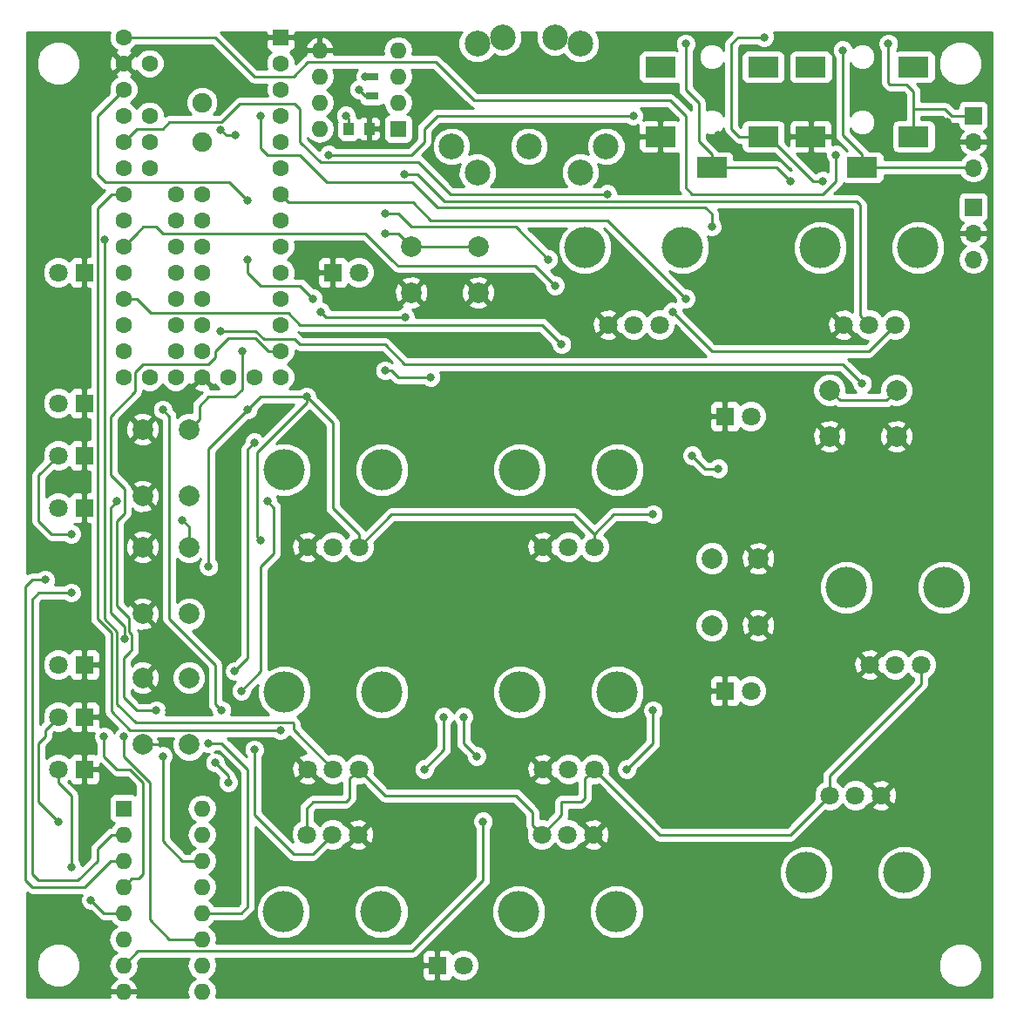
<source format=gbl>
G04 #@! TF.GenerationSoftware,KiCad,Pcbnew,(2017-11-24 revision 9df938484)-makepkg*
G04 #@! TF.CreationDate,2018-02-06T21:34:55+01:00*
G04 #@! TF.ProjectId,DigiSynth,4469676953796E74682E6B696361645F,rev?*
G04 #@! TF.SameCoordinates,Original*
G04 #@! TF.FileFunction,Copper,L2,Bot,Signal*
G04 #@! TF.FilePolarity,Positive*
%FSLAX46Y46*%
G04 Gerber Fmt 4.6, Leading zero omitted, Abs format (unit mm)*
G04 Created by KiCad (PCBNEW (2017-11-24 revision 9df938484)-makepkg) date 02/06/18 21:34:55*
%MOMM*%
%LPD*%
G01*
G04 APERTURE LIST*
%ADD10R,3.000000X2.000000*%
%ADD11C,1.600000*%
%ADD12R,1.600000X1.600000*%
%ADD13C,1.900000*%
%ADD14C,2.499360*%
%ADD15C,1.800000*%
%ADD16R,1.800000X1.800000*%
%ADD17R,1.300000X0.700000*%
%ADD18C,4.000000*%
%ADD19C,2.000000*%
%ADD20O,1.600000X1.600000*%
%ADD21R,1.000000X1.250000*%
%ADD22O,1.700000X1.700000*%
%ADD23R,1.700000X1.700000*%
%ADD24C,0.800000*%
%ADD25C,0.250000*%
%ADD26C,0.254000*%
G04 APERTURE END LIST*
D10*
X103425000Y-28705000D03*
X98425000Y-31705000D03*
X93425000Y-28705000D03*
X103425000Y-21955000D03*
X93425000Y-21955000D03*
X88820000Y-28705000D03*
X83820000Y-31705000D03*
X78820000Y-28705000D03*
X88820000Y-21955000D03*
X78820000Y-21955000D03*
D11*
X34290000Y-52070000D03*
X31750000Y-52070000D03*
X29210000Y-52070000D03*
X26670000Y-52070000D03*
X36830000Y-52070000D03*
X39370000Y-52070000D03*
X41910000Y-52070000D03*
X26670000Y-49530000D03*
X26670000Y-46990000D03*
X26670000Y-44450000D03*
X26670000Y-41910000D03*
X26670000Y-39370000D03*
X26670000Y-36830000D03*
X26670000Y-34290000D03*
X26670000Y-31750000D03*
X26670000Y-29210000D03*
X26670000Y-26670000D03*
X26670000Y-24130000D03*
X26670000Y-21590000D03*
X26670000Y-19050000D03*
X29210000Y-21590000D03*
X29210000Y-26670000D03*
X29210000Y-29210000D03*
X29210000Y-31750000D03*
X41910000Y-49530000D03*
X41910000Y-46990000D03*
X41910000Y-44450000D03*
X41910000Y-41910000D03*
X41910000Y-39370000D03*
X41910000Y-36830000D03*
X41910000Y-34290000D03*
X41910000Y-31750000D03*
X41910000Y-29210000D03*
X41910000Y-26670000D03*
X41910000Y-24130000D03*
X41910000Y-21590000D03*
D12*
X41910000Y-19050000D03*
D11*
X34290000Y-34290000D03*
X34290000Y-36830000D03*
X34290000Y-39370000D03*
X34290000Y-41910000D03*
X34290000Y-44450000D03*
X34290000Y-46990000D03*
X34290000Y-49530000D03*
X31750000Y-49530000D03*
X31750000Y-46990000D03*
X31750000Y-44450000D03*
X31750000Y-41910000D03*
X31750000Y-39370000D03*
X31750000Y-36830000D03*
X31750000Y-34290000D03*
D13*
X34290000Y-29210000D03*
X34290000Y-25400000D03*
D14*
X68580000Y-19050000D03*
X63500000Y-19050000D03*
D15*
X20320000Y-41910000D03*
D16*
X22860000Y-41910000D03*
X22860000Y-59690000D03*
D15*
X20320000Y-59690000D03*
D16*
X22860000Y-80010000D03*
D15*
X20320000Y-80010000D03*
D16*
X22860000Y-90170000D03*
D15*
X20320000Y-90170000D03*
X20320000Y-54610000D03*
D16*
X22860000Y-54610000D03*
D15*
X20320000Y-64770000D03*
D16*
X22860000Y-64770000D03*
D15*
X20320000Y-85090000D03*
D16*
X22860000Y-85090000D03*
D15*
X49530000Y-41910000D03*
D16*
X46990000Y-41910000D03*
X85090000Y-82550000D03*
D15*
X87630000Y-82550000D03*
X87630000Y-55880000D03*
D16*
X85090000Y-55880000D03*
X57150000Y-109220000D03*
D15*
X59690000Y-109220000D03*
D14*
X58541920Y-29667200D03*
X71036180Y-32169100D03*
X66040000Y-29669740D03*
X73538080Y-29667200D03*
X61043820Y-32169100D03*
X71041260Y-19672300D03*
X61038740Y-19672300D03*
D17*
X50800000Y-22865000D03*
X50800000Y-24765000D03*
D15*
X44530000Y-68580000D03*
X47030000Y-68580000D03*
X49530000Y-68580000D03*
D18*
X42280000Y-61080000D03*
X51780000Y-61080000D03*
D15*
X67390000Y-68580000D03*
X69890000Y-68580000D03*
X72390000Y-68580000D03*
D18*
X65140000Y-61080000D03*
X74640000Y-61080000D03*
D15*
X72310000Y-96520000D03*
X69810000Y-96520000D03*
X67310000Y-96520000D03*
D18*
X74560000Y-104020000D03*
X65060000Y-104020000D03*
X93000000Y-100210000D03*
X102500000Y-100210000D03*
D15*
X95250000Y-92710000D03*
X97750000Y-92710000D03*
X100250000Y-92710000D03*
D18*
X80990000Y-39490000D03*
X71490000Y-39490000D03*
D15*
X78740000Y-46990000D03*
X76240000Y-46990000D03*
X73740000Y-46990000D03*
D18*
X106390000Y-72510000D03*
X96890000Y-72510000D03*
D15*
X104140000Y-80010000D03*
X101640000Y-80010000D03*
X99140000Y-80010000D03*
D18*
X42200000Y-104020000D03*
X51700000Y-104020000D03*
D15*
X44450000Y-96520000D03*
X46950000Y-96520000D03*
X49450000Y-96520000D03*
D18*
X51780000Y-82670000D03*
X42280000Y-82670000D03*
D15*
X49530000Y-90170000D03*
X47030000Y-90170000D03*
X44530000Y-90170000D03*
X67390000Y-90170000D03*
X69890000Y-90170000D03*
X72390000Y-90170000D03*
D18*
X65140000Y-82670000D03*
X74640000Y-82670000D03*
D15*
X96600000Y-46990000D03*
X99100000Y-46990000D03*
X101600000Y-46990000D03*
D18*
X94350000Y-39490000D03*
X103850000Y-39490000D03*
D19*
X61110000Y-39370000D03*
X61110000Y-43870000D03*
X54610000Y-39370000D03*
X54610000Y-43870000D03*
X33020000Y-63650000D03*
X28520000Y-63650000D03*
X33020000Y-57150000D03*
X28520000Y-57150000D03*
X28520000Y-68580000D03*
X33020000Y-68580000D03*
X28520000Y-75080000D03*
X33020000Y-75080000D03*
X28520000Y-81280000D03*
X33020000Y-81280000D03*
X28520000Y-87780000D03*
X33020000Y-87780000D03*
D20*
X34290000Y-93980000D03*
X26670000Y-111760000D03*
X34290000Y-96520000D03*
X26670000Y-109220000D03*
X34290000Y-99060000D03*
X26670000Y-106680000D03*
X34290000Y-101600000D03*
X26670000Y-104140000D03*
X34290000Y-104140000D03*
X26670000Y-101600000D03*
X34290000Y-106680000D03*
X26670000Y-99060000D03*
X34290000Y-109220000D03*
X26670000Y-96520000D03*
X34290000Y-111760000D03*
D12*
X26670000Y-93980000D03*
D20*
X45720000Y-27940000D03*
X53340000Y-20320000D03*
X45720000Y-25400000D03*
X53340000Y-22860000D03*
X45720000Y-22860000D03*
X53340000Y-25400000D03*
X45720000Y-20320000D03*
D12*
X53340000Y-27940000D03*
D19*
X83820000Y-69700000D03*
X88320000Y-69700000D03*
X83820000Y-76200000D03*
X88320000Y-76200000D03*
X95250000Y-57840000D03*
X95250000Y-53340000D03*
X101750000Y-57840000D03*
X101750000Y-53340000D03*
D21*
X48530000Y-27940000D03*
X50530000Y-27940000D03*
D22*
X109220000Y-40640000D03*
X109220000Y-38100000D03*
D23*
X109220000Y-35560000D03*
X109220000Y-26670000D03*
D22*
X109220000Y-29210000D03*
X109220000Y-31750000D03*
D24*
X91440000Y-33020000D03*
X81280000Y-19685000D03*
X94615000Y-33020000D03*
X88900000Y-19050000D03*
X97790000Y-24130000D03*
X84455000Y-28575000D03*
X47244000Y-29210000D03*
X51562000Y-26162000D03*
X33020000Y-97790000D03*
X33655000Y-91440000D03*
X36195000Y-92710000D03*
X31115000Y-87630000D03*
X31115000Y-84455000D03*
X62865000Y-28575000D03*
X44450000Y-40005000D03*
X35560000Y-76835000D03*
X83185000Y-106045000D03*
X108585000Y-47625000D03*
X106680000Y-27305000D03*
X91440000Y-66675000D03*
X74930000Y-72390000D03*
X63500000Y-73025000D03*
X86995000Y-44450000D03*
X87630000Y-37465000D03*
X64770000Y-43180000D03*
X67310000Y-32385000D03*
X71120000Y-23495000D03*
X63500000Y-23495000D03*
X34290000Y-20955000D03*
X20955000Y-32385000D03*
X20955000Y-27305000D03*
X53975000Y-71755000D03*
X45720000Y-50800000D03*
X37465000Y-109855000D03*
X36830000Y-102235000D03*
X37465000Y-97155000D03*
X30480000Y-109855000D03*
X24765000Y-109855000D03*
X18415000Y-104140000D03*
X23495000Y-95885000D03*
X92710000Y-62230000D03*
X107315000Y-59690000D03*
X106045000Y-85090000D03*
X92075000Y-83185000D03*
X62230000Y-110490000D03*
X83185000Y-102235000D03*
X69850000Y-77470000D03*
X52070000Y-76835000D03*
X49530000Y-57150000D03*
X60325000Y-53975000D03*
X19050000Y-50165000D03*
X19050000Y-46990000D03*
X100330000Y-24765000D03*
X88900000Y-24130000D03*
X100965000Y-19685000D03*
X96520000Y-20320000D03*
X76200000Y-26670000D03*
X46594998Y-30480000D03*
X95885000Y-30480000D03*
X69215000Y-48895000D03*
X75565000Y-90170000D03*
X78105000Y-84455000D03*
X68580000Y-43180000D03*
X41910000Y-86360000D03*
X73660000Y-34290000D03*
X98425000Y-52705000D03*
X36105000Y-47625000D03*
X39370000Y-88265000D03*
X36195000Y-84455000D03*
X30480000Y-55245000D03*
X24855000Y-38735000D03*
X36093261Y-28030000D03*
X37555000Y-28575000D03*
X53975000Y-32385000D03*
X52070000Y-38100000D03*
X38190000Y-49530000D03*
X32385000Y-65950000D03*
X37465000Y-80645000D03*
X39370000Y-58420000D03*
X21590000Y-67310000D03*
X21590000Y-99695000D03*
X20320000Y-95250000D03*
X21590000Y-73025000D03*
X24765000Y-86995000D03*
X19050000Y-71755000D03*
X23495000Y-102870000D03*
X45810000Y-45720000D03*
X54009999Y-46265000D03*
X59690000Y-85090000D03*
X60960000Y-88900000D03*
X61595000Y-95250000D03*
X67945000Y-40640000D03*
X52070000Y-36195000D03*
X84455000Y-60960000D03*
X81915000Y-59690000D03*
X81280000Y-44450000D03*
X55880000Y-90170000D03*
X57785000Y-85090000D03*
X50165000Y-22860000D03*
X48260000Y-26670000D03*
X49530000Y-24130000D03*
X34925000Y-70485000D03*
X40005000Y-67945000D03*
X35560000Y-89535000D03*
X36830000Y-91440000D03*
X80010000Y-45720000D03*
X78105000Y-65405000D03*
X44450000Y-53975000D03*
X38735000Y-55245000D03*
X56515000Y-52070000D03*
X52070000Y-51435000D03*
X45085000Y-44450000D03*
X38735000Y-40640000D03*
X38735000Y-34925000D03*
X26727444Y-86977179D03*
X26760000Y-77470000D03*
X26035000Y-64135000D03*
X30480000Y-88900000D03*
X29845000Y-84455000D03*
X83820000Y-37465000D03*
X40005000Y-26670000D03*
X34925000Y-87630000D03*
X38100000Y-82550000D03*
X40640000Y-64135000D03*
D25*
X90125000Y-31705000D02*
X91440000Y-33020000D01*
X83820000Y-31705000D02*
X90125000Y-31705000D01*
X82550000Y-25400000D02*
X82550000Y-29185000D01*
X82550000Y-29185000D02*
X83820000Y-30455000D01*
X83820000Y-30455000D02*
X83820000Y-31705000D01*
X81280000Y-24130000D02*
X82550000Y-25400000D01*
X81280000Y-19685000D02*
X81280000Y-24130000D01*
X89320000Y-28705000D02*
X93635000Y-33020000D01*
X88820000Y-28705000D02*
X89320000Y-28705000D01*
X93635000Y-33020000D02*
X94615000Y-33020000D01*
X86360000Y-19050000D02*
X85725000Y-19685000D01*
X88900000Y-19050000D02*
X86360000Y-19050000D01*
X85725000Y-19685000D02*
X85725000Y-27940000D01*
X85725000Y-27940000D02*
X86490000Y-28705000D01*
X86490000Y-28705000D02*
X88820000Y-28705000D01*
X28520000Y-87780000D02*
X30965000Y-87780000D01*
X30965000Y-87780000D02*
X31115000Y-87630000D01*
X88930000Y-24100000D02*
X88900000Y-24130000D01*
X89860000Y-24100000D02*
X88930000Y-24100000D01*
X103425000Y-26035000D02*
X103425000Y-28705000D01*
X103425000Y-24328590D02*
X103425000Y-26035000D01*
X109220000Y-26670000D02*
X107118002Y-26670000D01*
X107118002Y-26670000D02*
X106483002Y-26035000D01*
X106483002Y-26035000D02*
X103425000Y-26035000D01*
X100965000Y-23495000D02*
X101119990Y-23649990D01*
X100965000Y-19685000D02*
X100965000Y-23495000D01*
X101119990Y-23649990D02*
X102746400Y-23649990D01*
X102746400Y-23649990D02*
X103425000Y-24328590D01*
X98425000Y-31705000D02*
X109175000Y-31705000D01*
X109175000Y-31705000D02*
X109220000Y-31750000D01*
X96520000Y-28575000D02*
X96545000Y-28575000D01*
X96545000Y-28575000D02*
X98425000Y-30455000D01*
X98425000Y-30455000D02*
X98425000Y-31705000D01*
X96520000Y-20320000D02*
X96520000Y-28575000D01*
X57150000Y-26670000D02*
X76200000Y-26670000D01*
X55880000Y-27940000D02*
X57150000Y-26670000D01*
X55880000Y-29210000D02*
X55880000Y-27940000D01*
X54610000Y-30480000D02*
X55880000Y-29210000D01*
X46594998Y-30480000D02*
X54610000Y-30480000D01*
X57005001Y-21445001D02*
X60735001Y-25175001D01*
X26670000Y-19050000D02*
X35560000Y-19050000D01*
X60735001Y-25175001D02*
X79785001Y-25175001D01*
X94615000Y-34290000D02*
X95885000Y-33020000D01*
X44594999Y-21445001D02*
X57005001Y-21445001D01*
X43180000Y-22860000D02*
X44594999Y-21445001D01*
X39370000Y-22860000D02*
X43180000Y-22860000D01*
X35560000Y-19050000D02*
X39370000Y-22860000D01*
X79785001Y-25175001D02*
X81280000Y-26670000D01*
X81280000Y-26670000D02*
X81280000Y-33655000D01*
X81280000Y-33655000D02*
X81915000Y-34290000D01*
X81915000Y-34290000D02*
X94615000Y-34290000D01*
X95885000Y-33020000D02*
X95885000Y-30480000D01*
X67310000Y-46990000D02*
X69215000Y-48895000D01*
X43815000Y-46990000D02*
X67310000Y-46990000D01*
X42689999Y-45864999D02*
X43815000Y-46990000D01*
X27940000Y-44450000D02*
X29354999Y-45864999D01*
X29354999Y-45864999D02*
X42689999Y-45864999D01*
X26670000Y-44450000D02*
X27940000Y-44450000D01*
X78105000Y-87630000D02*
X75565000Y-90170000D01*
X78105000Y-84455000D02*
X78105000Y-87630000D01*
X66675000Y-41275000D02*
X68580000Y-43180000D01*
X63500000Y-41275000D02*
X66675000Y-41275000D01*
X53340000Y-41275000D02*
X63500000Y-41275000D01*
X52705000Y-40640000D02*
X53340000Y-41275000D01*
X30480000Y-38100000D02*
X50165000Y-38100000D01*
X50165000Y-38100000D02*
X52705000Y-40640000D01*
X29845000Y-37465000D02*
X30480000Y-38100000D01*
X27940000Y-38100000D02*
X28575000Y-37465000D01*
X28575000Y-37465000D02*
X29845000Y-37465000D01*
X26670000Y-39370000D02*
X27940000Y-38100000D01*
X27305000Y-86360000D02*
X41910000Y-86360000D01*
X25490001Y-84545001D02*
X27305000Y-86360000D01*
X24130000Y-75565000D02*
X25490001Y-76925001D01*
X25490001Y-76925001D02*
X25490001Y-84545001D01*
X24130000Y-51195002D02*
X24130000Y-75565000D01*
X24130000Y-36195000D02*
X24130000Y-51195002D01*
X24130000Y-35698630D02*
X24130000Y-36195000D01*
X26670000Y-34290000D02*
X25538630Y-34290000D01*
X25538630Y-34290000D02*
X24130000Y-35698630D01*
X43815000Y-26035000D02*
X43324999Y-25544999D01*
X43815000Y-29210000D02*
X43815000Y-26035000D01*
X45810001Y-31205001D02*
X43815000Y-29210000D01*
X55335001Y-31205001D02*
X45810001Y-31205001D01*
X73660000Y-34290000D02*
X58420000Y-34290000D01*
X58420000Y-34290000D02*
X55335001Y-31205001D01*
X43324999Y-25544999D02*
X37955001Y-25544999D01*
X37955001Y-25544999D02*
X36195000Y-27305000D01*
X36195000Y-27305000D02*
X31115000Y-27305000D01*
X31115000Y-27305000D02*
X30480000Y-27940000D01*
X30480000Y-27940000D02*
X27940000Y-27940000D01*
X27940000Y-27940000D02*
X26670000Y-29210000D01*
X96520000Y-50800000D02*
X98425000Y-52705000D01*
X94671002Y-50800000D02*
X96520000Y-50800000D01*
X53975000Y-50800000D02*
X94671002Y-50800000D01*
X52070000Y-48895000D02*
X53975000Y-50800000D01*
X43815000Y-48895000D02*
X52070000Y-48895000D01*
X43324999Y-48404999D02*
X43815000Y-48895000D01*
X39510040Y-47625000D02*
X40290039Y-48404999D01*
X36105000Y-47625000D02*
X39510040Y-47625000D01*
X40290039Y-48404999D02*
X43324999Y-48404999D01*
X43180000Y-98425000D02*
X45045000Y-98425000D01*
X45045000Y-98425000D02*
X46950000Y-96520000D01*
X39370000Y-94615000D02*
X43180000Y-98425000D01*
X39370000Y-88265000D02*
X39370000Y-94615000D01*
X35560000Y-83820000D02*
X36195000Y-84455000D01*
X35560000Y-80010000D02*
X35560000Y-83820000D01*
X31115000Y-75565000D02*
X35560000Y-80010000D01*
X31115000Y-55880000D02*
X31115000Y-75565000D01*
X30480000Y-55245000D02*
X31115000Y-55880000D01*
X43180000Y-85725000D02*
X43180000Y-86320000D01*
X43180000Y-86320000D02*
X47030000Y-90170000D01*
X43089999Y-85634999D02*
X43180000Y-85725000D01*
X26035000Y-83820000D02*
X27849999Y-85634999D01*
X27849999Y-85634999D02*
X43089999Y-85634999D01*
X26035000Y-76833590D02*
X26035000Y-83820000D01*
X24785685Y-39370000D02*
X24785685Y-75584275D01*
X24785685Y-75584275D02*
X26035000Y-76833590D01*
X24855000Y-38735000D02*
X24855000Y-39300685D01*
X24855000Y-39300685D02*
X24785685Y-39370000D01*
X36638261Y-28575000D02*
X36093261Y-28030000D01*
X37555000Y-28575000D02*
X36638261Y-28575000D01*
X55245000Y-32385000D02*
X53975000Y-32385000D01*
X57150000Y-34290000D02*
X55245000Y-32385000D01*
X57875001Y-35015001D02*
X57150000Y-34290000D01*
X98200001Y-35335001D02*
X97880001Y-35015001D01*
X97880001Y-35015001D02*
X57875001Y-35015001D01*
X99100000Y-46990000D02*
X98200001Y-46090001D01*
X98200001Y-46090001D02*
X98200001Y-35335001D01*
X54610000Y-39370000D02*
X61110000Y-39370000D01*
X52070000Y-38100000D02*
X53340000Y-38100000D01*
X53340000Y-38100000D02*
X54610000Y-39370000D01*
X34019999Y-56150001D02*
X34019999Y-54880001D01*
X33020000Y-57150000D02*
X34019999Y-56150001D01*
X34019999Y-54880001D02*
X34925000Y-53975000D01*
X34925000Y-53975000D02*
X37465000Y-53975000D01*
X37465000Y-53975000D02*
X38190000Y-53250000D01*
X38190000Y-53250000D02*
X38190000Y-49530000D01*
X32385000Y-65950000D02*
X33020000Y-66585000D01*
X33020000Y-66585000D02*
X33020000Y-68580000D01*
X38735000Y-79375000D02*
X37465000Y-80645000D01*
X38735000Y-59055000D02*
X38735000Y-79375000D01*
X39370000Y-58420000D02*
X38735000Y-59055000D01*
X18415000Y-66040000D02*
X18415000Y-61595000D01*
X18415000Y-61595000D02*
X20320000Y-59690000D01*
X19685000Y-67310000D02*
X18415000Y-66040000D01*
X21590000Y-67310000D02*
X19685000Y-67310000D01*
X20320000Y-90170000D02*
X20320000Y-91442792D01*
X20320000Y-91442792D02*
X21590000Y-92712792D01*
X21590000Y-92712792D02*
X21590000Y-99129315D01*
X21590000Y-99129315D02*
X21590000Y-99695000D01*
X18415000Y-87630000D02*
X18415000Y-93345000D01*
X18415000Y-93345000D02*
X20320000Y-95250000D01*
X19050000Y-86995000D02*
X19050000Y-86360000D01*
X19050000Y-86360000D02*
X20320000Y-85090000D01*
X18415000Y-87630000D02*
X19050000Y-86995000D01*
X18415000Y-73025000D02*
X21590000Y-73025000D01*
X17780000Y-73660000D02*
X18415000Y-73025000D01*
X17780000Y-100330000D02*
X17780000Y-73660000D01*
X18415000Y-100965000D02*
X17780000Y-100330000D01*
X24130000Y-99060000D02*
X22225000Y-100965000D01*
X22225000Y-100965000D02*
X18415000Y-100965000D01*
X24130000Y-97928630D02*
X24130000Y-99060000D01*
X26670000Y-96520000D02*
X25538630Y-96520000D01*
X25538630Y-96520000D02*
X24130000Y-97928630D01*
X24765000Y-87630000D02*
X24765000Y-86995000D01*
X24765000Y-88900000D02*
X24765000Y-87630000D01*
X26035000Y-90170000D02*
X24765000Y-88900000D01*
X27305000Y-90170000D02*
X26035000Y-90170000D01*
X28575000Y-91440000D02*
X27305000Y-90170000D01*
X28575000Y-100330000D02*
X28575000Y-91440000D01*
X28104999Y-100800001D02*
X28575000Y-100330000D01*
X26670000Y-101600000D02*
X27469999Y-100800001D01*
X27469999Y-100800001D02*
X28104999Y-100800001D01*
X17780000Y-71755000D02*
X19050000Y-71755000D01*
X17145000Y-72390000D02*
X17780000Y-71755000D01*
X17145000Y-100965000D02*
X17145000Y-72390000D01*
X17780000Y-101600000D02*
X17145000Y-100965000D01*
X22860000Y-101600000D02*
X17780000Y-101600000D01*
X25400000Y-99060000D02*
X22860000Y-101600000D01*
X26670000Y-99060000D02*
X25400000Y-99060000D01*
X24765000Y-104140000D02*
X23495000Y-102870000D01*
X26670000Y-104140000D02*
X24765000Y-104140000D01*
X46355000Y-46265000D02*
X45810000Y-45720000D01*
X54009999Y-46265000D02*
X46355000Y-46265000D01*
X59690000Y-87630000D02*
X59690000Y-85090000D01*
X60960000Y-88900000D02*
X59690000Y-87630000D01*
X61595000Y-100965000D02*
X61595000Y-95250000D01*
X54754999Y-107805001D02*
X61595000Y-100965000D01*
X26670000Y-109220000D02*
X28084999Y-107805001D01*
X28084999Y-107805001D02*
X54754999Y-107805001D01*
X64770000Y-37465000D02*
X67945000Y-40640000D01*
X54666002Y-37465000D02*
X64770000Y-37465000D01*
X52070000Y-36195000D02*
X53396002Y-36195000D01*
X53396002Y-36195000D02*
X54666002Y-37465000D01*
X83185000Y-60960000D02*
X84455000Y-60960000D01*
X81915000Y-59690000D02*
X83185000Y-60960000D01*
X73660000Y-36830000D02*
X81280000Y-44450000D01*
X56515000Y-36830000D02*
X73660000Y-36830000D01*
X54774999Y-35089999D02*
X56515000Y-36830000D01*
X41910000Y-34290000D02*
X42709999Y-35089999D01*
X42709999Y-35089999D02*
X54774999Y-35089999D01*
X57785000Y-88265000D02*
X55880000Y-90170000D01*
X57785000Y-85090000D02*
X57785000Y-88265000D01*
X50165000Y-22860000D02*
X50795000Y-22860000D01*
X50795000Y-22860000D02*
X50800000Y-22865000D01*
X48530000Y-26940000D02*
X48260000Y-26670000D01*
X48530000Y-27940000D02*
X48530000Y-26940000D01*
X50165000Y-24765000D02*
X49530000Y-24130000D01*
X50800000Y-24765000D02*
X50165000Y-24765000D01*
X34925000Y-70485000D02*
X34925000Y-59055000D01*
X34925000Y-59055000D02*
X38735000Y-55245000D01*
X40005000Y-67945000D02*
X39605001Y-67545001D01*
X39605001Y-67545001D02*
X39605001Y-59385684D01*
X39605001Y-59385684D02*
X44450000Y-54540685D01*
X44450000Y-54540685D02*
X44450000Y-53975000D01*
X36830000Y-90805000D02*
X35560000Y-89535000D01*
X36830000Y-91440000D02*
X36830000Y-90805000D01*
X64770000Y-92710000D02*
X52070000Y-92710000D01*
X52070000Y-92710000D02*
X49530000Y-90170000D01*
X66410001Y-94350001D02*
X64770000Y-92710000D01*
X67310000Y-96520000D02*
X66410001Y-95620001D01*
X66410001Y-95620001D02*
X66410001Y-94350001D01*
X45085000Y-93345000D02*
X45720000Y-93345000D01*
X44450000Y-93980000D02*
X45085000Y-93345000D01*
X44450000Y-95250000D02*
X44450000Y-93980000D01*
X44450000Y-96520000D02*
X44450000Y-95250000D01*
X48260000Y-93345000D02*
X45720000Y-93345000D01*
X48630001Y-92974999D02*
X48260000Y-93345000D01*
X49530000Y-90170000D02*
X48630001Y-91069999D01*
X48630001Y-91069999D02*
X48630001Y-92974999D01*
X69215000Y-93345000D02*
X69215000Y-94615000D01*
X69215000Y-94615000D02*
X67310000Y-96520000D01*
X71120000Y-93345000D02*
X69215000Y-93345000D01*
X71490001Y-92974999D02*
X71120000Y-93345000D01*
X72390000Y-90170000D02*
X71490001Y-91069999D01*
X71490001Y-91069999D02*
X71490001Y-92974999D01*
X78740000Y-96520000D02*
X91440000Y-96520000D01*
X72390000Y-90170000D02*
X78740000Y-96520000D01*
X91440000Y-96520000D02*
X95250000Y-92710000D01*
X95250000Y-90805000D02*
X104140000Y-81915000D01*
X95250000Y-92710000D02*
X95250000Y-90805000D01*
X104140000Y-81915000D02*
X104140000Y-80010000D01*
X83820000Y-49530000D02*
X99060000Y-49530000D01*
X99060000Y-49530000D02*
X101600000Y-46990000D01*
X80010000Y-45720000D02*
X83820000Y-49530000D01*
X74295000Y-65405000D02*
X78105000Y-65405000D01*
X72392792Y-67307208D02*
X74295000Y-65405000D01*
X72390000Y-67307208D02*
X72392792Y-67307208D01*
X72390000Y-68580000D02*
X72390000Y-67307208D01*
X70487792Y-65405000D02*
X52705000Y-65405000D01*
X52705000Y-65405000D02*
X49530000Y-68580000D01*
X72390000Y-67307208D02*
X70487792Y-65405000D01*
X46990000Y-64767208D02*
X46990000Y-56515000D01*
X46990000Y-56515000D02*
X44450000Y-53975000D01*
X49530000Y-68580000D02*
X49530000Y-67307208D01*
X49530000Y-67307208D02*
X46990000Y-64767208D01*
X40005000Y-53975000D02*
X44450000Y-53975000D01*
X38735000Y-55245000D02*
X40005000Y-53975000D01*
X53340000Y-52070000D02*
X56515000Y-52070000D01*
X52705000Y-51435000D02*
X53340000Y-52070000D01*
X52070000Y-51435000D02*
X52705000Y-51435000D01*
X43815000Y-43180000D02*
X45085000Y-44450000D01*
X40005000Y-43180000D02*
X43815000Y-43180000D01*
X38735000Y-41910000D02*
X40005000Y-43180000D01*
X38735000Y-40640000D02*
X38735000Y-41910000D01*
X24909999Y-33164999D02*
X36974999Y-33164999D01*
X24130000Y-32385000D02*
X24909999Y-33164999D01*
X36974999Y-33164999D02*
X38735000Y-34925000D01*
X24130000Y-26670000D02*
X24130000Y-32385000D01*
X26670000Y-24130000D02*
X24130000Y-26670000D01*
X29210000Y-104775000D02*
X31115000Y-106680000D01*
X31115000Y-106680000D02*
X34290000Y-106680000D01*
X29210000Y-91438590D02*
X29210000Y-104775000D01*
X26727444Y-86977179D02*
X26727444Y-88956034D01*
X26727444Y-88956034D02*
X29210000Y-91438590D01*
X26760000Y-76290000D02*
X26760000Y-77470000D01*
X25400000Y-74930000D02*
X26760000Y-76290000D01*
X25400000Y-64770000D02*
X25400000Y-74930000D01*
X26035000Y-64135000D02*
X25400000Y-64770000D01*
X30480000Y-97155000D02*
X32385000Y-99060000D01*
X32385000Y-99060000D02*
X34290000Y-99060000D01*
X30480000Y-88900000D02*
X30480000Y-97155000D01*
X27940000Y-84455000D02*
X29845000Y-84455000D01*
X26670000Y-83185000D02*
X27940000Y-84455000D01*
X26670000Y-79375000D02*
X26670000Y-83185000D01*
X27194999Y-78850001D02*
X26670000Y-79375000D01*
X27485001Y-78559999D02*
X27194999Y-78850001D01*
X27210009Y-75470009D02*
X27210009Y-76847007D01*
X26035000Y-74295000D02*
X27210009Y-75470009D01*
X27210009Y-76847007D02*
X27485001Y-77121999D01*
X27485001Y-77121999D02*
X27485001Y-78559999D01*
X26035000Y-66040000D02*
X26035000Y-74295000D01*
X26760001Y-65314999D02*
X26035000Y-66040000D01*
X25400000Y-61595000D02*
X26760001Y-62955001D01*
X26760001Y-62955001D02*
X26760001Y-65314999D01*
X25400000Y-60960000D02*
X25400000Y-61595000D01*
X25400000Y-55880000D02*
X25400000Y-60960000D01*
X27795001Y-53484999D02*
X25400000Y-55880000D01*
X28575000Y-50800000D02*
X27795001Y-51579999D01*
X27795001Y-51579999D02*
X27795001Y-53484999D01*
X34925000Y-50800000D02*
X28575000Y-50800000D01*
X35560000Y-50165000D02*
X34925000Y-50800000D01*
X35560000Y-49530000D02*
X35560000Y-50165000D01*
X36830000Y-48260000D02*
X35560000Y-49530000D01*
X39508630Y-48260000D02*
X36830000Y-48260000D01*
X41910000Y-49530000D02*
X40778630Y-49530000D01*
X40778630Y-49530000D02*
X39508630Y-48260000D01*
X83820000Y-36195000D02*
X83820000Y-37465000D01*
X83185000Y-35560000D02*
X83820000Y-36195000D01*
X59690000Y-35560000D02*
X83185000Y-35560000D01*
X57150000Y-35560000D02*
X59690000Y-35560000D01*
X55245000Y-33655000D02*
X57150000Y-35560000D01*
X54700001Y-33110001D02*
X55245000Y-33655000D01*
X43815000Y-30480000D02*
X46445001Y-33110001D01*
X46445001Y-33110001D02*
X54700001Y-33110001D01*
X40640000Y-30480000D02*
X43815000Y-30480000D01*
X40005000Y-29845000D02*
X40640000Y-30480000D01*
X40005000Y-26670000D02*
X40005000Y-29845000D01*
X95250000Y-53340000D02*
X96249999Y-54339999D01*
X96249999Y-54339999D02*
X100750001Y-54339999D01*
X100750001Y-54339999D02*
X101750000Y-53340000D01*
X36195000Y-87630000D02*
X38735000Y-90170000D01*
X34925000Y-87630000D02*
X36195000Y-87630000D01*
X38735000Y-90170000D02*
X38735000Y-103505000D01*
X38735000Y-103505000D02*
X38100000Y-104140000D01*
X38100000Y-104140000D02*
X34290000Y-104140000D01*
X40005000Y-80645000D02*
X38100000Y-82550000D01*
X40005000Y-70485000D02*
X40005000Y-80645000D01*
X41275000Y-69215000D02*
X40005000Y-70485000D01*
X41275000Y-64770000D02*
X41275000Y-69215000D01*
X40640000Y-64135000D02*
X41275000Y-64770000D01*
D26*
G36*
X17489161Y-102302148D02*
X17780000Y-102360000D01*
X22586089Y-102360000D01*
X22460180Y-102663223D01*
X22459821Y-103074971D01*
X22617058Y-103455515D01*
X22907954Y-103746919D01*
X23288223Y-103904820D01*
X23455164Y-103904966D01*
X24227599Y-104677401D01*
X24474160Y-104842148D01*
X24765000Y-104900000D01*
X25457005Y-104900000D01*
X25627189Y-105154698D01*
X26009275Y-105410000D01*
X25627189Y-105665302D01*
X25316120Y-106130849D01*
X25206887Y-106680000D01*
X25316120Y-107229151D01*
X25627189Y-107694698D01*
X26009275Y-107950000D01*
X25627189Y-108205302D01*
X25316120Y-108670849D01*
X25206887Y-109220000D01*
X25316120Y-109769151D01*
X25627189Y-110234698D01*
X26031703Y-110504986D01*
X25814866Y-110607611D01*
X25438959Y-111022577D01*
X25278096Y-111410961D01*
X25400085Y-111633000D01*
X26543000Y-111633000D01*
X26543000Y-111613000D01*
X26797000Y-111613000D01*
X26797000Y-111633000D01*
X27939915Y-111633000D01*
X28061904Y-111410961D01*
X27901041Y-111022577D01*
X27525134Y-110607611D01*
X27308297Y-110504986D01*
X27712811Y-110234698D01*
X28023880Y-109769151D01*
X28133113Y-109220000D01*
X28068688Y-108896114D01*
X28399801Y-108565001D01*
X33006845Y-108565001D01*
X32936120Y-108670849D01*
X32826887Y-109220000D01*
X32936120Y-109769151D01*
X33247189Y-110234698D01*
X33629275Y-110490000D01*
X33247189Y-110745302D01*
X32936120Y-111210849D01*
X32826887Y-111760000D01*
X32927935Y-112268000D01*
X27996065Y-112268000D01*
X28061904Y-112109039D01*
X27939915Y-111887000D01*
X26797000Y-111887000D01*
X26797000Y-111907000D01*
X26543000Y-111907000D01*
X26543000Y-111887000D01*
X25400085Y-111887000D01*
X25278096Y-112109039D01*
X25343935Y-112268000D01*
X17272000Y-112268000D01*
X17272000Y-109642815D01*
X18184630Y-109642815D01*
X18508980Y-110427800D01*
X19109041Y-111028909D01*
X19893459Y-111354628D01*
X20742815Y-111355370D01*
X21527800Y-111031020D01*
X22128909Y-110430959D01*
X22454628Y-109646541D01*
X22455370Y-108797185D01*
X22131020Y-108012200D01*
X21530959Y-107411091D01*
X20746541Y-107085372D01*
X19897185Y-107084630D01*
X19112200Y-107408980D01*
X18511091Y-108009041D01*
X18185372Y-108793459D01*
X18184630Y-109642815D01*
X17272000Y-109642815D01*
X17272000Y-102157046D01*
X17489161Y-102302148D01*
X17489161Y-102302148D01*
G37*
X17489161Y-102302148D02*
X17780000Y-102360000D01*
X22586089Y-102360000D01*
X22460180Y-102663223D01*
X22459821Y-103074971D01*
X22617058Y-103455515D01*
X22907954Y-103746919D01*
X23288223Y-103904820D01*
X23455164Y-103904966D01*
X24227599Y-104677401D01*
X24474160Y-104842148D01*
X24765000Y-104900000D01*
X25457005Y-104900000D01*
X25627189Y-105154698D01*
X26009275Y-105410000D01*
X25627189Y-105665302D01*
X25316120Y-106130849D01*
X25206887Y-106680000D01*
X25316120Y-107229151D01*
X25627189Y-107694698D01*
X26009275Y-107950000D01*
X25627189Y-108205302D01*
X25316120Y-108670849D01*
X25206887Y-109220000D01*
X25316120Y-109769151D01*
X25627189Y-110234698D01*
X26031703Y-110504986D01*
X25814866Y-110607611D01*
X25438959Y-111022577D01*
X25278096Y-111410961D01*
X25400085Y-111633000D01*
X26543000Y-111633000D01*
X26543000Y-111613000D01*
X26797000Y-111613000D01*
X26797000Y-111633000D01*
X27939915Y-111633000D01*
X28061904Y-111410961D01*
X27901041Y-111022577D01*
X27525134Y-110607611D01*
X27308297Y-110504986D01*
X27712811Y-110234698D01*
X28023880Y-109769151D01*
X28133113Y-109220000D01*
X28068688Y-108896114D01*
X28399801Y-108565001D01*
X33006845Y-108565001D01*
X32936120Y-108670849D01*
X32826887Y-109220000D01*
X32936120Y-109769151D01*
X33247189Y-110234698D01*
X33629275Y-110490000D01*
X33247189Y-110745302D01*
X32936120Y-111210849D01*
X32826887Y-111760000D01*
X32927935Y-112268000D01*
X27996065Y-112268000D01*
X28061904Y-112109039D01*
X27939915Y-111887000D01*
X26797000Y-111887000D01*
X26797000Y-111907000D01*
X26543000Y-111907000D01*
X26543000Y-111887000D01*
X25400085Y-111887000D01*
X25278096Y-112109039D01*
X25343935Y-112268000D01*
X17272000Y-112268000D01*
X17272000Y-109642815D01*
X18184630Y-109642815D01*
X18508980Y-110427800D01*
X19109041Y-111028909D01*
X19893459Y-111354628D01*
X20742815Y-111355370D01*
X21527800Y-111031020D01*
X22128909Y-110430959D01*
X22454628Y-109646541D01*
X22455370Y-108797185D01*
X22131020Y-108012200D01*
X21530959Y-107411091D01*
X20746541Y-107085372D01*
X19897185Y-107084630D01*
X19112200Y-107408980D01*
X18511091Y-108009041D01*
X18185372Y-108793459D01*
X18184630Y-109642815D01*
X17272000Y-109642815D01*
X17272000Y-102157046D01*
X17489161Y-102302148D01*
G36*
X110998000Y-112268000D02*
X35652065Y-112268000D01*
X35753113Y-111760000D01*
X35643880Y-111210849D01*
X35332811Y-110745302D01*
X34950725Y-110490000D01*
X35332811Y-110234698D01*
X35643880Y-109769151D01*
X35696273Y-109505750D01*
X55615000Y-109505750D01*
X55615000Y-110246310D01*
X55711673Y-110479699D01*
X55890302Y-110658327D01*
X56123691Y-110755000D01*
X56864250Y-110755000D01*
X57023000Y-110596250D01*
X57023000Y-109347000D01*
X55773750Y-109347000D01*
X55615000Y-109505750D01*
X35696273Y-109505750D01*
X35753113Y-109220000D01*
X35643880Y-108670849D01*
X35573155Y-108565001D01*
X54754999Y-108565001D01*
X55045838Y-108507149D01*
X55292400Y-108342402D01*
X55441112Y-108193690D01*
X55615000Y-108193690D01*
X55615000Y-108934250D01*
X55773750Y-109093000D01*
X57023000Y-109093000D01*
X57023000Y-107843750D01*
X57277000Y-107843750D01*
X57277000Y-109093000D01*
X57297000Y-109093000D01*
X57297000Y-109347000D01*
X57277000Y-109347000D01*
X57277000Y-110596250D01*
X57435750Y-110755000D01*
X58176309Y-110755000D01*
X58409698Y-110658327D01*
X58588327Y-110479699D01*
X58644119Y-110345006D01*
X58819357Y-110520551D01*
X59383330Y-110754733D01*
X59993991Y-110755265D01*
X60558371Y-110522068D01*
X60990551Y-110090643D01*
X61176505Y-109642815D01*
X105814630Y-109642815D01*
X106138980Y-110427800D01*
X106739041Y-111028909D01*
X107523459Y-111354628D01*
X108372815Y-111355370D01*
X109157800Y-111031020D01*
X109758909Y-110430959D01*
X110084628Y-109646541D01*
X110085370Y-108797185D01*
X109761020Y-108012200D01*
X109160959Y-107411091D01*
X108376541Y-107085372D01*
X107527185Y-107084630D01*
X106742200Y-107408980D01*
X106141091Y-108009041D01*
X105815372Y-108793459D01*
X105814630Y-109642815D01*
X61176505Y-109642815D01*
X61224733Y-109526670D01*
X61225265Y-108916009D01*
X60992068Y-108351629D01*
X60560643Y-107919449D01*
X59996670Y-107685267D01*
X59386009Y-107684735D01*
X58821629Y-107917932D01*
X58644159Y-108095092D01*
X58588327Y-107960301D01*
X58409698Y-107781673D01*
X58176309Y-107685000D01*
X57435750Y-107685000D01*
X57277000Y-107843750D01*
X57023000Y-107843750D01*
X56864250Y-107685000D01*
X56123691Y-107685000D01*
X55890302Y-107781673D01*
X55711673Y-107960301D01*
X55615000Y-108193690D01*
X55441112Y-108193690D01*
X59092968Y-104541834D01*
X62424543Y-104541834D01*
X62824853Y-105510658D01*
X63565443Y-106252542D01*
X64533567Y-106654542D01*
X65581834Y-106655457D01*
X66550658Y-106255147D01*
X67292542Y-105514557D01*
X67694542Y-104546433D01*
X67694546Y-104541834D01*
X71924543Y-104541834D01*
X72324853Y-105510658D01*
X73065443Y-106252542D01*
X74033567Y-106654542D01*
X75081834Y-106655457D01*
X76050658Y-106255147D01*
X76792542Y-105514557D01*
X77194542Y-104546433D01*
X77195457Y-103498166D01*
X76795147Y-102529342D01*
X76054557Y-101787458D01*
X75086433Y-101385458D01*
X74038166Y-101384543D01*
X73069342Y-101784853D01*
X72327458Y-102525443D01*
X71925458Y-103493567D01*
X71924543Y-104541834D01*
X67694546Y-104541834D01*
X67695457Y-103498166D01*
X67295147Y-102529342D01*
X66554557Y-101787458D01*
X65586433Y-101385458D01*
X64538166Y-101384543D01*
X63569342Y-101784853D01*
X62827458Y-102525443D01*
X62425458Y-103493567D01*
X62424543Y-104541834D01*
X59092968Y-104541834D01*
X62132401Y-101502401D01*
X62297148Y-101255840D01*
X62355000Y-100965000D01*
X62355000Y-100731834D01*
X90364543Y-100731834D01*
X90764853Y-101700658D01*
X91505443Y-102442542D01*
X92473567Y-102844542D01*
X93521834Y-102845457D01*
X94490658Y-102445147D01*
X95232542Y-101704557D01*
X95634542Y-100736433D01*
X95634546Y-100731834D01*
X99864543Y-100731834D01*
X100264853Y-101700658D01*
X101005443Y-102442542D01*
X101973567Y-102844542D01*
X103021834Y-102845457D01*
X103990658Y-102445147D01*
X104732542Y-101704557D01*
X105134542Y-100736433D01*
X105135457Y-99688166D01*
X104735147Y-98719342D01*
X103994557Y-97977458D01*
X103026433Y-97575458D01*
X101978166Y-97574543D01*
X101009342Y-97974853D01*
X100267458Y-98715443D01*
X99865458Y-99683567D01*
X99864543Y-100731834D01*
X95634546Y-100731834D01*
X95635457Y-99688166D01*
X95235147Y-98719342D01*
X94494557Y-97977458D01*
X93526433Y-97575458D01*
X92478166Y-97574543D01*
X91509342Y-97974853D01*
X90767458Y-98715443D01*
X90365458Y-99683567D01*
X90364543Y-100731834D01*
X62355000Y-100731834D01*
X62355000Y-95953761D01*
X62471919Y-95837046D01*
X62629820Y-95456777D01*
X62630179Y-95045029D01*
X62472942Y-94664485D01*
X62182046Y-94373081D01*
X61801777Y-94215180D01*
X61390029Y-94214821D01*
X61009485Y-94372058D01*
X60718081Y-94662954D01*
X60560180Y-95043223D01*
X60559821Y-95454971D01*
X60717058Y-95835515D01*
X60835000Y-95953663D01*
X60835000Y-100650198D01*
X54440197Y-107045001D01*
X35680510Y-107045001D01*
X35753113Y-106680000D01*
X35643880Y-106130849D01*
X35332811Y-105665302D01*
X34950725Y-105410000D01*
X35332811Y-105154698D01*
X35502995Y-104900000D01*
X38100000Y-104900000D01*
X38390839Y-104842148D01*
X38637401Y-104677401D01*
X38772968Y-104541834D01*
X39564543Y-104541834D01*
X39964853Y-105510658D01*
X40705443Y-106252542D01*
X41673567Y-106654542D01*
X42721834Y-106655457D01*
X43690658Y-106255147D01*
X44432542Y-105514557D01*
X44834542Y-104546433D01*
X44834546Y-104541834D01*
X49064543Y-104541834D01*
X49464853Y-105510658D01*
X50205443Y-106252542D01*
X51173567Y-106654542D01*
X52221834Y-106655457D01*
X53190658Y-106255147D01*
X53932542Y-105514557D01*
X54334542Y-104546433D01*
X54335457Y-103498166D01*
X53935147Y-102529342D01*
X53194557Y-101787458D01*
X52226433Y-101385458D01*
X51178166Y-101384543D01*
X50209342Y-101784853D01*
X49467458Y-102525443D01*
X49065458Y-103493567D01*
X49064543Y-104541834D01*
X44834546Y-104541834D01*
X44835457Y-103498166D01*
X44435147Y-102529342D01*
X43694557Y-101787458D01*
X42726433Y-101385458D01*
X41678166Y-101384543D01*
X40709342Y-101784853D01*
X39967458Y-102525443D01*
X39565458Y-103493567D01*
X39564543Y-104541834D01*
X38772968Y-104541834D01*
X39272401Y-104042401D01*
X39437148Y-103795839D01*
X39495000Y-103505000D01*
X39495000Y-95814802D01*
X42642599Y-98962401D01*
X42889161Y-99127148D01*
X43180000Y-99185000D01*
X45045000Y-99185000D01*
X45335839Y-99127148D01*
X45582401Y-98962401D01*
X46535036Y-98009766D01*
X46643330Y-98054733D01*
X47253991Y-98055265D01*
X47818371Y-97822068D01*
X48040668Y-97600159D01*
X48549446Y-97600159D01*
X48635852Y-97856643D01*
X49209336Y-98066458D01*
X49819460Y-98040839D01*
X50264148Y-97856643D01*
X50350554Y-97600159D01*
X49450000Y-96699605D01*
X48549446Y-97600159D01*
X48040668Y-97600159D01*
X48250551Y-97390643D01*
X48254294Y-97381628D01*
X48369841Y-97420554D01*
X49270395Y-96520000D01*
X49629605Y-96520000D01*
X50530159Y-97420554D01*
X50786643Y-97334148D01*
X50996458Y-96760664D01*
X50970839Y-96150540D01*
X50786643Y-95705852D01*
X50530159Y-95619446D01*
X49629605Y-96520000D01*
X49270395Y-96520000D01*
X48369841Y-95619446D01*
X48254786Y-95658207D01*
X48252068Y-95651629D01*
X48040650Y-95439841D01*
X48549446Y-95439841D01*
X49450000Y-96340395D01*
X50350554Y-95439841D01*
X50264148Y-95183357D01*
X49690664Y-94973542D01*
X49080540Y-94999161D01*
X48635852Y-95183357D01*
X48549446Y-95439841D01*
X48040650Y-95439841D01*
X47820643Y-95219449D01*
X47256670Y-94985267D01*
X46646009Y-94984735D01*
X46081629Y-95217932D01*
X45699712Y-95599182D01*
X45320643Y-95219449D01*
X45210000Y-95173506D01*
X45210000Y-94294802D01*
X45399802Y-94105000D01*
X48260000Y-94105000D01*
X48550839Y-94047148D01*
X48797401Y-93882401D01*
X49167402Y-93512400D01*
X49332149Y-93265839D01*
X49369222Y-93079460D01*
X49390001Y-92974999D01*
X49390001Y-91704878D01*
X49833991Y-91705265D01*
X49944713Y-91659515D01*
X51532599Y-93247401D01*
X51779160Y-93412148D01*
X51827414Y-93421746D01*
X52070000Y-93470000D01*
X64455198Y-93470000D01*
X65650001Y-94664803D01*
X65650001Y-95620001D01*
X65707853Y-95910840D01*
X65826894Y-96088998D01*
X65775267Y-96213330D01*
X65774735Y-96823991D01*
X66007932Y-97388371D01*
X66439357Y-97820551D01*
X67003330Y-98054733D01*
X67613991Y-98055265D01*
X68178371Y-97822068D01*
X68560288Y-97440818D01*
X68939357Y-97820551D01*
X69503330Y-98054733D01*
X70113991Y-98055265D01*
X70678371Y-97822068D01*
X70900668Y-97600159D01*
X71409446Y-97600159D01*
X71495852Y-97856643D01*
X72069336Y-98066458D01*
X72679460Y-98040839D01*
X73124148Y-97856643D01*
X73210554Y-97600159D01*
X72310000Y-96699605D01*
X71409446Y-97600159D01*
X70900668Y-97600159D01*
X71110551Y-97390643D01*
X71114294Y-97381628D01*
X71229841Y-97420554D01*
X72130395Y-96520000D01*
X72489605Y-96520000D01*
X73390159Y-97420554D01*
X73646643Y-97334148D01*
X73856458Y-96760664D01*
X73830839Y-96150540D01*
X73646643Y-95705852D01*
X73390159Y-95619446D01*
X72489605Y-96520000D01*
X72130395Y-96520000D01*
X71229841Y-95619446D01*
X71114786Y-95658207D01*
X71112068Y-95651629D01*
X70900650Y-95439841D01*
X71409446Y-95439841D01*
X72310000Y-96340395D01*
X73210554Y-95439841D01*
X73124148Y-95183357D01*
X72550664Y-94973542D01*
X71940540Y-94999161D01*
X71495852Y-95183357D01*
X71409446Y-95439841D01*
X70900650Y-95439841D01*
X70680643Y-95219449D01*
X70116670Y-94985267D01*
X69864223Y-94985047D01*
X69917148Y-94905839D01*
X69975000Y-94615000D01*
X69975000Y-94105000D01*
X71120000Y-94105000D01*
X71410839Y-94047148D01*
X71657401Y-93882401D01*
X72027402Y-93512400D01*
X72192149Y-93265839D01*
X72229222Y-93079460D01*
X72250001Y-92974999D01*
X72250001Y-91704878D01*
X72693991Y-91705265D01*
X72804713Y-91659515D01*
X78202599Y-97057401D01*
X78449161Y-97222148D01*
X78740000Y-97280000D01*
X91440000Y-97280000D01*
X91730839Y-97222148D01*
X91977401Y-97057401D01*
X94835036Y-94199766D01*
X94943330Y-94244733D01*
X95553991Y-94245265D01*
X96118371Y-94012068D01*
X96500288Y-93630818D01*
X96879357Y-94010551D01*
X97443330Y-94244733D01*
X98053991Y-94245265D01*
X98618371Y-94012068D01*
X98840668Y-93790159D01*
X99349446Y-93790159D01*
X99435852Y-94046643D01*
X100009336Y-94256458D01*
X100619460Y-94230839D01*
X101064148Y-94046643D01*
X101150554Y-93790159D01*
X100250000Y-92889605D01*
X99349446Y-93790159D01*
X98840668Y-93790159D01*
X99050551Y-93580643D01*
X99054294Y-93571628D01*
X99169841Y-93610554D01*
X100070395Y-92710000D01*
X100429605Y-92710000D01*
X101330159Y-93610554D01*
X101586643Y-93524148D01*
X101796458Y-92950664D01*
X101770839Y-92340540D01*
X101586643Y-91895852D01*
X101330159Y-91809446D01*
X100429605Y-92710000D01*
X100070395Y-92710000D01*
X99169841Y-91809446D01*
X99054786Y-91848207D01*
X99052068Y-91841629D01*
X98840650Y-91629841D01*
X99349446Y-91629841D01*
X100250000Y-92530395D01*
X101150554Y-91629841D01*
X101064148Y-91373357D01*
X100490664Y-91163542D01*
X99880540Y-91189161D01*
X99435852Y-91373357D01*
X99349446Y-91629841D01*
X98840650Y-91629841D01*
X98620643Y-91409449D01*
X98056670Y-91175267D01*
X97446009Y-91174735D01*
X96881629Y-91407932D01*
X96499712Y-91789182D01*
X96120643Y-91409449D01*
X96010000Y-91363506D01*
X96010000Y-91119802D01*
X104677401Y-82452401D01*
X104842148Y-82205839D01*
X104900000Y-81915000D01*
X104900000Y-81356846D01*
X105008371Y-81312068D01*
X105440551Y-80880643D01*
X105674733Y-80316670D01*
X105675265Y-79706009D01*
X105442068Y-79141629D01*
X105010643Y-78709449D01*
X104446670Y-78475267D01*
X103836009Y-78474735D01*
X103271629Y-78707932D01*
X102889712Y-79089182D01*
X102510643Y-78709449D01*
X101946670Y-78475267D01*
X101336009Y-78474735D01*
X100771629Y-78707932D01*
X100339449Y-79139357D01*
X100335706Y-79148372D01*
X100220159Y-79109446D01*
X99319605Y-80010000D01*
X100220159Y-80910554D01*
X100335214Y-80871793D01*
X100337932Y-80878371D01*
X100769357Y-81310551D01*
X101333330Y-81544733D01*
X101943991Y-81545265D01*
X102508371Y-81312068D01*
X102890288Y-80930818D01*
X103269357Y-81310551D01*
X103380000Y-81356494D01*
X103380000Y-81600198D01*
X94712599Y-90267599D01*
X94547852Y-90514161D01*
X94490000Y-90805000D01*
X94490000Y-91363154D01*
X94381629Y-91407932D01*
X93949449Y-91839357D01*
X93715267Y-92403330D01*
X93714735Y-93013991D01*
X93760485Y-93124713D01*
X91125198Y-95760000D01*
X79054802Y-95760000D01*
X73879766Y-90584964D01*
X73924733Y-90476670D01*
X73924821Y-90374971D01*
X74529821Y-90374971D01*
X74687058Y-90755515D01*
X74977954Y-91046919D01*
X75358223Y-91204820D01*
X75769971Y-91205179D01*
X76150515Y-91047942D01*
X76441919Y-90757046D01*
X76599820Y-90376777D01*
X76599966Y-90209836D01*
X78642401Y-88167401D01*
X78807148Y-87920840D01*
X78824228Y-87834971D01*
X78865000Y-87630000D01*
X78865000Y-85158761D01*
X78981919Y-85042046D01*
X79139820Y-84661777D01*
X79140179Y-84250029D01*
X78982942Y-83869485D01*
X78692046Y-83578081D01*
X78311777Y-83420180D01*
X77900029Y-83419821D01*
X77519485Y-83577058D01*
X77228081Y-83867954D01*
X77070180Y-84248223D01*
X77069821Y-84659971D01*
X77227058Y-85040515D01*
X77345000Y-85158663D01*
X77345000Y-87315198D01*
X75525233Y-89134965D01*
X75360029Y-89134821D01*
X74979485Y-89292058D01*
X74688081Y-89582954D01*
X74530180Y-89963223D01*
X74529821Y-90374971D01*
X73924821Y-90374971D01*
X73925265Y-89866009D01*
X73692068Y-89301629D01*
X73260643Y-88869449D01*
X72696670Y-88635267D01*
X72086009Y-88634735D01*
X71521629Y-88867932D01*
X71139712Y-89249182D01*
X70760643Y-88869449D01*
X70196670Y-88635267D01*
X69586009Y-88634735D01*
X69021629Y-88867932D01*
X68589449Y-89299357D01*
X68585706Y-89308372D01*
X68470159Y-89269446D01*
X67569605Y-90170000D01*
X68470159Y-91070554D01*
X68585214Y-91031793D01*
X68587932Y-91038371D01*
X69019357Y-91470551D01*
X69583330Y-91704733D01*
X70193991Y-91705265D01*
X70730001Y-91483790D01*
X70730001Y-92585000D01*
X69215000Y-92585000D01*
X68924161Y-92642852D01*
X68677599Y-92807599D01*
X68512852Y-93054161D01*
X68455000Y-93345000D01*
X68455000Y-94300198D01*
X67724964Y-95030234D01*
X67616670Y-94985267D01*
X67170001Y-94984878D01*
X67170001Y-94350001D01*
X67112149Y-94059162D01*
X66947402Y-93812600D01*
X65307401Y-92172599D01*
X65060839Y-92007852D01*
X64770000Y-91950000D01*
X52384802Y-91950000D01*
X51684961Y-91250159D01*
X66489446Y-91250159D01*
X66575852Y-91506643D01*
X67149336Y-91716458D01*
X67759460Y-91690839D01*
X68204148Y-91506643D01*
X68290554Y-91250159D01*
X67390000Y-90349605D01*
X66489446Y-91250159D01*
X51684961Y-91250159D01*
X51019766Y-90584964D01*
X51064733Y-90476670D01*
X51064821Y-90374971D01*
X54844821Y-90374971D01*
X55002058Y-90755515D01*
X55292954Y-91046919D01*
X55673223Y-91204820D01*
X56084971Y-91205179D01*
X56465515Y-91047942D01*
X56756919Y-90757046D01*
X56914820Y-90376777D01*
X56914966Y-90209836D01*
X58322401Y-88802401D01*
X58487148Y-88555839D01*
X58545000Y-88265000D01*
X58545000Y-85793761D01*
X58661919Y-85677046D01*
X58737491Y-85495048D01*
X58812058Y-85675515D01*
X58930000Y-85793663D01*
X58930000Y-87630000D01*
X58987852Y-87920839D01*
X59152599Y-88167401D01*
X59924965Y-88939767D01*
X59924821Y-89104971D01*
X60082058Y-89485515D01*
X60372954Y-89776919D01*
X60753223Y-89934820D01*
X61164971Y-89935179D01*
X61179112Y-89929336D01*
X65843542Y-89929336D01*
X65869161Y-90539460D01*
X66053357Y-90984148D01*
X66309841Y-91070554D01*
X67210395Y-90170000D01*
X66309841Y-89269446D01*
X66053357Y-89355852D01*
X65843542Y-89929336D01*
X61179112Y-89929336D01*
X61545515Y-89777942D01*
X61836919Y-89487046D01*
X61994820Y-89106777D01*
X61994834Y-89089841D01*
X66489446Y-89089841D01*
X67390000Y-89990395D01*
X68290554Y-89089841D01*
X68204148Y-88833357D01*
X67630664Y-88623542D01*
X67020540Y-88649161D01*
X66575852Y-88833357D01*
X66489446Y-89089841D01*
X61994834Y-89089841D01*
X61995179Y-88695029D01*
X61837942Y-88314485D01*
X61547046Y-88023081D01*
X61166777Y-87865180D01*
X60999836Y-87865034D01*
X60450000Y-87315198D01*
X60450000Y-85793761D01*
X60566919Y-85677046D01*
X60724820Y-85296777D01*
X60725179Y-84885029D01*
X60567942Y-84504485D01*
X60277046Y-84213081D01*
X59896777Y-84055180D01*
X59485029Y-84054821D01*
X59104485Y-84212058D01*
X58813081Y-84502954D01*
X58737509Y-84684952D01*
X58662942Y-84504485D01*
X58372046Y-84213081D01*
X57991777Y-84055180D01*
X57580029Y-84054821D01*
X57199485Y-84212058D01*
X56908081Y-84502954D01*
X56750180Y-84883223D01*
X56749821Y-85294971D01*
X56907058Y-85675515D01*
X57025000Y-85793663D01*
X57025000Y-87950198D01*
X55840233Y-89134965D01*
X55675029Y-89134821D01*
X55294485Y-89292058D01*
X55003081Y-89582954D01*
X54845180Y-89963223D01*
X54844821Y-90374971D01*
X51064821Y-90374971D01*
X51065265Y-89866009D01*
X50832068Y-89301629D01*
X50400643Y-88869449D01*
X49836670Y-88635267D01*
X49226009Y-88634735D01*
X48661629Y-88867932D01*
X48279712Y-89249182D01*
X47900643Y-88869449D01*
X47336670Y-88635267D01*
X46726009Y-88634735D01*
X46615287Y-88680485D01*
X43940000Y-86005198D01*
X43940000Y-85725000D01*
X43882148Y-85434161D01*
X43717401Y-85187599D01*
X43627400Y-85097598D01*
X43504169Y-85015258D01*
X43770658Y-84905147D01*
X44512542Y-84164557D01*
X44914542Y-83196433D01*
X44914546Y-83191834D01*
X49144543Y-83191834D01*
X49544853Y-84160658D01*
X50285443Y-84902542D01*
X51253567Y-85304542D01*
X52301834Y-85305457D01*
X53270658Y-84905147D01*
X54012542Y-84164557D01*
X54414542Y-83196433D01*
X54414546Y-83191834D01*
X62504543Y-83191834D01*
X62904853Y-84160658D01*
X63645443Y-84902542D01*
X64613567Y-85304542D01*
X65661834Y-85305457D01*
X66630658Y-84905147D01*
X67372542Y-84164557D01*
X67774542Y-83196433D01*
X67774546Y-83191834D01*
X72004543Y-83191834D01*
X72404853Y-84160658D01*
X73145443Y-84902542D01*
X74113567Y-85304542D01*
X75161834Y-85305457D01*
X76130658Y-84905147D01*
X76872542Y-84164557D01*
X77274542Y-83196433D01*
X77274856Y-82835750D01*
X83555000Y-82835750D01*
X83555000Y-83576310D01*
X83651673Y-83809699D01*
X83830302Y-83988327D01*
X84063691Y-84085000D01*
X84804250Y-84085000D01*
X84963000Y-83926250D01*
X84963000Y-82677000D01*
X83713750Y-82677000D01*
X83555000Y-82835750D01*
X77274856Y-82835750D01*
X77275457Y-82148166D01*
X77017429Y-81523690D01*
X83555000Y-81523690D01*
X83555000Y-82264250D01*
X83713750Y-82423000D01*
X84963000Y-82423000D01*
X84963000Y-81173750D01*
X85217000Y-81173750D01*
X85217000Y-82423000D01*
X85237000Y-82423000D01*
X85237000Y-82677000D01*
X85217000Y-82677000D01*
X85217000Y-83926250D01*
X85375750Y-84085000D01*
X86116309Y-84085000D01*
X86349698Y-83988327D01*
X86528327Y-83809699D01*
X86584119Y-83675006D01*
X86759357Y-83850551D01*
X87323330Y-84084733D01*
X87933991Y-84085265D01*
X88498371Y-83852068D01*
X88930551Y-83420643D01*
X89164733Y-82856670D01*
X89165265Y-82246009D01*
X88932068Y-81681629D01*
X88500643Y-81249449D01*
X88117031Y-81090159D01*
X98239446Y-81090159D01*
X98325852Y-81346643D01*
X98899336Y-81556458D01*
X99509460Y-81530839D01*
X99954148Y-81346643D01*
X100040554Y-81090159D01*
X99140000Y-80189605D01*
X98239446Y-81090159D01*
X88117031Y-81090159D01*
X87936670Y-81015267D01*
X87326009Y-81014735D01*
X86761629Y-81247932D01*
X86584159Y-81425092D01*
X86528327Y-81290301D01*
X86349698Y-81111673D01*
X86116309Y-81015000D01*
X85375750Y-81015000D01*
X85217000Y-81173750D01*
X84963000Y-81173750D01*
X84804250Y-81015000D01*
X84063691Y-81015000D01*
X83830302Y-81111673D01*
X83651673Y-81290301D01*
X83555000Y-81523690D01*
X77017429Y-81523690D01*
X76875147Y-81179342D01*
X76134557Y-80437458D01*
X75166433Y-80035458D01*
X74118166Y-80034543D01*
X73149342Y-80434853D01*
X72407458Y-81175443D01*
X72005458Y-82143567D01*
X72004543Y-83191834D01*
X67774546Y-83191834D01*
X67775457Y-82148166D01*
X67375147Y-81179342D01*
X66634557Y-80437458D01*
X65666433Y-80035458D01*
X64618166Y-80034543D01*
X63649342Y-80434853D01*
X62907458Y-81175443D01*
X62505458Y-82143567D01*
X62504543Y-83191834D01*
X54414546Y-83191834D01*
X54415457Y-82148166D01*
X54015147Y-81179342D01*
X53274557Y-80437458D01*
X52306433Y-80035458D01*
X51258166Y-80034543D01*
X50289342Y-80434853D01*
X49547458Y-81175443D01*
X49145458Y-82143567D01*
X49144543Y-83191834D01*
X44914546Y-83191834D01*
X44915457Y-82148166D01*
X44515147Y-81179342D01*
X43774557Y-80437458D01*
X42806433Y-80035458D01*
X41758166Y-80034543D01*
X40789342Y-80434853D01*
X40765000Y-80459153D01*
X40765000Y-79769336D01*
X97593542Y-79769336D01*
X97619161Y-80379460D01*
X97803357Y-80824148D01*
X98059841Y-80910554D01*
X98960395Y-80010000D01*
X98059841Y-79109446D01*
X97803357Y-79195852D01*
X97593542Y-79769336D01*
X40765000Y-79769336D01*
X40765000Y-78929841D01*
X98239446Y-78929841D01*
X99140000Y-79830395D01*
X100040554Y-78929841D01*
X99954148Y-78673357D01*
X99380664Y-78463542D01*
X98770540Y-78489161D01*
X98325852Y-78673357D01*
X98239446Y-78929841D01*
X40765000Y-78929841D01*
X40765000Y-76523795D01*
X82184716Y-76523795D01*
X82433106Y-77124943D01*
X82892637Y-77585278D01*
X83493352Y-77834716D01*
X84143795Y-77835284D01*
X84744943Y-77586894D01*
X84979715Y-77352532D01*
X87347073Y-77352532D01*
X87445736Y-77619387D01*
X88055461Y-77845908D01*
X88705460Y-77821856D01*
X89194264Y-77619387D01*
X89292927Y-77352532D01*
X88320000Y-76379605D01*
X87347073Y-77352532D01*
X84979715Y-77352532D01*
X85205278Y-77127363D01*
X85454716Y-76526648D01*
X85455232Y-75935461D01*
X86674092Y-75935461D01*
X86698144Y-76585460D01*
X86900613Y-77074264D01*
X87167468Y-77172927D01*
X88140395Y-76200000D01*
X88499605Y-76200000D01*
X89472532Y-77172927D01*
X89739387Y-77074264D01*
X89965908Y-76464539D01*
X89941856Y-75814540D01*
X89739387Y-75325736D01*
X89472532Y-75227073D01*
X88499605Y-76200000D01*
X88140395Y-76200000D01*
X87167468Y-75227073D01*
X86900613Y-75325736D01*
X86674092Y-75935461D01*
X85455232Y-75935461D01*
X85455284Y-75876205D01*
X85206894Y-75275057D01*
X84979703Y-75047468D01*
X87347073Y-75047468D01*
X88320000Y-76020395D01*
X89292927Y-75047468D01*
X89194264Y-74780613D01*
X88584539Y-74554092D01*
X87934540Y-74578144D01*
X87445736Y-74780613D01*
X87347073Y-75047468D01*
X84979703Y-75047468D01*
X84747363Y-74814722D01*
X84146648Y-74565284D01*
X83496205Y-74564716D01*
X82895057Y-74813106D01*
X82434722Y-75272637D01*
X82185284Y-75873352D01*
X82184716Y-76523795D01*
X40765000Y-76523795D01*
X40765000Y-73031834D01*
X94254543Y-73031834D01*
X94654853Y-74000658D01*
X95395443Y-74742542D01*
X96363567Y-75144542D01*
X97411834Y-75145457D01*
X98380658Y-74745147D01*
X99122542Y-74004557D01*
X99524542Y-73036433D01*
X99524546Y-73031834D01*
X103754543Y-73031834D01*
X104154853Y-74000658D01*
X104895443Y-74742542D01*
X105863567Y-75144542D01*
X106911834Y-75145457D01*
X107880658Y-74745147D01*
X108622542Y-74004557D01*
X109024542Y-73036433D01*
X109025457Y-71988166D01*
X108625147Y-71019342D01*
X107884557Y-70277458D01*
X106916433Y-69875458D01*
X105868166Y-69874543D01*
X104899342Y-70274853D01*
X104157458Y-71015443D01*
X103755458Y-71983567D01*
X103754543Y-73031834D01*
X99524546Y-73031834D01*
X99525457Y-71988166D01*
X99125147Y-71019342D01*
X98384557Y-70277458D01*
X97416433Y-69875458D01*
X96368166Y-69874543D01*
X95399342Y-70274853D01*
X94657458Y-71015443D01*
X94255458Y-71983567D01*
X94254543Y-73031834D01*
X40765000Y-73031834D01*
X40765000Y-70799802D01*
X41812401Y-69752401D01*
X41874035Y-69660159D01*
X43629446Y-69660159D01*
X43715852Y-69916643D01*
X44289336Y-70126458D01*
X44899460Y-70100839D01*
X45344148Y-69916643D01*
X45430554Y-69660159D01*
X44530000Y-68759605D01*
X43629446Y-69660159D01*
X41874035Y-69660159D01*
X41977148Y-69505840D01*
X42035000Y-69215000D01*
X42035000Y-68339336D01*
X42983542Y-68339336D01*
X43009161Y-68949460D01*
X43193357Y-69394148D01*
X43449841Y-69480554D01*
X44350395Y-68580000D01*
X43449841Y-67679446D01*
X43193357Y-67765852D01*
X42983542Y-68339336D01*
X42035000Y-68339336D01*
X42035000Y-67499841D01*
X43629446Y-67499841D01*
X44530000Y-68400395D01*
X45430554Y-67499841D01*
X45344148Y-67243357D01*
X44770664Y-67033542D01*
X44160540Y-67059161D01*
X43715852Y-67243357D01*
X43629446Y-67499841D01*
X42035000Y-67499841D01*
X42035000Y-64770000D01*
X41977148Y-64479161D01*
X41812401Y-64232599D01*
X41675035Y-64095233D01*
X41675179Y-63930029D01*
X41551467Y-63630623D01*
X41753567Y-63714542D01*
X42801834Y-63715457D01*
X43770658Y-63315147D01*
X44512542Y-62574557D01*
X44914542Y-61606433D01*
X44915457Y-60558166D01*
X44515147Y-59589342D01*
X43774557Y-58847458D01*
X42806433Y-58445458D01*
X41758166Y-58444543D01*
X41524321Y-58541166D01*
X44732843Y-55332645D01*
X46230000Y-56829802D01*
X46230000Y-64767208D01*
X46287852Y-65058047D01*
X46452599Y-65304609D01*
X48543672Y-67395682D01*
X48279712Y-67659182D01*
X47900643Y-67279449D01*
X47336670Y-67045267D01*
X46726009Y-67044735D01*
X46161629Y-67277932D01*
X45729449Y-67709357D01*
X45725706Y-67718372D01*
X45610159Y-67679446D01*
X44709605Y-68580000D01*
X45610159Y-69480554D01*
X45725214Y-69441793D01*
X45727932Y-69448371D01*
X46159357Y-69880551D01*
X46723330Y-70114733D01*
X47333991Y-70115265D01*
X47898371Y-69882068D01*
X48280288Y-69500818D01*
X48659357Y-69880551D01*
X49223330Y-70114733D01*
X49833991Y-70115265D01*
X50398371Y-69882068D01*
X50620668Y-69660159D01*
X66489446Y-69660159D01*
X66575852Y-69916643D01*
X67149336Y-70126458D01*
X67759460Y-70100839D01*
X68204148Y-69916643D01*
X68290554Y-69660159D01*
X67390000Y-68759605D01*
X66489446Y-69660159D01*
X50620668Y-69660159D01*
X50830551Y-69450643D01*
X51064733Y-68886670D01*
X51065209Y-68339336D01*
X65843542Y-68339336D01*
X65869161Y-68949460D01*
X66053357Y-69394148D01*
X66309841Y-69480554D01*
X67210395Y-68580000D01*
X66309841Y-67679446D01*
X66053357Y-67765852D01*
X65843542Y-68339336D01*
X51065209Y-68339336D01*
X51065265Y-68276009D01*
X51019515Y-68165287D01*
X51684961Y-67499841D01*
X66489446Y-67499841D01*
X67390000Y-68400395D01*
X68290554Y-67499841D01*
X68204148Y-67243357D01*
X67630664Y-67033542D01*
X67020540Y-67059161D01*
X66575852Y-67243357D01*
X66489446Y-67499841D01*
X51684961Y-67499841D01*
X53019802Y-66165000D01*
X70172990Y-66165000D01*
X71403672Y-67395682D01*
X71139712Y-67659182D01*
X70760643Y-67279449D01*
X70196670Y-67045267D01*
X69586009Y-67044735D01*
X69021629Y-67277932D01*
X68589449Y-67709357D01*
X68585706Y-67718372D01*
X68470159Y-67679446D01*
X67569605Y-68580000D01*
X68470159Y-69480554D01*
X68585214Y-69441793D01*
X68587932Y-69448371D01*
X69019357Y-69880551D01*
X69583330Y-70114733D01*
X70193991Y-70115265D01*
X70758371Y-69882068D01*
X71140288Y-69500818D01*
X71519357Y-69880551D01*
X72083330Y-70114733D01*
X72693991Y-70115265D01*
X72915365Y-70023795D01*
X82184716Y-70023795D01*
X82433106Y-70624943D01*
X82892637Y-71085278D01*
X83493352Y-71334716D01*
X84143795Y-71335284D01*
X84744943Y-71086894D01*
X84979715Y-70852532D01*
X87347073Y-70852532D01*
X87445736Y-71119387D01*
X88055461Y-71345908D01*
X88705460Y-71321856D01*
X89194264Y-71119387D01*
X89292927Y-70852532D01*
X88320000Y-69879605D01*
X87347073Y-70852532D01*
X84979715Y-70852532D01*
X85205278Y-70627363D01*
X85454716Y-70026648D01*
X85455232Y-69435461D01*
X86674092Y-69435461D01*
X86698144Y-70085460D01*
X86900613Y-70574264D01*
X87167468Y-70672927D01*
X88140395Y-69700000D01*
X88499605Y-69700000D01*
X89472532Y-70672927D01*
X89739387Y-70574264D01*
X89965908Y-69964539D01*
X89941856Y-69314540D01*
X89739387Y-68825736D01*
X89472532Y-68727073D01*
X88499605Y-69700000D01*
X88140395Y-69700000D01*
X87167468Y-68727073D01*
X86900613Y-68825736D01*
X86674092Y-69435461D01*
X85455232Y-69435461D01*
X85455284Y-69376205D01*
X85206894Y-68775057D01*
X84979703Y-68547468D01*
X87347073Y-68547468D01*
X88320000Y-69520395D01*
X89292927Y-68547468D01*
X89194264Y-68280613D01*
X88584539Y-68054092D01*
X87934540Y-68078144D01*
X87445736Y-68280613D01*
X87347073Y-68547468D01*
X84979703Y-68547468D01*
X84747363Y-68314722D01*
X84146648Y-68065284D01*
X83496205Y-68064716D01*
X82895057Y-68313106D01*
X82434722Y-68772637D01*
X82185284Y-69373352D01*
X82184716Y-70023795D01*
X72915365Y-70023795D01*
X73258371Y-69882068D01*
X73690551Y-69450643D01*
X73924733Y-68886670D01*
X73925265Y-68276009D01*
X73692068Y-67711629D01*
X73377895Y-67396907D01*
X74609802Y-66165000D01*
X77401239Y-66165000D01*
X77517954Y-66281919D01*
X77898223Y-66439820D01*
X78309971Y-66440179D01*
X78690515Y-66282942D01*
X78981919Y-65992046D01*
X79139820Y-65611777D01*
X79140179Y-65200029D01*
X78982942Y-64819485D01*
X78692046Y-64528081D01*
X78311777Y-64370180D01*
X77900029Y-64369821D01*
X77519485Y-64527058D01*
X77401337Y-64645000D01*
X74295000Y-64645000D01*
X74004160Y-64702852D01*
X73757599Y-64867599D01*
X72391396Y-66233802D01*
X71025193Y-64867599D01*
X70778631Y-64702852D01*
X70487792Y-64645000D01*
X52705000Y-64645000D01*
X52414161Y-64702852D01*
X52167599Y-64867599D01*
X50146705Y-66888493D01*
X50067401Y-66769807D01*
X47750000Y-64452406D01*
X47750000Y-61601834D01*
X49144543Y-61601834D01*
X49544853Y-62570658D01*
X50285443Y-63312542D01*
X51253567Y-63714542D01*
X52301834Y-63715457D01*
X53270658Y-63315147D01*
X54012542Y-62574557D01*
X54414542Y-61606433D01*
X54414546Y-61601834D01*
X62504543Y-61601834D01*
X62904853Y-62570658D01*
X63645443Y-63312542D01*
X64613567Y-63714542D01*
X65661834Y-63715457D01*
X66630658Y-63315147D01*
X67372542Y-62574557D01*
X67774542Y-61606433D01*
X67774546Y-61601834D01*
X72004543Y-61601834D01*
X72404853Y-62570658D01*
X73145443Y-63312542D01*
X74113567Y-63714542D01*
X75161834Y-63715457D01*
X76130658Y-63315147D01*
X76872542Y-62574557D01*
X77274542Y-61606433D01*
X77275457Y-60558166D01*
X77001431Y-59894971D01*
X80879821Y-59894971D01*
X81037058Y-60275515D01*
X81327954Y-60566919D01*
X81708223Y-60724820D01*
X81875164Y-60724966D01*
X82647599Y-61497401D01*
X82894160Y-61662148D01*
X83185000Y-61720000D01*
X83751239Y-61720000D01*
X83867954Y-61836919D01*
X84248223Y-61994820D01*
X84659971Y-61995179D01*
X85040515Y-61837942D01*
X85331919Y-61547046D01*
X85489820Y-61166777D01*
X85490179Y-60755029D01*
X85332942Y-60374485D01*
X85042046Y-60083081D01*
X84661777Y-59925180D01*
X84250029Y-59924821D01*
X83869485Y-60082058D01*
X83751337Y-60200000D01*
X83499802Y-60200000D01*
X82950035Y-59650233D01*
X82950179Y-59485029D01*
X82792942Y-59104485D01*
X82681185Y-58992532D01*
X94277073Y-58992532D01*
X94375736Y-59259387D01*
X94985461Y-59485908D01*
X95635460Y-59461856D01*
X96124264Y-59259387D01*
X96222927Y-58992532D01*
X100777073Y-58992532D01*
X100875736Y-59259387D01*
X101485461Y-59485908D01*
X102135460Y-59461856D01*
X102624264Y-59259387D01*
X102722927Y-58992532D01*
X101750000Y-58019605D01*
X100777073Y-58992532D01*
X96222927Y-58992532D01*
X95250000Y-58019605D01*
X94277073Y-58992532D01*
X82681185Y-58992532D01*
X82502046Y-58813081D01*
X82121777Y-58655180D01*
X81710029Y-58654821D01*
X81329485Y-58812058D01*
X81038081Y-59102954D01*
X80880180Y-59483223D01*
X80879821Y-59894971D01*
X77001431Y-59894971D01*
X76875147Y-59589342D01*
X76134557Y-58847458D01*
X75166433Y-58445458D01*
X74118166Y-58444543D01*
X73149342Y-58844853D01*
X72407458Y-59585443D01*
X72005458Y-60553567D01*
X72004543Y-61601834D01*
X67774546Y-61601834D01*
X67775457Y-60558166D01*
X67375147Y-59589342D01*
X66634557Y-58847458D01*
X65666433Y-58445458D01*
X64618166Y-58444543D01*
X63649342Y-58844853D01*
X62907458Y-59585443D01*
X62505458Y-60553567D01*
X62504543Y-61601834D01*
X54414546Y-61601834D01*
X54415457Y-60558166D01*
X54015147Y-59589342D01*
X53274557Y-58847458D01*
X52306433Y-58445458D01*
X51258166Y-58444543D01*
X50289342Y-58844853D01*
X49547458Y-59585443D01*
X49145458Y-60553567D01*
X49144543Y-61601834D01*
X47750000Y-61601834D01*
X47750000Y-57575461D01*
X93604092Y-57575461D01*
X93628144Y-58225460D01*
X93830613Y-58714264D01*
X94097468Y-58812927D01*
X95070395Y-57840000D01*
X95429605Y-57840000D01*
X96402532Y-58812927D01*
X96669387Y-58714264D01*
X96895908Y-58104539D01*
X96876331Y-57575461D01*
X100104092Y-57575461D01*
X100128144Y-58225460D01*
X100330613Y-58714264D01*
X100597468Y-58812927D01*
X101570395Y-57840000D01*
X101929605Y-57840000D01*
X102902532Y-58812927D01*
X103169387Y-58714264D01*
X103395908Y-58104539D01*
X103371856Y-57454540D01*
X103169387Y-56965736D01*
X102902532Y-56867073D01*
X101929605Y-57840000D01*
X101570395Y-57840000D01*
X100597468Y-56867073D01*
X100330613Y-56965736D01*
X100104092Y-57575461D01*
X96876331Y-57575461D01*
X96871856Y-57454540D01*
X96669387Y-56965736D01*
X96402532Y-56867073D01*
X95429605Y-57840000D01*
X95070395Y-57840000D01*
X94097468Y-56867073D01*
X93830613Y-56965736D01*
X93604092Y-57575461D01*
X47750000Y-57575461D01*
X47750000Y-56515000D01*
X47692148Y-56224161D01*
X47692148Y-56224160D01*
X47653120Y-56165750D01*
X83555000Y-56165750D01*
X83555000Y-56906310D01*
X83651673Y-57139699D01*
X83830302Y-57318327D01*
X84063691Y-57415000D01*
X84804250Y-57415000D01*
X84963000Y-57256250D01*
X84963000Y-56007000D01*
X83713750Y-56007000D01*
X83555000Y-56165750D01*
X47653120Y-56165750D01*
X47527401Y-55977599D01*
X46403492Y-54853690D01*
X83555000Y-54853690D01*
X83555000Y-55594250D01*
X83713750Y-55753000D01*
X84963000Y-55753000D01*
X84963000Y-54503750D01*
X85217000Y-54503750D01*
X85217000Y-55753000D01*
X85237000Y-55753000D01*
X85237000Y-56007000D01*
X85217000Y-56007000D01*
X85217000Y-57256250D01*
X85375750Y-57415000D01*
X86116309Y-57415000D01*
X86349698Y-57318327D01*
X86528327Y-57139699D01*
X86584119Y-57005006D01*
X86759357Y-57180551D01*
X87323330Y-57414733D01*
X87933991Y-57415265D01*
X88498371Y-57182068D01*
X88930551Y-56750643D01*
X88956783Y-56687468D01*
X94277073Y-56687468D01*
X95250000Y-57660395D01*
X96222927Y-56687468D01*
X100777073Y-56687468D01*
X101750000Y-57660395D01*
X102722927Y-56687468D01*
X102624264Y-56420613D01*
X102014539Y-56194092D01*
X101364540Y-56218144D01*
X100875736Y-56420613D01*
X100777073Y-56687468D01*
X96222927Y-56687468D01*
X96124264Y-56420613D01*
X95514539Y-56194092D01*
X94864540Y-56218144D01*
X94375736Y-56420613D01*
X94277073Y-56687468D01*
X88956783Y-56687468D01*
X89164733Y-56186670D01*
X89165265Y-55576009D01*
X88932068Y-55011629D01*
X88500643Y-54579449D01*
X87936670Y-54345267D01*
X87326009Y-54344735D01*
X86761629Y-54577932D01*
X86584159Y-54755092D01*
X86528327Y-54620301D01*
X86349698Y-54441673D01*
X86116309Y-54345000D01*
X85375750Y-54345000D01*
X85217000Y-54503750D01*
X84963000Y-54503750D01*
X84804250Y-54345000D01*
X84063691Y-54345000D01*
X83830302Y-54441673D01*
X83651673Y-54620301D01*
X83555000Y-54853690D01*
X46403492Y-54853690D01*
X45485035Y-53935233D01*
X45485179Y-53770029D01*
X45327942Y-53389485D01*
X45037046Y-53098081D01*
X44656777Y-52940180D01*
X44245029Y-52939821D01*
X43864485Y-53097058D01*
X43746337Y-53215000D01*
X42794169Y-53215000D01*
X43125824Y-52883923D01*
X43344750Y-52356691D01*
X43345248Y-51785813D01*
X43127243Y-51258200D01*
X42723923Y-50854176D01*
X42593785Y-50800138D01*
X42721800Y-50747243D01*
X43125824Y-50343923D01*
X43344750Y-49816691D01*
X43345046Y-49477467D01*
X43524161Y-49597148D01*
X43815000Y-49655000D01*
X51755198Y-49655000D01*
X52792629Y-50692431D01*
X52790798Y-50692066D01*
X52657046Y-50558081D01*
X52276777Y-50400180D01*
X51865029Y-50399821D01*
X51484485Y-50557058D01*
X51193081Y-50847954D01*
X51035180Y-51228223D01*
X51034821Y-51639971D01*
X51192058Y-52020515D01*
X51482954Y-52311919D01*
X51863223Y-52469820D01*
X52274971Y-52470179D01*
X52551230Y-52356032D01*
X52802599Y-52607401D01*
X53049161Y-52772148D01*
X53340000Y-52830000D01*
X55811239Y-52830000D01*
X55927954Y-52946919D01*
X56308223Y-53104820D01*
X56719971Y-53105179D01*
X57100515Y-52947942D01*
X57391919Y-52657046D01*
X57549820Y-52276777D01*
X57550179Y-51865029D01*
X57424144Y-51560000D01*
X96205198Y-51560000D01*
X97389965Y-52744767D01*
X97389821Y-52909971D01*
X97547058Y-53290515D01*
X97836037Y-53579999D01*
X96884792Y-53579999D01*
X96885284Y-53016205D01*
X96636894Y-52415057D01*
X96177363Y-51954722D01*
X95576648Y-51705284D01*
X94926205Y-51704716D01*
X94325057Y-51953106D01*
X93864722Y-52412637D01*
X93615284Y-53013352D01*
X93614716Y-53663795D01*
X93863106Y-54264943D01*
X94322637Y-54725278D01*
X94923352Y-54974716D01*
X95573795Y-54975284D01*
X95750080Y-54902444D01*
X95959160Y-55042147D01*
X96249999Y-55099999D01*
X100750001Y-55099999D01*
X101040840Y-55042147D01*
X101249683Y-54902603D01*
X101423352Y-54974716D01*
X102073795Y-54975284D01*
X102674943Y-54726894D01*
X103135278Y-54267363D01*
X103384716Y-53666648D01*
X103385284Y-53016205D01*
X103136894Y-52415057D01*
X102677363Y-51954722D01*
X102076648Y-51705284D01*
X101426205Y-51704716D01*
X100825057Y-51953106D01*
X100364722Y-52412637D01*
X100115284Y-53013352D01*
X100114789Y-53579999D01*
X99013463Y-53579999D01*
X99301919Y-53292046D01*
X99459820Y-52911777D01*
X99460179Y-52500029D01*
X99302942Y-52119485D01*
X99012046Y-51828081D01*
X98631777Y-51670180D01*
X98464836Y-51670034D01*
X97084802Y-50290000D01*
X99060000Y-50290000D01*
X99350839Y-50232148D01*
X99597401Y-50067401D01*
X101185036Y-48479766D01*
X101293330Y-48524733D01*
X101903991Y-48525265D01*
X102468371Y-48292068D01*
X102900551Y-47860643D01*
X103134733Y-47296670D01*
X103135265Y-46686009D01*
X102902068Y-46121629D01*
X102470643Y-45689449D01*
X101906670Y-45455267D01*
X101296009Y-45454735D01*
X100731629Y-45687932D01*
X100349712Y-46069182D01*
X99970643Y-45689449D01*
X99406670Y-45455267D01*
X98960001Y-45454878D01*
X98960001Y-40011834D01*
X101214543Y-40011834D01*
X101614853Y-40980658D01*
X102355443Y-41722542D01*
X103323567Y-42124542D01*
X104371834Y-42125457D01*
X105340658Y-41725147D01*
X106082542Y-40984557D01*
X106225614Y-40640000D01*
X107705907Y-40640000D01*
X107818946Y-41208285D01*
X108140853Y-41690054D01*
X108622622Y-42011961D01*
X109190907Y-42125000D01*
X109249093Y-42125000D01*
X109817378Y-42011961D01*
X110299147Y-41690054D01*
X110621054Y-41208285D01*
X110734093Y-40640000D01*
X110621054Y-40071715D01*
X110299147Y-39589946D01*
X109958447Y-39362298D01*
X110101358Y-39295183D01*
X110491645Y-38866924D01*
X110661476Y-38456890D01*
X110540155Y-38227000D01*
X109347000Y-38227000D01*
X109347000Y-38247000D01*
X109093000Y-38247000D01*
X109093000Y-38227000D01*
X107899845Y-38227000D01*
X107778524Y-38456890D01*
X107948355Y-38866924D01*
X108338642Y-39295183D01*
X108481553Y-39362298D01*
X108140853Y-39589946D01*
X107818946Y-40071715D01*
X107705907Y-40640000D01*
X106225614Y-40640000D01*
X106484542Y-40016433D01*
X106485457Y-38968166D01*
X106085147Y-37999342D01*
X105344557Y-37257458D01*
X104376433Y-36855458D01*
X103328166Y-36854543D01*
X102359342Y-37254853D01*
X101617458Y-37995443D01*
X101215458Y-38963567D01*
X101214543Y-40011834D01*
X98960001Y-40011834D01*
X98960001Y-35335001D01*
X98954200Y-35305840D01*
X98902149Y-35044161D01*
X98737402Y-34797600D01*
X98649802Y-34710000D01*
X107722560Y-34710000D01*
X107722560Y-36410000D01*
X107771843Y-36657765D01*
X107912191Y-36867809D01*
X108122235Y-37008157D01*
X108225708Y-37028739D01*
X107948355Y-37333076D01*
X107778524Y-37743110D01*
X107899845Y-37973000D01*
X109093000Y-37973000D01*
X109093000Y-37953000D01*
X109347000Y-37953000D01*
X109347000Y-37973000D01*
X110540155Y-37973000D01*
X110661476Y-37743110D01*
X110491645Y-37333076D01*
X110214292Y-37028739D01*
X110317765Y-37008157D01*
X110527809Y-36867809D01*
X110668157Y-36657765D01*
X110717440Y-36410000D01*
X110717440Y-34710000D01*
X110668157Y-34462235D01*
X110527809Y-34252191D01*
X110317765Y-34111843D01*
X110070000Y-34062560D01*
X108370000Y-34062560D01*
X108122235Y-34111843D01*
X107912191Y-34252191D01*
X107771843Y-34462235D01*
X107722560Y-34710000D01*
X98649802Y-34710000D01*
X98417402Y-34477600D01*
X98170840Y-34312853D01*
X97880001Y-34255001D01*
X95724801Y-34255001D01*
X96422401Y-33557401D01*
X96587148Y-33310840D01*
X96599066Y-33250926D01*
X96677235Y-33303157D01*
X96925000Y-33352440D01*
X99925000Y-33352440D01*
X100172765Y-33303157D01*
X100382809Y-33162809D01*
X100523157Y-32952765D01*
X100572440Y-32705000D01*
X100572440Y-32465000D01*
X107916978Y-32465000D01*
X108140853Y-32800054D01*
X108622622Y-33121961D01*
X109190907Y-33235000D01*
X109249093Y-33235000D01*
X109817378Y-33121961D01*
X110299147Y-32800054D01*
X110621054Y-32318285D01*
X110734093Y-31750000D01*
X110621054Y-31181715D01*
X110299147Y-30699946D01*
X109958447Y-30472298D01*
X110101358Y-30405183D01*
X110491645Y-29976924D01*
X110661476Y-29566890D01*
X110540155Y-29337000D01*
X109347000Y-29337000D01*
X109347000Y-29357000D01*
X109093000Y-29357000D01*
X109093000Y-29337000D01*
X107899845Y-29337000D01*
X107778524Y-29566890D01*
X107948355Y-29976924D01*
X108338642Y-30405183D01*
X108481553Y-30472298D01*
X108140853Y-30699946D01*
X107977114Y-30945000D01*
X100572440Y-30945000D01*
X100572440Y-30705000D01*
X100523157Y-30457235D01*
X100382809Y-30247191D01*
X100172765Y-30106843D01*
X99925000Y-30057560D01*
X99055920Y-30057560D01*
X99048377Y-30046271D01*
X98962401Y-29917598D01*
X97280000Y-28235198D01*
X97280000Y-27898845D01*
X97334995Y-28031943D01*
X97696155Y-28393735D01*
X98168276Y-28589777D01*
X98679481Y-28590223D01*
X99151943Y-28395005D01*
X99513735Y-28033845D01*
X99709777Y-27561724D01*
X99710223Y-27050519D01*
X99515005Y-26578057D01*
X99153845Y-26216265D01*
X98681724Y-26020223D01*
X98170519Y-26019777D01*
X97698057Y-26214995D01*
X97336265Y-26576155D01*
X97280000Y-26711656D01*
X97280000Y-21548845D01*
X97334995Y-21681943D01*
X97696155Y-22043735D01*
X98168276Y-22239777D01*
X98679481Y-22240223D01*
X99151943Y-22045005D01*
X99513735Y-21683845D01*
X99709777Y-21211724D01*
X99710223Y-20700519D01*
X99515005Y-20228057D01*
X99177510Y-19889971D01*
X99929821Y-19889971D01*
X100087058Y-20270515D01*
X100205000Y-20388663D01*
X100205000Y-23495000D01*
X100262852Y-23785839D01*
X100427599Y-24032401D01*
X100582589Y-24187391D01*
X100829151Y-24352138D01*
X101119990Y-24409990D01*
X102431598Y-24409990D01*
X102665000Y-24643392D01*
X102665000Y-27057560D01*
X101925000Y-27057560D01*
X101677235Y-27106843D01*
X101467191Y-27247191D01*
X101326843Y-27457235D01*
X101277560Y-27705000D01*
X101277560Y-29705000D01*
X101326843Y-29952765D01*
X101467191Y-30162809D01*
X101677235Y-30303157D01*
X101925000Y-30352440D01*
X104925000Y-30352440D01*
X105172765Y-30303157D01*
X105382809Y-30162809D01*
X105523157Y-29952765D01*
X105572440Y-29705000D01*
X105572440Y-27705000D01*
X105523157Y-27457235D01*
X105382809Y-27247191D01*
X105172765Y-27106843D01*
X104925000Y-27057560D01*
X104185000Y-27057560D01*
X104185000Y-26795000D01*
X106168200Y-26795000D01*
X106580601Y-27207401D01*
X106827163Y-27372148D01*
X107118002Y-27430000D01*
X107722560Y-27430000D01*
X107722560Y-27520000D01*
X107771843Y-27767765D01*
X107912191Y-27977809D01*
X108122235Y-28118157D01*
X108225708Y-28138739D01*
X107948355Y-28443076D01*
X107778524Y-28853110D01*
X107899845Y-29083000D01*
X109093000Y-29083000D01*
X109093000Y-29063000D01*
X109347000Y-29063000D01*
X109347000Y-29083000D01*
X110540155Y-29083000D01*
X110661476Y-28853110D01*
X110491645Y-28443076D01*
X110214292Y-28138739D01*
X110317765Y-28118157D01*
X110527809Y-27977809D01*
X110668157Y-27767765D01*
X110717440Y-27520000D01*
X110717440Y-25820000D01*
X110668157Y-25572235D01*
X110527809Y-25362191D01*
X110317765Y-25221843D01*
X110070000Y-25172560D01*
X108370000Y-25172560D01*
X108122235Y-25221843D01*
X107912191Y-25362191D01*
X107771843Y-25572235D01*
X107722560Y-25820000D01*
X107722560Y-25910000D01*
X107432804Y-25910000D01*
X107020403Y-25497599D01*
X106773841Y-25332852D01*
X106483002Y-25275000D01*
X104185000Y-25275000D01*
X104185000Y-24328590D01*
X104170362Y-24255000D01*
X104127148Y-24037750D01*
X103962401Y-23791189D01*
X103773652Y-23602440D01*
X104925000Y-23602440D01*
X105172765Y-23553157D01*
X105382809Y-23412809D01*
X105523157Y-23202765D01*
X105572440Y-22955000D01*
X105572440Y-22012815D01*
X105814630Y-22012815D01*
X106138980Y-22797800D01*
X106739041Y-23398909D01*
X107523459Y-23724628D01*
X108372815Y-23725370D01*
X109157800Y-23401020D01*
X109758909Y-22800959D01*
X110084628Y-22016541D01*
X110085370Y-21167185D01*
X109761020Y-20382200D01*
X109160959Y-19781091D01*
X108376541Y-19455372D01*
X107527185Y-19454630D01*
X106742200Y-19778980D01*
X106141091Y-20379041D01*
X105815372Y-21163459D01*
X105814630Y-22012815D01*
X105572440Y-22012815D01*
X105572440Y-20955000D01*
X105523157Y-20707235D01*
X105382809Y-20497191D01*
X105172765Y-20356843D01*
X104925000Y-20307560D01*
X101925000Y-20307560D01*
X101776816Y-20337035D01*
X101841919Y-20272046D01*
X101999820Y-19891777D01*
X102000179Y-19480029D01*
X101842942Y-19099485D01*
X101552046Y-18808081D01*
X101171777Y-18650180D01*
X100760029Y-18649821D01*
X100379485Y-18807058D01*
X100088081Y-19097954D01*
X99930180Y-19478223D01*
X99929821Y-19889971D01*
X99177510Y-19889971D01*
X99153845Y-19866265D01*
X98681724Y-19670223D01*
X98170519Y-19669777D01*
X97698057Y-19864995D01*
X97523760Y-20038988D01*
X97397942Y-19734485D01*
X97107046Y-19443081D01*
X96726777Y-19285180D01*
X96315029Y-19284821D01*
X95934485Y-19442058D01*
X95643081Y-19732954D01*
X95485180Y-20113223D01*
X95484821Y-20524971D01*
X95642058Y-20905515D01*
X95760000Y-21023663D01*
X95760000Y-28575000D01*
X95817852Y-28865839D01*
X95982599Y-29112401D01*
X96057940Y-29162742D01*
X96952757Y-30057560D01*
X96925000Y-30057560D01*
X96837513Y-30074962D01*
X96762942Y-29894485D01*
X96472046Y-29603081D01*
X96091777Y-29445180D01*
X95680029Y-29444821D01*
X95560000Y-29494416D01*
X95560000Y-28990750D01*
X95401250Y-28832000D01*
X93552000Y-28832000D01*
X93552000Y-30181250D01*
X93710750Y-30340000D01*
X94850122Y-30340000D01*
X94849821Y-30684971D01*
X95007058Y-31065515D01*
X95125000Y-31183663D01*
X95125000Y-32111089D01*
X94821777Y-31985180D01*
X94410029Y-31984821D01*
X94029485Y-32142058D01*
X93930586Y-32240784D01*
X92029802Y-30340000D01*
X93139250Y-30340000D01*
X93298000Y-30181250D01*
X93298000Y-28832000D01*
X91448750Y-28832000D01*
X91290000Y-28990750D01*
X91290000Y-29600198D01*
X90967440Y-29277638D01*
X90967440Y-27705000D01*
X90942316Y-27578690D01*
X91290000Y-27578690D01*
X91290000Y-28419250D01*
X91448750Y-28578000D01*
X93298000Y-28578000D01*
X93298000Y-27228750D01*
X93552000Y-27228750D01*
X93552000Y-28578000D01*
X95401250Y-28578000D01*
X95560000Y-28419250D01*
X95560000Y-27578690D01*
X95463327Y-27345301D01*
X95284698Y-27166673D01*
X95051309Y-27070000D01*
X93710750Y-27070000D01*
X93552000Y-27228750D01*
X93298000Y-27228750D01*
X93139250Y-27070000D01*
X91798691Y-27070000D01*
X91565302Y-27166673D01*
X91386673Y-27345301D01*
X91290000Y-27578690D01*
X90942316Y-27578690D01*
X90918157Y-27457235D01*
X90777809Y-27247191D01*
X90567765Y-27106843D01*
X90320000Y-27057560D01*
X87320000Y-27057560D01*
X87072235Y-27106843D01*
X86862191Y-27247191D01*
X86721843Y-27457235D01*
X86672560Y-27705000D01*
X86672560Y-27812758D01*
X86485000Y-27625198D01*
X86485000Y-20955000D01*
X86672560Y-20955000D01*
X86672560Y-22955000D01*
X86721843Y-23202765D01*
X86862191Y-23412809D01*
X87072235Y-23553157D01*
X87320000Y-23602440D01*
X90320000Y-23602440D01*
X90567765Y-23553157D01*
X90777809Y-23412809D01*
X90918157Y-23202765D01*
X90967440Y-22955000D01*
X90967440Y-20955000D01*
X91277560Y-20955000D01*
X91277560Y-22955000D01*
X91326843Y-23202765D01*
X91467191Y-23412809D01*
X91677235Y-23553157D01*
X91925000Y-23602440D01*
X94925000Y-23602440D01*
X95172765Y-23553157D01*
X95382809Y-23412809D01*
X95523157Y-23202765D01*
X95572440Y-22955000D01*
X95572440Y-20955000D01*
X95523157Y-20707235D01*
X95382809Y-20497191D01*
X95172765Y-20356843D01*
X94925000Y-20307560D01*
X91925000Y-20307560D01*
X91677235Y-20356843D01*
X91467191Y-20497191D01*
X91326843Y-20707235D01*
X91277560Y-20955000D01*
X90967440Y-20955000D01*
X90918157Y-20707235D01*
X90777809Y-20497191D01*
X90567765Y-20356843D01*
X90320000Y-20307560D01*
X87320000Y-20307560D01*
X87072235Y-20356843D01*
X86862191Y-20497191D01*
X86721843Y-20707235D01*
X86672560Y-20955000D01*
X86485000Y-20955000D01*
X86485000Y-19999802D01*
X86674802Y-19810000D01*
X88196239Y-19810000D01*
X88312954Y-19926919D01*
X88693223Y-20084820D01*
X89104971Y-20085179D01*
X89485515Y-19927942D01*
X89776919Y-19637046D01*
X89934820Y-19256777D01*
X89935179Y-18845029D01*
X89809971Y-18542000D01*
X110998000Y-18542000D01*
X110998000Y-112268000D01*
X110998000Y-112268000D01*
G37*
X110998000Y-112268000D02*
X35652065Y-112268000D01*
X35753113Y-111760000D01*
X35643880Y-111210849D01*
X35332811Y-110745302D01*
X34950725Y-110490000D01*
X35332811Y-110234698D01*
X35643880Y-109769151D01*
X35696273Y-109505750D01*
X55615000Y-109505750D01*
X55615000Y-110246310D01*
X55711673Y-110479699D01*
X55890302Y-110658327D01*
X56123691Y-110755000D01*
X56864250Y-110755000D01*
X57023000Y-110596250D01*
X57023000Y-109347000D01*
X55773750Y-109347000D01*
X55615000Y-109505750D01*
X35696273Y-109505750D01*
X35753113Y-109220000D01*
X35643880Y-108670849D01*
X35573155Y-108565001D01*
X54754999Y-108565001D01*
X55045838Y-108507149D01*
X55292400Y-108342402D01*
X55441112Y-108193690D01*
X55615000Y-108193690D01*
X55615000Y-108934250D01*
X55773750Y-109093000D01*
X57023000Y-109093000D01*
X57023000Y-107843750D01*
X57277000Y-107843750D01*
X57277000Y-109093000D01*
X57297000Y-109093000D01*
X57297000Y-109347000D01*
X57277000Y-109347000D01*
X57277000Y-110596250D01*
X57435750Y-110755000D01*
X58176309Y-110755000D01*
X58409698Y-110658327D01*
X58588327Y-110479699D01*
X58644119Y-110345006D01*
X58819357Y-110520551D01*
X59383330Y-110754733D01*
X59993991Y-110755265D01*
X60558371Y-110522068D01*
X60990551Y-110090643D01*
X61176505Y-109642815D01*
X105814630Y-109642815D01*
X106138980Y-110427800D01*
X106739041Y-111028909D01*
X107523459Y-111354628D01*
X108372815Y-111355370D01*
X109157800Y-111031020D01*
X109758909Y-110430959D01*
X110084628Y-109646541D01*
X110085370Y-108797185D01*
X109761020Y-108012200D01*
X109160959Y-107411091D01*
X108376541Y-107085372D01*
X107527185Y-107084630D01*
X106742200Y-107408980D01*
X106141091Y-108009041D01*
X105815372Y-108793459D01*
X105814630Y-109642815D01*
X61176505Y-109642815D01*
X61224733Y-109526670D01*
X61225265Y-108916009D01*
X60992068Y-108351629D01*
X60560643Y-107919449D01*
X59996670Y-107685267D01*
X59386009Y-107684735D01*
X58821629Y-107917932D01*
X58644159Y-108095092D01*
X58588327Y-107960301D01*
X58409698Y-107781673D01*
X58176309Y-107685000D01*
X57435750Y-107685000D01*
X57277000Y-107843750D01*
X57023000Y-107843750D01*
X56864250Y-107685000D01*
X56123691Y-107685000D01*
X55890302Y-107781673D01*
X55711673Y-107960301D01*
X55615000Y-108193690D01*
X55441112Y-108193690D01*
X59092968Y-104541834D01*
X62424543Y-104541834D01*
X62824853Y-105510658D01*
X63565443Y-106252542D01*
X64533567Y-106654542D01*
X65581834Y-106655457D01*
X66550658Y-106255147D01*
X67292542Y-105514557D01*
X67694542Y-104546433D01*
X67694546Y-104541834D01*
X71924543Y-104541834D01*
X72324853Y-105510658D01*
X73065443Y-106252542D01*
X74033567Y-106654542D01*
X75081834Y-106655457D01*
X76050658Y-106255147D01*
X76792542Y-105514557D01*
X77194542Y-104546433D01*
X77195457Y-103498166D01*
X76795147Y-102529342D01*
X76054557Y-101787458D01*
X75086433Y-101385458D01*
X74038166Y-101384543D01*
X73069342Y-101784853D01*
X72327458Y-102525443D01*
X71925458Y-103493567D01*
X71924543Y-104541834D01*
X67694546Y-104541834D01*
X67695457Y-103498166D01*
X67295147Y-102529342D01*
X66554557Y-101787458D01*
X65586433Y-101385458D01*
X64538166Y-101384543D01*
X63569342Y-101784853D01*
X62827458Y-102525443D01*
X62425458Y-103493567D01*
X62424543Y-104541834D01*
X59092968Y-104541834D01*
X62132401Y-101502401D01*
X62297148Y-101255840D01*
X62355000Y-100965000D01*
X62355000Y-100731834D01*
X90364543Y-100731834D01*
X90764853Y-101700658D01*
X91505443Y-102442542D01*
X92473567Y-102844542D01*
X93521834Y-102845457D01*
X94490658Y-102445147D01*
X95232542Y-101704557D01*
X95634542Y-100736433D01*
X95634546Y-100731834D01*
X99864543Y-100731834D01*
X100264853Y-101700658D01*
X101005443Y-102442542D01*
X101973567Y-102844542D01*
X103021834Y-102845457D01*
X103990658Y-102445147D01*
X104732542Y-101704557D01*
X105134542Y-100736433D01*
X105135457Y-99688166D01*
X104735147Y-98719342D01*
X103994557Y-97977458D01*
X103026433Y-97575458D01*
X101978166Y-97574543D01*
X101009342Y-97974853D01*
X100267458Y-98715443D01*
X99865458Y-99683567D01*
X99864543Y-100731834D01*
X95634546Y-100731834D01*
X95635457Y-99688166D01*
X95235147Y-98719342D01*
X94494557Y-97977458D01*
X93526433Y-97575458D01*
X92478166Y-97574543D01*
X91509342Y-97974853D01*
X90767458Y-98715443D01*
X90365458Y-99683567D01*
X90364543Y-100731834D01*
X62355000Y-100731834D01*
X62355000Y-95953761D01*
X62471919Y-95837046D01*
X62629820Y-95456777D01*
X62630179Y-95045029D01*
X62472942Y-94664485D01*
X62182046Y-94373081D01*
X61801777Y-94215180D01*
X61390029Y-94214821D01*
X61009485Y-94372058D01*
X60718081Y-94662954D01*
X60560180Y-95043223D01*
X60559821Y-95454971D01*
X60717058Y-95835515D01*
X60835000Y-95953663D01*
X60835000Y-100650198D01*
X54440197Y-107045001D01*
X35680510Y-107045001D01*
X35753113Y-106680000D01*
X35643880Y-106130849D01*
X35332811Y-105665302D01*
X34950725Y-105410000D01*
X35332811Y-105154698D01*
X35502995Y-104900000D01*
X38100000Y-104900000D01*
X38390839Y-104842148D01*
X38637401Y-104677401D01*
X38772968Y-104541834D01*
X39564543Y-104541834D01*
X39964853Y-105510658D01*
X40705443Y-106252542D01*
X41673567Y-106654542D01*
X42721834Y-106655457D01*
X43690658Y-106255147D01*
X44432542Y-105514557D01*
X44834542Y-104546433D01*
X44834546Y-104541834D01*
X49064543Y-104541834D01*
X49464853Y-105510658D01*
X50205443Y-106252542D01*
X51173567Y-106654542D01*
X52221834Y-106655457D01*
X53190658Y-106255147D01*
X53932542Y-105514557D01*
X54334542Y-104546433D01*
X54335457Y-103498166D01*
X53935147Y-102529342D01*
X53194557Y-101787458D01*
X52226433Y-101385458D01*
X51178166Y-101384543D01*
X50209342Y-101784853D01*
X49467458Y-102525443D01*
X49065458Y-103493567D01*
X49064543Y-104541834D01*
X44834546Y-104541834D01*
X44835457Y-103498166D01*
X44435147Y-102529342D01*
X43694557Y-101787458D01*
X42726433Y-101385458D01*
X41678166Y-101384543D01*
X40709342Y-101784853D01*
X39967458Y-102525443D01*
X39565458Y-103493567D01*
X39564543Y-104541834D01*
X38772968Y-104541834D01*
X39272401Y-104042401D01*
X39437148Y-103795839D01*
X39495000Y-103505000D01*
X39495000Y-95814802D01*
X42642599Y-98962401D01*
X42889161Y-99127148D01*
X43180000Y-99185000D01*
X45045000Y-99185000D01*
X45335839Y-99127148D01*
X45582401Y-98962401D01*
X46535036Y-98009766D01*
X46643330Y-98054733D01*
X47253991Y-98055265D01*
X47818371Y-97822068D01*
X48040668Y-97600159D01*
X48549446Y-97600159D01*
X48635852Y-97856643D01*
X49209336Y-98066458D01*
X49819460Y-98040839D01*
X50264148Y-97856643D01*
X50350554Y-97600159D01*
X49450000Y-96699605D01*
X48549446Y-97600159D01*
X48040668Y-97600159D01*
X48250551Y-97390643D01*
X48254294Y-97381628D01*
X48369841Y-97420554D01*
X49270395Y-96520000D01*
X49629605Y-96520000D01*
X50530159Y-97420554D01*
X50786643Y-97334148D01*
X50996458Y-96760664D01*
X50970839Y-96150540D01*
X50786643Y-95705852D01*
X50530159Y-95619446D01*
X49629605Y-96520000D01*
X49270395Y-96520000D01*
X48369841Y-95619446D01*
X48254786Y-95658207D01*
X48252068Y-95651629D01*
X48040650Y-95439841D01*
X48549446Y-95439841D01*
X49450000Y-96340395D01*
X50350554Y-95439841D01*
X50264148Y-95183357D01*
X49690664Y-94973542D01*
X49080540Y-94999161D01*
X48635852Y-95183357D01*
X48549446Y-95439841D01*
X48040650Y-95439841D01*
X47820643Y-95219449D01*
X47256670Y-94985267D01*
X46646009Y-94984735D01*
X46081629Y-95217932D01*
X45699712Y-95599182D01*
X45320643Y-95219449D01*
X45210000Y-95173506D01*
X45210000Y-94294802D01*
X45399802Y-94105000D01*
X48260000Y-94105000D01*
X48550839Y-94047148D01*
X48797401Y-93882401D01*
X49167402Y-93512400D01*
X49332149Y-93265839D01*
X49369222Y-93079460D01*
X49390001Y-92974999D01*
X49390001Y-91704878D01*
X49833991Y-91705265D01*
X49944713Y-91659515D01*
X51532599Y-93247401D01*
X51779160Y-93412148D01*
X51827414Y-93421746D01*
X52070000Y-93470000D01*
X64455198Y-93470000D01*
X65650001Y-94664803D01*
X65650001Y-95620001D01*
X65707853Y-95910840D01*
X65826894Y-96088998D01*
X65775267Y-96213330D01*
X65774735Y-96823991D01*
X66007932Y-97388371D01*
X66439357Y-97820551D01*
X67003330Y-98054733D01*
X67613991Y-98055265D01*
X68178371Y-97822068D01*
X68560288Y-97440818D01*
X68939357Y-97820551D01*
X69503330Y-98054733D01*
X70113991Y-98055265D01*
X70678371Y-97822068D01*
X70900668Y-97600159D01*
X71409446Y-97600159D01*
X71495852Y-97856643D01*
X72069336Y-98066458D01*
X72679460Y-98040839D01*
X73124148Y-97856643D01*
X73210554Y-97600159D01*
X72310000Y-96699605D01*
X71409446Y-97600159D01*
X70900668Y-97600159D01*
X71110551Y-97390643D01*
X71114294Y-97381628D01*
X71229841Y-97420554D01*
X72130395Y-96520000D01*
X72489605Y-96520000D01*
X73390159Y-97420554D01*
X73646643Y-97334148D01*
X73856458Y-96760664D01*
X73830839Y-96150540D01*
X73646643Y-95705852D01*
X73390159Y-95619446D01*
X72489605Y-96520000D01*
X72130395Y-96520000D01*
X71229841Y-95619446D01*
X71114786Y-95658207D01*
X71112068Y-95651629D01*
X70900650Y-95439841D01*
X71409446Y-95439841D01*
X72310000Y-96340395D01*
X73210554Y-95439841D01*
X73124148Y-95183357D01*
X72550664Y-94973542D01*
X71940540Y-94999161D01*
X71495852Y-95183357D01*
X71409446Y-95439841D01*
X70900650Y-95439841D01*
X70680643Y-95219449D01*
X70116670Y-94985267D01*
X69864223Y-94985047D01*
X69917148Y-94905839D01*
X69975000Y-94615000D01*
X69975000Y-94105000D01*
X71120000Y-94105000D01*
X71410839Y-94047148D01*
X71657401Y-93882401D01*
X72027402Y-93512400D01*
X72192149Y-93265839D01*
X72229222Y-93079460D01*
X72250001Y-92974999D01*
X72250001Y-91704878D01*
X72693991Y-91705265D01*
X72804713Y-91659515D01*
X78202599Y-97057401D01*
X78449161Y-97222148D01*
X78740000Y-97280000D01*
X91440000Y-97280000D01*
X91730839Y-97222148D01*
X91977401Y-97057401D01*
X94835036Y-94199766D01*
X94943330Y-94244733D01*
X95553991Y-94245265D01*
X96118371Y-94012068D01*
X96500288Y-93630818D01*
X96879357Y-94010551D01*
X97443330Y-94244733D01*
X98053991Y-94245265D01*
X98618371Y-94012068D01*
X98840668Y-93790159D01*
X99349446Y-93790159D01*
X99435852Y-94046643D01*
X100009336Y-94256458D01*
X100619460Y-94230839D01*
X101064148Y-94046643D01*
X101150554Y-93790159D01*
X100250000Y-92889605D01*
X99349446Y-93790159D01*
X98840668Y-93790159D01*
X99050551Y-93580643D01*
X99054294Y-93571628D01*
X99169841Y-93610554D01*
X100070395Y-92710000D01*
X100429605Y-92710000D01*
X101330159Y-93610554D01*
X101586643Y-93524148D01*
X101796458Y-92950664D01*
X101770839Y-92340540D01*
X101586643Y-91895852D01*
X101330159Y-91809446D01*
X100429605Y-92710000D01*
X100070395Y-92710000D01*
X99169841Y-91809446D01*
X99054786Y-91848207D01*
X99052068Y-91841629D01*
X98840650Y-91629841D01*
X99349446Y-91629841D01*
X100250000Y-92530395D01*
X101150554Y-91629841D01*
X101064148Y-91373357D01*
X100490664Y-91163542D01*
X99880540Y-91189161D01*
X99435852Y-91373357D01*
X99349446Y-91629841D01*
X98840650Y-91629841D01*
X98620643Y-91409449D01*
X98056670Y-91175267D01*
X97446009Y-91174735D01*
X96881629Y-91407932D01*
X96499712Y-91789182D01*
X96120643Y-91409449D01*
X96010000Y-91363506D01*
X96010000Y-91119802D01*
X104677401Y-82452401D01*
X104842148Y-82205839D01*
X104900000Y-81915000D01*
X104900000Y-81356846D01*
X105008371Y-81312068D01*
X105440551Y-80880643D01*
X105674733Y-80316670D01*
X105675265Y-79706009D01*
X105442068Y-79141629D01*
X105010643Y-78709449D01*
X104446670Y-78475267D01*
X103836009Y-78474735D01*
X103271629Y-78707932D01*
X102889712Y-79089182D01*
X102510643Y-78709449D01*
X101946670Y-78475267D01*
X101336009Y-78474735D01*
X100771629Y-78707932D01*
X100339449Y-79139357D01*
X100335706Y-79148372D01*
X100220159Y-79109446D01*
X99319605Y-80010000D01*
X100220159Y-80910554D01*
X100335214Y-80871793D01*
X100337932Y-80878371D01*
X100769357Y-81310551D01*
X101333330Y-81544733D01*
X101943991Y-81545265D01*
X102508371Y-81312068D01*
X102890288Y-80930818D01*
X103269357Y-81310551D01*
X103380000Y-81356494D01*
X103380000Y-81600198D01*
X94712599Y-90267599D01*
X94547852Y-90514161D01*
X94490000Y-90805000D01*
X94490000Y-91363154D01*
X94381629Y-91407932D01*
X93949449Y-91839357D01*
X93715267Y-92403330D01*
X93714735Y-93013991D01*
X93760485Y-93124713D01*
X91125198Y-95760000D01*
X79054802Y-95760000D01*
X73879766Y-90584964D01*
X73924733Y-90476670D01*
X73924821Y-90374971D01*
X74529821Y-90374971D01*
X74687058Y-90755515D01*
X74977954Y-91046919D01*
X75358223Y-91204820D01*
X75769971Y-91205179D01*
X76150515Y-91047942D01*
X76441919Y-90757046D01*
X76599820Y-90376777D01*
X76599966Y-90209836D01*
X78642401Y-88167401D01*
X78807148Y-87920840D01*
X78824228Y-87834971D01*
X78865000Y-87630000D01*
X78865000Y-85158761D01*
X78981919Y-85042046D01*
X79139820Y-84661777D01*
X79140179Y-84250029D01*
X78982942Y-83869485D01*
X78692046Y-83578081D01*
X78311777Y-83420180D01*
X77900029Y-83419821D01*
X77519485Y-83577058D01*
X77228081Y-83867954D01*
X77070180Y-84248223D01*
X77069821Y-84659971D01*
X77227058Y-85040515D01*
X77345000Y-85158663D01*
X77345000Y-87315198D01*
X75525233Y-89134965D01*
X75360029Y-89134821D01*
X74979485Y-89292058D01*
X74688081Y-89582954D01*
X74530180Y-89963223D01*
X74529821Y-90374971D01*
X73924821Y-90374971D01*
X73925265Y-89866009D01*
X73692068Y-89301629D01*
X73260643Y-88869449D01*
X72696670Y-88635267D01*
X72086009Y-88634735D01*
X71521629Y-88867932D01*
X71139712Y-89249182D01*
X70760643Y-88869449D01*
X70196670Y-88635267D01*
X69586009Y-88634735D01*
X69021629Y-88867932D01*
X68589449Y-89299357D01*
X68585706Y-89308372D01*
X68470159Y-89269446D01*
X67569605Y-90170000D01*
X68470159Y-91070554D01*
X68585214Y-91031793D01*
X68587932Y-91038371D01*
X69019357Y-91470551D01*
X69583330Y-91704733D01*
X70193991Y-91705265D01*
X70730001Y-91483790D01*
X70730001Y-92585000D01*
X69215000Y-92585000D01*
X68924161Y-92642852D01*
X68677599Y-92807599D01*
X68512852Y-93054161D01*
X68455000Y-93345000D01*
X68455000Y-94300198D01*
X67724964Y-95030234D01*
X67616670Y-94985267D01*
X67170001Y-94984878D01*
X67170001Y-94350001D01*
X67112149Y-94059162D01*
X66947402Y-93812600D01*
X65307401Y-92172599D01*
X65060839Y-92007852D01*
X64770000Y-91950000D01*
X52384802Y-91950000D01*
X51684961Y-91250159D01*
X66489446Y-91250159D01*
X66575852Y-91506643D01*
X67149336Y-91716458D01*
X67759460Y-91690839D01*
X68204148Y-91506643D01*
X68290554Y-91250159D01*
X67390000Y-90349605D01*
X66489446Y-91250159D01*
X51684961Y-91250159D01*
X51019766Y-90584964D01*
X51064733Y-90476670D01*
X51064821Y-90374971D01*
X54844821Y-90374971D01*
X55002058Y-90755515D01*
X55292954Y-91046919D01*
X55673223Y-91204820D01*
X56084971Y-91205179D01*
X56465515Y-91047942D01*
X56756919Y-90757046D01*
X56914820Y-90376777D01*
X56914966Y-90209836D01*
X58322401Y-88802401D01*
X58487148Y-88555839D01*
X58545000Y-88265000D01*
X58545000Y-85793761D01*
X58661919Y-85677046D01*
X58737491Y-85495048D01*
X58812058Y-85675515D01*
X58930000Y-85793663D01*
X58930000Y-87630000D01*
X58987852Y-87920839D01*
X59152599Y-88167401D01*
X59924965Y-88939767D01*
X59924821Y-89104971D01*
X60082058Y-89485515D01*
X60372954Y-89776919D01*
X60753223Y-89934820D01*
X61164971Y-89935179D01*
X61179112Y-89929336D01*
X65843542Y-89929336D01*
X65869161Y-90539460D01*
X66053357Y-90984148D01*
X66309841Y-91070554D01*
X67210395Y-90170000D01*
X66309841Y-89269446D01*
X66053357Y-89355852D01*
X65843542Y-89929336D01*
X61179112Y-89929336D01*
X61545515Y-89777942D01*
X61836919Y-89487046D01*
X61994820Y-89106777D01*
X61994834Y-89089841D01*
X66489446Y-89089841D01*
X67390000Y-89990395D01*
X68290554Y-89089841D01*
X68204148Y-88833357D01*
X67630664Y-88623542D01*
X67020540Y-88649161D01*
X66575852Y-88833357D01*
X66489446Y-89089841D01*
X61994834Y-89089841D01*
X61995179Y-88695029D01*
X61837942Y-88314485D01*
X61547046Y-88023081D01*
X61166777Y-87865180D01*
X60999836Y-87865034D01*
X60450000Y-87315198D01*
X60450000Y-85793761D01*
X60566919Y-85677046D01*
X60724820Y-85296777D01*
X60725179Y-84885029D01*
X60567942Y-84504485D01*
X60277046Y-84213081D01*
X59896777Y-84055180D01*
X59485029Y-84054821D01*
X59104485Y-84212058D01*
X58813081Y-84502954D01*
X58737509Y-84684952D01*
X58662942Y-84504485D01*
X58372046Y-84213081D01*
X57991777Y-84055180D01*
X57580029Y-84054821D01*
X57199485Y-84212058D01*
X56908081Y-84502954D01*
X56750180Y-84883223D01*
X56749821Y-85294971D01*
X56907058Y-85675515D01*
X57025000Y-85793663D01*
X57025000Y-87950198D01*
X55840233Y-89134965D01*
X55675029Y-89134821D01*
X55294485Y-89292058D01*
X55003081Y-89582954D01*
X54845180Y-89963223D01*
X54844821Y-90374971D01*
X51064821Y-90374971D01*
X51065265Y-89866009D01*
X50832068Y-89301629D01*
X50400643Y-88869449D01*
X49836670Y-88635267D01*
X49226009Y-88634735D01*
X48661629Y-88867932D01*
X48279712Y-89249182D01*
X47900643Y-88869449D01*
X47336670Y-88635267D01*
X46726009Y-88634735D01*
X46615287Y-88680485D01*
X43940000Y-86005198D01*
X43940000Y-85725000D01*
X43882148Y-85434161D01*
X43717401Y-85187599D01*
X43627400Y-85097598D01*
X43504169Y-85015258D01*
X43770658Y-84905147D01*
X44512542Y-84164557D01*
X44914542Y-83196433D01*
X44914546Y-83191834D01*
X49144543Y-83191834D01*
X49544853Y-84160658D01*
X50285443Y-84902542D01*
X51253567Y-85304542D01*
X52301834Y-85305457D01*
X53270658Y-84905147D01*
X54012542Y-84164557D01*
X54414542Y-83196433D01*
X54414546Y-83191834D01*
X62504543Y-83191834D01*
X62904853Y-84160658D01*
X63645443Y-84902542D01*
X64613567Y-85304542D01*
X65661834Y-85305457D01*
X66630658Y-84905147D01*
X67372542Y-84164557D01*
X67774542Y-83196433D01*
X67774546Y-83191834D01*
X72004543Y-83191834D01*
X72404853Y-84160658D01*
X73145443Y-84902542D01*
X74113567Y-85304542D01*
X75161834Y-85305457D01*
X76130658Y-84905147D01*
X76872542Y-84164557D01*
X77274542Y-83196433D01*
X77274856Y-82835750D01*
X83555000Y-82835750D01*
X83555000Y-83576310D01*
X83651673Y-83809699D01*
X83830302Y-83988327D01*
X84063691Y-84085000D01*
X84804250Y-84085000D01*
X84963000Y-83926250D01*
X84963000Y-82677000D01*
X83713750Y-82677000D01*
X83555000Y-82835750D01*
X77274856Y-82835750D01*
X77275457Y-82148166D01*
X77017429Y-81523690D01*
X83555000Y-81523690D01*
X83555000Y-82264250D01*
X83713750Y-82423000D01*
X84963000Y-82423000D01*
X84963000Y-81173750D01*
X85217000Y-81173750D01*
X85217000Y-82423000D01*
X85237000Y-82423000D01*
X85237000Y-82677000D01*
X85217000Y-82677000D01*
X85217000Y-83926250D01*
X85375750Y-84085000D01*
X86116309Y-84085000D01*
X86349698Y-83988327D01*
X86528327Y-83809699D01*
X86584119Y-83675006D01*
X86759357Y-83850551D01*
X87323330Y-84084733D01*
X87933991Y-84085265D01*
X88498371Y-83852068D01*
X88930551Y-83420643D01*
X89164733Y-82856670D01*
X89165265Y-82246009D01*
X88932068Y-81681629D01*
X88500643Y-81249449D01*
X88117031Y-81090159D01*
X98239446Y-81090159D01*
X98325852Y-81346643D01*
X98899336Y-81556458D01*
X99509460Y-81530839D01*
X99954148Y-81346643D01*
X100040554Y-81090159D01*
X99140000Y-80189605D01*
X98239446Y-81090159D01*
X88117031Y-81090159D01*
X87936670Y-81015267D01*
X87326009Y-81014735D01*
X86761629Y-81247932D01*
X86584159Y-81425092D01*
X86528327Y-81290301D01*
X86349698Y-81111673D01*
X86116309Y-81015000D01*
X85375750Y-81015000D01*
X85217000Y-81173750D01*
X84963000Y-81173750D01*
X84804250Y-81015000D01*
X84063691Y-81015000D01*
X83830302Y-81111673D01*
X83651673Y-81290301D01*
X83555000Y-81523690D01*
X77017429Y-81523690D01*
X76875147Y-81179342D01*
X76134557Y-80437458D01*
X75166433Y-80035458D01*
X74118166Y-80034543D01*
X73149342Y-80434853D01*
X72407458Y-81175443D01*
X72005458Y-82143567D01*
X72004543Y-83191834D01*
X67774546Y-83191834D01*
X67775457Y-82148166D01*
X67375147Y-81179342D01*
X66634557Y-80437458D01*
X65666433Y-80035458D01*
X64618166Y-80034543D01*
X63649342Y-80434853D01*
X62907458Y-81175443D01*
X62505458Y-82143567D01*
X62504543Y-83191834D01*
X54414546Y-83191834D01*
X54415457Y-82148166D01*
X54015147Y-81179342D01*
X53274557Y-80437458D01*
X52306433Y-80035458D01*
X51258166Y-80034543D01*
X50289342Y-80434853D01*
X49547458Y-81175443D01*
X49145458Y-82143567D01*
X49144543Y-83191834D01*
X44914546Y-83191834D01*
X44915457Y-82148166D01*
X44515147Y-81179342D01*
X43774557Y-80437458D01*
X42806433Y-80035458D01*
X41758166Y-80034543D01*
X40789342Y-80434853D01*
X40765000Y-80459153D01*
X40765000Y-79769336D01*
X97593542Y-79769336D01*
X97619161Y-80379460D01*
X97803357Y-80824148D01*
X98059841Y-80910554D01*
X98960395Y-80010000D01*
X98059841Y-79109446D01*
X97803357Y-79195852D01*
X97593542Y-79769336D01*
X40765000Y-79769336D01*
X40765000Y-78929841D01*
X98239446Y-78929841D01*
X99140000Y-79830395D01*
X100040554Y-78929841D01*
X99954148Y-78673357D01*
X99380664Y-78463542D01*
X98770540Y-78489161D01*
X98325852Y-78673357D01*
X98239446Y-78929841D01*
X40765000Y-78929841D01*
X40765000Y-76523795D01*
X82184716Y-76523795D01*
X82433106Y-77124943D01*
X82892637Y-77585278D01*
X83493352Y-77834716D01*
X84143795Y-77835284D01*
X84744943Y-77586894D01*
X84979715Y-77352532D01*
X87347073Y-77352532D01*
X87445736Y-77619387D01*
X88055461Y-77845908D01*
X88705460Y-77821856D01*
X89194264Y-77619387D01*
X89292927Y-77352532D01*
X88320000Y-76379605D01*
X87347073Y-77352532D01*
X84979715Y-77352532D01*
X85205278Y-77127363D01*
X85454716Y-76526648D01*
X85455232Y-75935461D01*
X86674092Y-75935461D01*
X86698144Y-76585460D01*
X86900613Y-77074264D01*
X87167468Y-77172927D01*
X88140395Y-76200000D01*
X88499605Y-76200000D01*
X89472532Y-77172927D01*
X89739387Y-77074264D01*
X89965908Y-76464539D01*
X89941856Y-75814540D01*
X89739387Y-75325736D01*
X89472532Y-75227073D01*
X88499605Y-76200000D01*
X88140395Y-76200000D01*
X87167468Y-75227073D01*
X86900613Y-75325736D01*
X86674092Y-75935461D01*
X85455232Y-75935461D01*
X85455284Y-75876205D01*
X85206894Y-75275057D01*
X84979703Y-75047468D01*
X87347073Y-75047468D01*
X88320000Y-76020395D01*
X89292927Y-75047468D01*
X89194264Y-74780613D01*
X88584539Y-74554092D01*
X87934540Y-74578144D01*
X87445736Y-74780613D01*
X87347073Y-75047468D01*
X84979703Y-75047468D01*
X84747363Y-74814722D01*
X84146648Y-74565284D01*
X83496205Y-74564716D01*
X82895057Y-74813106D01*
X82434722Y-75272637D01*
X82185284Y-75873352D01*
X82184716Y-76523795D01*
X40765000Y-76523795D01*
X40765000Y-73031834D01*
X94254543Y-73031834D01*
X94654853Y-74000658D01*
X95395443Y-74742542D01*
X96363567Y-75144542D01*
X97411834Y-75145457D01*
X98380658Y-74745147D01*
X99122542Y-74004557D01*
X99524542Y-73036433D01*
X99524546Y-73031834D01*
X103754543Y-73031834D01*
X104154853Y-74000658D01*
X104895443Y-74742542D01*
X105863567Y-75144542D01*
X106911834Y-75145457D01*
X107880658Y-74745147D01*
X108622542Y-74004557D01*
X109024542Y-73036433D01*
X109025457Y-71988166D01*
X108625147Y-71019342D01*
X107884557Y-70277458D01*
X106916433Y-69875458D01*
X105868166Y-69874543D01*
X104899342Y-70274853D01*
X104157458Y-71015443D01*
X103755458Y-71983567D01*
X103754543Y-73031834D01*
X99524546Y-73031834D01*
X99525457Y-71988166D01*
X99125147Y-71019342D01*
X98384557Y-70277458D01*
X97416433Y-69875458D01*
X96368166Y-69874543D01*
X95399342Y-70274853D01*
X94657458Y-71015443D01*
X94255458Y-71983567D01*
X94254543Y-73031834D01*
X40765000Y-73031834D01*
X40765000Y-70799802D01*
X41812401Y-69752401D01*
X41874035Y-69660159D01*
X43629446Y-69660159D01*
X43715852Y-69916643D01*
X44289336Y-70126458D01*
X44899460Y-70100839D01*
X45344148Y-69916643D01*
X45430554Y-69660159D01*
X44530000Y-68759605D01*
X43629446Y-69660159D01*
X41874035Y-69660159D01*
X41977148Y-69505840D01*
X42035000Y-69215000D01*
X42035000Y-68339336D01*
X42983542Y-68339336D01*
X43009161Y-68949460D01*
X43193357Y-69394148D01*
X43449841Y-69480554D01*
X44350395Y-68580000D01*
X43449841Y-67679446D01*
X43193357Y-67765852D01*
X42983542Y-68339336D01*
X42035000Y-68339336D01*
X42035000Y-67499841D01*
X43629446Y-67499841D01*
X44530000Y-68400395D01*
X45430554Y-67499841D01*
X45344148Y-67243357D01*
X44770664Y-67033542D01*
X44160540Y-67059161D01*
X43715852Y-67243357D01*
X43629446Y-67499841D01*
X42035000Y-67499841D01*
X42035000Y-64770000D01*
X41977148Y-64479161D01*
X41812401Y-64232599D01*
X41675035Y-64095233D01*
X41675179Y-63930029D01*
X41551467Y-63630623D01*
X41753567Y-63714542D01*
X42801834Y-63715457D01*
X43770658Y-63315147D01*
X44512542Y-62574557D01*
X44914542Y-61606433D01*
X44915457Y-60558166D01*
X44515147Y-59589342D01*
X43774557Y-58847458D01*
X42806433Y-58445458D01*
X41758166Y-58444543D01*
X41524321Y-58541166D01*
X44732843Y-55332645D01*
X46230000Y-56829802D01*
X46230000Y-64767208D01*
X46287852Y-65058047D01*
X46452599Y-65304609D01*
X48543672Y-67395682D01*
X48279712Y-67659182D01*
X47900643Y-67279449D01*
X47336670Y-67045267D01*
X46726009Y-67044735D01*
X46161629Y-67277932D01*
X45729449Y-67709357D01*
X45725706Y-67718372D01*
X45610159Y-67679446D01*
X44709605Y-68580000D01*
X45610159Y-69480554D01*
X45725214Y-69441793D01*
X45727932Y-69448371D01*
X46159357Y-69880551D01*
X46723330Y-70114733D01*
X47333991Y-70115265D01*
X47898371Y-69882068D01*
X48280288Y-69500818D01*
X48659357Y-69880551D01*
X49223330Y-70114733D01*
X49833991Y-70115265D01*
X50398371Y-69882068D01*
X50620668Y-69660159D01*
X66489446Y-69660159D01*
X66575852Y-69916643D01*
X67149336Y-70126458D01*
X67759460Y-70100839D01*
X68204148Y-69916643D01*
X68290554Y-69660159D01*
X67390000Y-68759605D01*
X66489446Y-69660159D01*
X50620668Y-69660159D01*
X50830551Y-69450643D01*
X51064733Y-68886670D01*
X51065209Y-68339336D01*
X65843542Y-68339336D01*
X65869161Y-68949460D01*
X66053357Y-69394148D01*
X66309841Y-69480554D01*
X67210395Y-68580000D01*
X66309841Y-67679446D01*
X66053357Y-67765852D01*
X65843542Y-68339336D01*
X51065209Y-68339336D01*
X51065265Y-68276009D01*
X51019515Y-68165287D01*
X51684961Y-67499841D01*
X66489446Y-67499841D01*
X67390000Y-68400395D01*
X68290554Y-67499841D01*
X68204148Y-67243357D01*
X67630664Y-67033542D01*
X67020540Y-67059161D01*
X66575852Y-67243357D01*
X66489446Y-67499841D01*
X51684961Y-67499841D01*
X53019802Y-66165000D01*
X70172990Y-66165000D01*
X71403672Y-67395682D01*
X71139712Y-67659182D01*
X70760643Y-67279449D01*
X70196670Y-67045267D01*
X69586009Y-67044735D01*
X69021629Y-67277932D01*
X68589449Y-67709357D01*
X68585706Y-67718372D01*
X68470159Y-67679446D01*
X67569605Y-68580000D01*
X68470159Y-69480554D01*
X68585214Y-69441793D01*
X68587932Y-69448371D01*
X69019357Y-69880551D01*
X69583330Y-70114733D01*
X70193991Y-70115265D01*
X70758371Y-69882068D01*
X71140288Y-69500818D01*
X71519357Y-69880551D01*
X72083330Y-70114733D01*
X72693991Y-70115265D01*
X72915365Y-70023795D01*
X82184716Y-70023795D01*
X82433106Y-70624943D01*
X82892637Y-71085278D01*
X83493352Y-71334716D01*
X84143795Y-71335284D01*
X84744943Y-71086894D01*
X84979715Y-70852532D01*
X87347073Y-70852532D01*
X87445736Y-71119387D01*
X88055461Y-71345908D01*
X88705460Y-71321856D01*
X89194264Y-71119387D01*
X89292927Y-70852532D01*
X88320000Y-69879605D01*
X87347073Y-70852532D01*
X84979715Y-70852532D01*
X85205278Y-70627363D01*
X85454716Y-70026648D01*
X85455232Y-69435461D01*
X86674092Y-69435461D01*
X86698144Y-70085460D01*
X86900613Y-70574264D01*
X87167468Y-70672927D01*
X88140395Y-69700000D01*
X88499605Y-69700000D01*
X89472532Y-70672927D01*
X89739387Y-70574264D01*
X89965908Y-69964539D01*
X89941856Y-69314540D01*
X89739387Y-68825736D01*
X89472532Y-68727073D01*
X88499605Y-69700000D01*
X88140395Y-69700000D01*
X87167468Y-68727073D01*
X86900613Y-68825736D01*
X86674092Y-69435461D01*
X85455232Y-69435461D01*
X85455284Y-69376205D01*
X85206894Y-68775057D01*
X84979703Y-68547468D01*
X87347073Y-68547468D01*
X88320000Y-69520395D01*
X89292927Y-68547468D01*
X89194264Y-68280613D01*
X88584539Y-68054092D01*
X87934540Y-68078144D01*
X87445736Y-68280613D01*
X87347073Y-68547468D01*
X84979703Y-68547468D01*
X84747363Y-68314722D01*
X84146648Y-68065284D01*
X83496205Y-68064716D01*
X82895057Y-68313106D01*
X82434722Y-68772637D01*
X82185284Y-69373352D01*
X82184716Y-70023795D01*
X72915365Y-70023795D01*
X73258371Y-69882068D01*
X73690551Y-69450643D01*
X73924733Y-68886670D01*
X73925265Y-68276009D01*
X73692068Y-67711629D01*
X73377895Y-67396907D01*
X74609802Y-66165000D01*
X77401239Y-66165000D01*
X77517954Y-66281919D01*
X77898223Y-66439820D01*
X78309971Y-66440179D01*
X78690515Y-66282942D01*
X78981919Y-65992046D01*
X79139820Y-65611777D01*
X79140179Y-65200029D01*
X78982942Y-64819485D01*
X78692046Y-64528081D01*
X78311777Y-64370180D01*
X77900029Y-64369821D01*
X77519485Y-64527058D01*
X77401337Y-64645000D01*
X74295000Y-64645000D01*
X74004160Y-64702852D01*
X73757599Y-64867599D01*
X72391396Y-66233802D01*
X71025193Y-64867599D01*
X70778631Y-64702852D01*
X70487792Y-64645000D01*
X52705000Y-64645000D01*
X52414161Y-64702852D01*
X52167599Y-64867599D01*
X50146705Y-66888493D01*
X50067401Y-66769807D01*
X47750000Y-64452406D01*
X47750000Y-61601834D01*
X49144543Y-61601834D01*
X49544853Y-62570658D01*
X50285443Y-63312542D01*
X51253567Y-63714542D01*
X52301834Y-63715457D01*
X53270658Y-63315147D01*
X54012542Y-62574557D01*
X54414542Y-61606433D01*
X54414546Y-61601834D01*
X62504543Y-61601834D01*
X62904853Y-62570658D01*
X63645443Y-63312542D01*
X64613567Y-63714542D01*
X65661834Y-63715457D01*
X66630658Y-63315147D01*
X67372542Y-62574557D01*
X67774542Y-61606433D01*
X67774546Y-61601834D01*
X72004543Y-61601834D01*
X72404853Y-62570658D01*
X73145443Y-63312542D01*
X74113567Y-63714542D01*
X75161834Y-63715457D01*
X76130658Y-63315147D01*
X76872542Y-62574557D01*
X77274542Y-61606433D01*
X77275457Y-60558166D01*
X77001431Y-59894971D01*
X80879821Y-59894971D01*
X81037058Y-60275515D01*
X81327954Y-60566919D01*
X81708223Y-60724820D01*
X81875164Y-60724966D01*
X82647599Y-61497401D01*
X82894160Y-61662148D01*
X83185000Y-61720000D01*
X83751239Y-61720000D01*
X83867954Y-61836919D01*
X84248223Y-61994820D01*
X84659971Y-61995179D01*
X85040515Y-61837942D01*
X85331919Y-61547046D01*
X85489820Y-61166777D01*
X85490179Y-60755029D01*
X85332942Y-60374485D01*
X85042046Y-60083081D01*
X84661777Y-59925180D01*
X84250029Y-59924821D01*
X83869485Y-60082058D01*
X83751337Y-60200000D01*
X83499802Y-60200000D01*
X82950035Y-59650233D01*
X82950179Y-59485029D01*
X82792942Y-59104485D01*
X82681185Y-58992532D01*
X94277073Y-58992532D01*
X94375736Y-59259387D01*
X94985461Y-59485908D01*
X95635460Y-59461856D01*
X96124264Y-59259387D01*
X96222927Y-58992532D01*
X100777073Y-58992532D01*
X100875736Y-59259387D01*
X101485461Y-59485908D01*
X102135460Y-59461856D01*
X102624264Y-59259387D01*
X102722927Y-58992532D01*
X101750000Y-58019605D01*
X100777073Y-58992532D01*
X96222927Y-58992532D01*
X95250000Y-58019605D01*
X94277073Y-58992532D01*
X82681185Y-58992532D01*
X82502046Y-58813081D01*
X82121777Y-58655180D01*
X81710029Y-58654821D01*
X81329485Y-58812058D01*
X81038081Y-59102954D01*
X80880180Y-59483223D01*
X80879821Y-59894971D01*
X77001431Y-59894971D01*
X76875147Y-59589342D01*
X76134557Y-58847458D01*
X75166433Y-58445458D01*
X74118166Y-58444543D01*
X73149342Y-58844853D01*
X72407458Y-59585443D01*
X72005458Y-60553567D01*
X72004543Y-61601834D01*
X67774546Y-61601834D01*
X67775457Y-60558166D01*
X67375147Y-59589342D01*
X66634557Y-58847458D01*
X65666433Y-58445458D01*
X64618166Y-58444543D01*
X63649342Y-58844853D01*
X62907458Y-59585443D01*
X62505458Y-60553567D01*
X62504543Y-61601834D01*
X54414546Y-61601834D01*
X54415457Y-60558166D01*
X54015147Y-59589342D01*
X53274557Y-58847458D01*
X52306433Y-58445458D01*
X51258166Y-58444543D01*
X50289342Y-58844853D01*
X49547458Y-59585443D01*
X49145458Y-60553567D01*
X49144543Y-61601834D01*
X47750000Y-61601834D01*
X47750000Y-57575461D01*
X93604092Y-57575461D01*
X93628144Y-58225460D01*
X93830613Y-58714264D01*
X94097468Y-58812927D01*
X95070395Y-57840000D01*
X95429605Y-57840000D01*
X96402532Y-58812927D01*
X96669387Y-58714264D01*
X96895908Y-58104539D01*
X96876331Y-57575461D01*
X100104092Y-57575461D01*
X100128144Y-58225460D01*
X100330613Y-58714264D01*
X100597468Y-58812927D01*
X101570395Y-57840000D01*
X101929605Y-57840000D01*
X102902532Y-58812927D01*
X103169387Y-58714264D01*
X103395908Y-58104539D01*
X103371856Y-57454540D01*
X103169387Y-56965736D01*
X102902532Y-56867073D01*
X101929605Y-57840000D01*
X101570395Y-57840000D01*
X100597468Y-56867073D01*
X100330613Y-56965736D01*
X100104092Y-57575461D01*
X96876331Y-57575461D01*
X96871856Y-57454540D01*
X96669387Y-56965736D01*
X96402532Y-56867073D01*
X95429605Y-57840000D01*
X95070395Y-57840000D01*
X94097468Y-56867073D01*
X93830613Y-56965736D01*
X93604092Y-57575461D01*
X47750000Y-57575461D01*
X47750000Y-56515000D01*
X47692148Y-56224161D01*
X47692148Y-56224160D01*
X47653120Y-56165750D01*
X83555000Y-56165750D01*
X83555000Y-56906310D01*
X83651673Y-57139699D01*
X83830302Y-57318327D01*
X84063691Y-57415000D01*
X84804250Y-57415000D01*
X84963000Y-57256250D01*
X84963000Y-56007000D01*
X83713750Y-56007000D01*
X83555000Y-56165750D01*
X47653120Y-56165750D01*
X47527401Y-55977599D01*
X46403492Y-54853690D01*
X83555000Y-54853690D01*
X83555000Y-55594250D01*
X83713750Y-55753000D01*
X84963000Y-55753000D01*
X84963000Y-54503750D01*
X85217000Y-54503750D01*
X85217000Y-55753000D01*
X85237000Y-55753000D01*
X85237000Y-56007000D01*
X85217000Y-56007000D01*
X85217000Y-57256250D01*
X85375750Y-57415000D01*
X86116309Y-57415000D01*
X86349698Y-57318327D01*
X86528327Y-57139699D01*
X86584119Y-57005006D01*
X86759357Y-57180551D01*
X87323330Y-57414733D01*
X87933991Y-57415265D01*
X88498371Y-57182068D01*
X88930551Y-56750643D01*
X88956783Y-56687468D01*
X94277073Y-56687468D01*
X95250000Y-57660395D01*
X96222927Y-56687468D01*
X100777073Y-56687468D01*
X101750000Y-57660395D01*
X102722927Y-56687468D01*
X102624264Y-56420613D01*
X102014539Y-56194092D01*
X101364540Y-56218144D01*
X100875736Y-56420613D01*
X100777073Y-56687468D01*
X96222927Y-56687468D01*
X96124264Y-56420613D01*
X95514539Y-56194092D01*
X94864540Y-56218144D01*
X94375736Y-56420613D01*
X94277073Y-56687468D01*
X88956783Y-56687468D01*
X89164733Y-56186670D01*
X89165265Y-55576009D01*
X88932068Y-55011629D01*
X88500643Y-54579449D01*
X87936670Y-54345267D01*
X87326009Y-54344735D01*
X86761629Y-54577932D01*
X86584159Y-54755092D01*
X86528327Y-54620301D01*
X86349698Y-54441673D01*
X86116309Y-54345000D01*
X85375750Y-54345000D01*
X85217000Y-54503750D01*
X84963000Y-54503750D01*
X84804250Y-54345000D01*
X84063691Y-54345000D01*
X83830302Y-54441673D01*
X83651673Y-54620301D01*
X83555000Y-54853690D01*
X46403492Y-54853690D01*
X45485035Y-53935233D01*
X45485179Y-53770029D01*
X45327942Y-53389485D01*
X45037046Y-53098081D01*
X44656777Y-52940180D01*
X44245029Y-52939821D01*
X43864485Y-53097058D01*
X43746337Y-53215000D01*
X42794169Y-53215000D01*
X43125824Y-52883923D01*
X43344750Y-52356691D01*
X43345248Y-51785813D01*
X43127243Y-51258200D01*
X42723923Y-50854176D01*
X42593785Y-50800138D01*
X42721800Y-50747243D01*
X43125824Y-50343923D01*
X43344750Y-49816691D01*
X43345046Y-49477467D01*
X43524161Y-49597148D01*
X43815000Y-49655000D01*
X51755198Y-49655000D01*
X52792629Y-50692431D01*
X52790798Y-50692066D01*
X52657046Y-50558081D01*
X52276777Y-50400180D01*
X51865029Y-50399821D01*
X51484485Y-50557058D01*
X51193081Y-50847954D01*
X51035180Y-51228223D01*
X51034821Y-51639971D01*
X51192058Y-52020515D01*
X51482954Y-52311919D01*
X51863223Y-52469820D01*
X52274971Y-52470179D01*
X52551230Y-52356032D01*
X52802599Y-52607401D01*
X53049161Y-52772148D01*
X53340000Y-52830000D01*
X55811239Y-52830000D01*
X55927954Y-52946919D01*
X56308223Y-53104820D01*
X56719971Y-53105179D01*
X57100515Y-52947942D01*
X57391919Y-52657046D01*
X57549820Y-52276777D01*
X57550179Y-51865029D01*
X57424144Y-51560000D01*
X96205198Y-51560000D01*
X97389965Y-52744767D01*
X97389821Y-52909971D01*
X97547058Y-53290515D01*
X97836037Y-53579999D01*
X96884792Y-53579999D01*
X96885284Y-53016205D01*
X96636894Y-52415057D01*
X96177363Y-51954722D01*
X95576648Y-51705284D01*
X94926205Y-51704716D01*
X94325057Y-51953106D01*
X93864722Y-52412637D01*
X93615284Y-53013352D01*
X93614716Y-53663795D01*
X93863106Y-54264943D01*
X94322637Y-54725278D01*
X94923352Y-54974716D01*
X95573795Y-54975284D01*
X95750080Y-54902444D01*
X95959160Y-55042147D01*
X96249999Y-55099999D01*
X100750001Y-55099999D01*
X101040840Y-55042147D01*
X101249683Y-54902603D01*
X101423352Y-54974716D01*
X102073795Y-54975284D01*
X102674943Y-54726894D01*
X103135278Y-54267363D01*
X103384716Y-53666648D01*
X103385284Y-53016205D01*
X103136894Y-52415057D01*
X102677363Y-51954722D01*
X102076648Y-51705284D01*
X101426205Y-51704716D01*
X100825057Y-51953106D01*
X100364722Y-52412637D01*
X100115284Y-53013352D01*
X100114789Y-53579999D01*
X99013463Y-53579999D01*
X99301919Y-53292046D01*
X99459820Y-52911777D01*
X99460179Y-52500029D01*
X99302942Y-52119485D01*
X99012046Y-51828081D01*
X98631777Y-51670180D01*
X98464836Y-51670034D01*
X97084802Y-50290000D01*
X99060000Y-50290000D01*
X99350839Y-50232148D01*
X99597401Y-50067401D01*
X101185036Y-48479766D01*
X101293330Y-48524733D01*
X101903991Y-48525265D01*
X102468371Y-48292068D01*
X102900551Y-47860643D01*
X103134733Y-47296670D01*
X103135265Y-46686009D01*
X102902068Y-46121629D01*
X102470643Y-45689449D01*
X101906670Y-45455267D01*
X101296009Y-45454735D01*
X100731629Y-45687932D01*
X100349712Y-46069182D01*
X99970643Y-45689449D01*
X99406670Y-45455267D01*
X98960001Y-45454878D01*
X98960001Y-40011834D01*
X101214543Y-40011834D01*
X101614853Y-40980658D01*
X102355443Y-41722542D01*
X103323567Y-42124542D01*
X104371834Y-42125457D01*
X105340658Y-41725147D01*
X106082542Y-40984557D01*
X106225614Y-40640000D01*
X107705907Y-40640000D01*
X107818946Y-41208285D01*
X108140853Y-41690054D01*
X108622622Y-42011961D01*
X109190907Y-42125000D01*
X109249093Y-42125000D01*
X109817378Y-42011961D01*
X110299147Y-41690054D01*
X110621054Y-41208285D01*
X110734093Y-40640000D01*
X110621054Y-40071715D01*
X110299147Y-39589946D01*
X109958447Y-39362298D01*
X110101358Y-39295183D01*
X110491645Y-38866924D01*
X110661476Y-38456890D01*
X110540155Y-38227000D01*
X109347000Y-38227000D01*
X109347000Y-38247000D01*
X109093000Y-38247000D01*
X109093000Y-38227000D01*
X107899845Y-38227000D01*
X107778524Y-38456890D01*
X107948355Y-38866924D01*
X108338642Y-39295183D01*
X108481553Y-39362298D01*
X108140853Y-39589946D01*
X107818946Y-40071715D01*
X107705907Y-40640000D01*
X106225614Y-40640000D01*
X106484542Y-40016433D01*
X106485457Y-38968166D01*
X106085147Y-37999342D01*
X105344557Y-37257458D01*
X104376433Y-36855458D01*
X103328166Y-36854543D01*
X102359342Y-37254853D01*
X101617458Y-37995443D01*
X101215458Y-38963567D01*
X101214543Y-40011834D01*
X98960001Y-40011834D01*
X98960001Y-35335001D01*
X98954200Y-35305840D01*
X98902149Y-35044161D01*
X98737402Y-34797600D01*
X98649802Y-34710000D01*
X107722560Y-34710000D01*
X107722560Y-36410000D01*
X107771843Y-36657765D01*
X107912191Y-36867809D01*
X108122235Y-37008157D01*
X108225708Y-37028739D01*
X107948355Y-37333076D01*
X107778524Y-37743110D01*
X107899845Y-37973000D01*
X109093000Y-37973000D01*
X109093000Y-37953000D01*
X109347000Y-37953000D01*
X109347000Y-37973000D01*
X110540155Y-37973000D01*
X110661476Y-37743110D01*
X110491645Y-37333076D01*
X110214292Y-37028739D01*
X110317765Y-37008157D01*
X110527809Y-36867809D01*
X110668157Y-36657765D01*
X110717440Y-36410000D01*
X110717440Y-34710000D01*
X110668157Y-34462235D01*
X110527809Y-34252191D01*
X110317765Y-34111843D01*
X110070000Y-34062560D01*
X108370000Y-34062560D01*
X108122235Y-34111843D01*
X107912191Y-34252191D01*
X107771843Y-34462235D01*
X107722560Y-34710000D01*
X98649802Y-34710000D01*
X98417402Y-34477600D01*
X98170840Y-34312853D01*
X97880001Y-34255001D01*
X95724801Y-34255001D01*
X96422401Y-33557401D01*
X96587148Y-33310840D01*
X96599066Y-33250926D01*
X96677235Y-33303157D01*
X96925000Y-33352440D01*
X99925000Y-33352440D01*
X100172765Y-33303157D01*
X100382809Y-33162809D01*
X100523157Y-32952765D01*
X100572440Y-32705000D01*
X100572440Y-32465000D01*
X107916978Y-32465000D01*
X108140853Y-32800054D01*
X108622622Y-33121961D01*
X109190907Y-33235000D01*
X109249093Y-33235000D01*
X109817378Y-33121961D01*
X110299147Y-32800054D01*
X110621054Y-32318285D01*
X110734093Y-31750000D01*
X110621054Y-31181715D01*
X110299147Y-30699946D01*
X109958447Y-30472298D01*
X110101358Y-30405183D01*
X110491645Y-29976924D01*
X110661476Y-29566890D01*
X110540155Y-29337000D01*
X109347000Y-29337000D01*
X109347000Y-29357000D01*
X109093000Y-29357000D01*
X109093000Y-29337000D01*
X107899845Y-29337000D01*
X107778524Y-29566890D01*
X107948355Y-29976924D01*
X108338642Y-30405183D01*
X108481553Y-30472298D01*
X108140853Y-30699946D01*
X107977114Y-30945000D01*
X100572440Y-30945000D01*
X100572440Y-30705000D01*
X100523157Y-30457235D01*
X100382809Y-30247191D01*
X100172765Y-30106843D01*
X99925000Y-30057560D01*
X99055920Y-30057560D01*
X99048377Y-30046271D01*
X98962401Y-29917598D01*
X97280000Y-28235198D01*
X97280000Y-27898845D01*
X97334995Y-28031943D01*
X97696155Y-28393735D01*
X98168276Y-28589777D01*
X98679481Y-28590223D01*
X99151943Y-28395005D01*
X99513735Y-28033845D01*
X99709777Y-27561724D01*
X99710223Y-27050519D01*
X99515005Y-26578057D01*
X99153845Y-26216265D01*
X98681724Y-26020223D01*
X98170519Y-26019777D01*
X97698057Y-26214995D01*
X97336265Y-26576155D01*
X97280000Y-26711656D01*
X97280000Y-21548845D01*
X97334995Y-21681943D01*
X97696155Y-22043735D01*
X98168276Y-22239777D01*
X98679481Y-22240223D01*
X99151943Y-22045005D01*
X99513735Y-21683845D01*
X99709777Y-21211724D01*
X99710223Y-20700519D01*
X99515005Y-20228057D01*
X99177510Y-19889971D01*
X99929821Y-19889971D01*
X100087058Y-20270515D01*
X100205000Y-20388663D01*
X100205000Y-23495000D01*
X100262852Y-23785839D01*
X100427599Y-24032401D01*
X100582589Y-24187391D01*
X100829151Y-24352138D01*
X101119990Y-24409990D01*
X102431598Y-24409990D01*
X102665000Y-24643392D01*
X102665000Y-27057560D01*
X101925000Y-27057560D01*
X101677235Y-27106843D01*
X101467191Y-27247191D01*
X101326843Y-27457235D01*
X101277560Y-27705000D01*
X101277560Y-29705000D01*
X101326843Y-29952765D01*
X101467191Y-30162809D01*
X101677235Y-30303157D01*
X101925000Y-30352440D01*
X104925000Y-30352440D01*
X105172765Y-30303157D01*
X105382809Y-30162809D01*
X105523157Y-29952765D01*
X105572440Y-29705000D01*
X105572440Y-27705000D01*
X105523157Y-27457235D01*
X105382809Y-27247191D01*
X105172765Y-27106843D01*
X104925000Y-27057560D01*
X104185000Y-27057560D01*
X104185000Y-26795000D01*
X106168200Y-26795000D01*
X106580601Y-27207401D01*
X106827163Y-27372148D01*
X107118002Y-27430000D01*
X107722560Y-27430000D01*
X107722560Y-27520000D01*
X107771843Y-27767765D01*
X107912191Y-27977809D01*
X108122235Y-28118157D01*
X108225708Y-28138739D01*
X107948355Y-28443076D01*
X107778524Y-28853110D01*
X107899845Y-29083000D01*
X109093000Y-29083000D01*
X109093000Y-29063000D01*
X109347000Y-29063000D01*
X109347000Y-29083000D01*
X110540155Y-29083000D01*
X110661476Y-28853110D01*
X110491645Y-28443076D01*
X110214292Y-28138739D01*
X110317765Y-28118157D01*
X110527809Y-27977809D01*
X110668157Y-27767765D01*
X110717440Y-27520000D01*
X110717440Y-25820000D01*
X110668157Y-25572235D01*
X110527809Y-25362191D01*
X110317765Y-25221843D01*
X110070000Y-25172560D01*
X108370000Y-25172560D01*
X108122235Y-25221843D01*
X107912191Y-25362191D01*
X107771843Y-25572235D01*
X107722560Y-25820000D01*
X107722560Y-25910000D01*
X107432804Y-25910000D01*
X107020403Y-25497599D01*
X106773841Y-25332852D01*
X106483002Y-25275000D01*
X104185000Y-25275000D01*
X104185000Y-24328590D01*
X104170362Y-24255000D01*
X104127148Y-24037750D01*
X103962401Y-23791189D01*
X103773652Y-23602440D01*
X104925000Y-23602440D01*
X105172765Y-23553157D01*
X105382809Y-23412809D01*
X105523157Y-23202765D01*
X105572440Y-22955000D01*
X105572440Y-22012815D01*
X105814630Y-22012815D01*
X106138980Y-22797800D01*
X106739041Y-23398909D01*
X107523459Y-23724628D01*
X108372815Y-23725370D01*
X109157800Y-23401020D01*
X109758909Y-22800959D01*
X110084628Y-22016541D01*
X110085370Y-21167185D01*
X109761020Y-20382200D01*
X109160959Y-19781091D01*
X108376541Y-19455372D01*
X107527185Y-19454630D01*
X106742200Y-19778980D01*
X106141091Y-20379041D01*
X105815372Y-21163459D01*
X105814630Y-22012815D01*
X105572440Y-22012815D01*
X105572440Y-20955000D01*
X105523157Y-20707235D01*
X105382809Y-20497191D01*
X105172765Y-20356843D01*
X104925000Y-20307560D01*
X101925000Y-20307560D01*
X101776816Y-20337035D01*
X101841919Y-20272046D01*
X101999820Y-19891777D01*
X102000179Y-19480029D01*
X101842942Y-19099485D01*
X101552046Y-18808081D01*
X101171777Y-18650180D01*
X100760029Y-18649821D01*
X100379485Y-18807058D01*
X100088081Y-19097954D01*
X99930180Y-19478223D01*
X99929821Y-19889971D01*
X99177510Y-19889971D01*
X99153845Y-19866265D01*
X98681724Y-19670223D01*
X98170519Y-19669777D01*
X97698057Y-19864995D01*
X97523760Y-20038988D01*
X97397942Y-19734485D01*
X97107046Y-19443081D01*
X96726777Y-19285180D01*
X96315029Y-19284821D01*
X95934485Y-19442058D01*
X95643081Y-19732954D01*
X95485180Y-20113223D01*
X95484821Y-20524971D01*
X95642058Y-20905515D01*
X95760000Y-21023663D01*
X95760000Y-28575000D01*
X95817852Y-28865839D01*
X95982599Y-29112401D01*
X96057940Y-29162742D01*
X96952757Y-30057560D01*
X96925000Y-30057560D01*
X96837513Y-30074962D01*
X96762942Y-29894485D01*
X96472046Y-29603081D01*
X96091777Y-29445180D01*
X95680029Y-29444821D01*
X95560000Y-29494416D01*
X95560000Y-28990750D01*
X95401250Y-28832000D01*
X93552000Y-28832000D01*
X93552000Y-30181250D01*
X93710750Y-30340000D01*
X94850122Y-30340000D01*
X94849821Y-30684971D01*
X95007058Y-31065515D01*
X95125000Y-31183663D01*
X95125000Y-32111089D01*
X94821777Y-31985180D01*
X94410029Y-31984821D01*
X94029485Y-32142058D01*
X93930586Y-32240784D01*
X92029802Y-30340000D01*
X93139250Y-30340000D01*
X93298000Y-30181250D01*
X93298000Y-28832000D01*
X91448750Y-28832000D01*
X91290000Y-28990750D01*
X91290000Y-29600198D01*
X90967440Y-29277638D01*
X90967440Y-27705000D01*
X90942316Y-27578690D01*
X91290000Y-27578690D01*
X91290000Y-28419250D01*
X91448750Y-28578000D01*
X93298000Y-28578000D01*
X93298000Y-27228750D01*
X93552000Y-27228750D01*
X93552000Y-28578000D01*
X95401250Y-28578000D01*
X95560000Y-28419250D01*
X95560000Y-27578690D01*
X95463327Y-27345301D01*
X95284698Y-27166673D01*
X95051309Y-27070000D01*
X93710750Y-27070000D01*
X93552000Y-27228750D01*
X93298000Y-27228750D01*
X93139250Y-27070000D01*
X91798691Y-27070000D01*
X91565302Y-27166673D01*
X91386673Y-27345301D01*
X91290000Y-27578690D01*
X90942316Y-27578690D01*
X90918157Y-27457235D01*
X90777809Y-27247191D01*
X90567765Y-27106843D01*
X90320000Y-27057560D01*
X87320000Y-27057560D01*
X87072235Y-27106843D01*
X86862191Y-27247191D01*
X86721843Y-27457235D01*
X86672560Y-27705000D01*
X86672560Y-27812758D01*
X86485000Y-27625198D01*
X86485000Y-20955000D01*
X86672560Y-20955000D01*
X86672560Y-22955000D01*
X86721843Y-23202765D01*
X86862191Y-23412809D01*
X87072235Y-23553157D01*
X87320000Y-23602440D01*
X90320000Y-23602440D01*
X90567765Y-23553157D01*
X90777809Y-23412809D01*
X90918157Y-23202765D01*
X90967440Y-22955000D01*
X90967440Y-20955000D01*
X91277560Y-20955000D01*
X91277560Y-22955000D01*
X91326843Y-23202765D01*
X91467191Y-23412809D01*
X91677235Y-23553157D01*
X91925000Y-23602440D01*
X94925000Y-23602440D01*
X95172765Y-23553157D01*
X95382809Y-23412809D01*
X95523157Y-23202765D01*
X95572440Y-22955000D01*
X95572440Y-20955000D01*
X95523157Y-20707235D01*
X95382809Y-20497191D01*
X95172765Y-20356843D01*
X94925000Y-20307560D01*
X91925000Y-20307560D01*
X91677235Y-20356843D01*
X91467191Y-20497191D01*
X91326843Y-20707235D01*
X91277560Y-20955000D01*
X90967440Y-20955000D01*
X90918157Y-20707235D01*
X90777809Y-20497191D01*
X90567765Y-20356843D01*
X90320000Y-20307560D01*
X87320000Y-20307560D01*
X87072235Y-20356843D01*
X86862191Y-20497191D01*
X86721843Y-20707235D01*
X86672560Y-20955000D01*
X86485000Y-20955000D01*
X86485000Y-19999802D01*
X86674802Y-19810000D01*
X88196239Y-19810000D01*
X88312954Y-19926919D01*
X88693223Y-20084820D01*
X89104971Y-20085179D01*
X89485515Y-19927942D01*
X89776919Y-19637046D01*
X89934820Y-19256777D01*
X89935179Y-18845029D01*
X89809971Y-18542000D01*
X110998000Y-18542000D01*
X110998000Y-112268000D01*
G36*
X31385284Y-87453352D02*
X31384716Y-88103795D01*
X31633106Y-88704943D01*
X32092637Y-89165278D01*
X32693352Y-89414716D01*
X33343795Y-89415284D01*
X33944943Y-89166894D01*
X34405278Y-88707363D01*
X34466368Y-88560241D01*
X34718223Y-88664820D01*
X34966493Y-88665036D01*
X34683081Y-88947954D01*
X34525180Y-89328223D01*
X34524821Y-89739971D01*
X34682058Y-90120515D01*
X34972954Y-90411919D01*
X35353223Y-90569820D01*
X35520164Y-90569966D01*
X35909091Y-90958893D01*
X35795180Y-91233223D01*
X35794821Y-91644971D01*
X35952058Y-92025515D01*
X36242954Y-92316919D01*
X36623223Y-92474820D01*
X37034971Y-92475179D01*
X37415515Y-92317942D01*
X37706919Y-92027046D01*
X37864820Y-91646777D01*
X37865179Y-91235029D01*
X37707942Y-90854485D01*
X37572943Y-90719250D01*
X37543291Y-90570179D01*
X37532148Y-90514160D01*
X37367401Y-90267599D01*
X36595035Y-89495233D01*
X36595179Y-89330029D01*
X36437942Y-88949485D01*
X36147046Y-88658081D01*
X35766777Y-88500180D01*
X35518507Y-88499964D01*
X35628663Y-88390000D01*
X35880198Y-88390000D01*
X37975000Y-90484802D01*
X37975000Y-103190198D01*
X37785198Y-103380000D01*
X35502995Y-103380000D01*
X35332811Y-103125302D01*
X34950725Y-102870000D01*
X35332811Y-102614698D01*
X35643880Y-102149151D01*
X35753113Y-101600000D01*
X35643880Y-101050849D01*
X35332811Y-100585302D01*
X34950725Y-100330000D01*
X35332811Y-100074698D01*
X35643880Y-99609151D01*
X35753113Y-99060000D01*
X35643880Y-98510849D01*
X35332811Y-98045302D01*
X34950725Y-97790000D01*
X35332811Y-97534698D01*
X35643880Y-97069151D01*
X35753113Y-96520000D01*
X35643880Y-95970849D01*
X35332811Y-95505302D01*
X34950725Y-95250000D01*
X35332811Y-94994698D01*
X35643880Y-94529151D01*
X35753113Y-93980000D01*
X35643880Y-93430849D01*
X35332811Y-92965302D01*
X34867264Y-92654233D01*
X34318113Y-92545000D01*
X34261887Y-92545000D01*
X33712736Y-92654233D01*
X33247189Y-92965302D01*
X32936120Y-93430849D01*
X32826887Y-93980000D01*
X32936120Y-94529151D01*
X33247189Y-94994698D01*
X33629275Y-95250000D01*
X33247189Y-95505302D01*
X32936120Y-95970849D01*
X32826887Y-96520000D01*
X32936120Y-97069151D01*
X33247189Y-97534698D01*
X33629275Y-97790000D01*
X33247189Y-98045302D01*
X33077005Y-98300000D01*
X32699802Y-98300000D01*
X31240000Y-96840198D01*
X31240000Y-89603761D01*
X31356919Y-89487046D01*
X31514820Y-89106777D01*
X31515179Y-88695029D01*
X31357942Y-88314485D01*
X31067046Y-88023081D01*
X30686777Y-87865180D01*
X30275029Y-87864821D01*
X30161001Y-87911936D01*
X30141856Y-87394540D01*
X30028138Y-87120000D01*
X31523703Y-87120000D01*
X31385284Y-87453352D01*
X31385284Y-87453352D01*
G37*
X31385284Y-87453352D02*
X31384716Y-88103795D01*
X31633106Y-88704943D01*
X32092637Y-89165278D01*
X32693352Y-89414716D01*
X33343795Y-89415284D01*
X33944943Y-89166894D01*
X34405278Y-88707363D01*
X34466368Y-88560241D01*
X34718223Y-88664820D01*
X34966493Y-88665036D01*
X34683081Y-88947954D01*
X34525180Y-89328223D01*
X34524821Y-89739971D01*
X34682058Y-90120515D01*
X34972954Y-90411919D01*
X35353223Y-90569820D01*
X35520164Y-90569966D01*
X35909091Y-90958893D01*
X35795180Y-91233223D01*
X35794821Y-91644971D01*
X35952058Y-92025515D01*
X36242954Y-92316919D01*
X36623223Y-92474820D01*
X37034971Y-92475179D01*
X37415515Y-92317942D01*
X37706919Y-92027046D01*
X37864820Y-91646777D01*
X37865179Y-91235029D01*
X37707942Y-90854485D01*
X37572943Y-90719250D01*
X37543291Y-90570179D01*
X37532148Y-90514160D01*
X37367401Y-90267599D01*
X36595035Y-89495233D01*
X36595179Y-89330029D01*
X36437942Y-88949485D01*
X36147046Y-88658081D01*
X35766777Y-88500180D01*
X35518507Y-88499964D01*
X35628663Y-88390000D01*
X35880198Y-88390000D01*
X37975000Y-90484802D01*
X37975000Y-103190198D01*
X37785198Y-103380000D01*
X35502995Y-103380000D01*
X35332811Y-103125302D01*
X34950725Y-102870000D01*
X35332811Y-102614698D01*
X35643880Y-102149151D01*
X35753113Y-101600000D01*
X35643880Y-101050849D01*
X35332811Y-100585302D01*
X34950725Y-100330000D01*
X35332811Y-100074698D01*
X35643880Y-99609151D01*
X35753113Y-99060000D01*
X35643880Y-98510849D01*
X35332811Y-98045302D01*
X34950725Y-97790000D01*
X35332811Y-97534698D01*
X35643880Y-97069151D01*
X35753113Y-96520000D01*
X35643880Y-95970849D01*
X35332811Y-95505302D01*
X34950725Y-95250000D01*
X35332811Y-94994698D01*
X35643880Y-94529151D01*
X35753113Y-93980000D01*
X35643880Y-93430849D01*
X35332811Y-92965302D01*
X34867264Y-92654233D01*
X34318113Y-92545000D01*
X34261887Y-92545000D01*
X33712736Y-92654233D01*
X33247189Y-92965302D01*
X32936120Y-93430849D01*
X32826887Y-93980000D01*
X32936120Y-94529151D01*
X33247189Y-94994698D01*
X33629275Y-95250000D01*
X33247189Y-95505302D01*
X32936120Y-95970849D01*
X32826887Y-96520000D01*
X32936120Y-97069151D01*
X33247189Y-97534698D01*
X33629275Y-97790000D01*
X33247189Y-98045302D01*
X33077005Y-98300000D01*
X32699802Y-98300000D01*
X31240000Y-96840198D01*
X31240000Y-89603761D01*
X31356919Y-89487046D01*
X31514820Y-89106777D01*
X31515179Y-88695029D01*
X31357942Y-88314485D01*
X31067046Y-88023081D01*
X30686777Y-87865180D01*
X30275029Y-87864821D01*
X30161001Y-87911936D01*
X30141856Y-87394540D01*
X30028138Y-87120000D01*
X31523703Y-87120000D01*
X31385284Y-87453352D01*
G36*
X25235250Y-18763309D02*
X25234752Y-19334187D01*
X25452757Y-19861800D01*
X25856077Y-20265824D01*
X25970768Y-20313448D01*
X25915995Y-20336136D01*
X25841861Y-20582255D01*
X26670000Y-21410395D01*
X27498139Y-20582255D01*
X27424005Y-20336136D01*
X27365746Y-20315195D01*
X27481800Y-20267243D01*
X27885824Y-19863923D01*
X27908215Y-19810000D01*
X35245198Y-19810000D01*
X38832599Y-23397401D01*
X39079161Y-23562148D01*
X39370000Y-23620000D01*
X40567976Y-23620000D01*
X40475250Y-23843309D01*
X40474752Y-24414187D01*
X40627968Y-24784999D01*
X37955001Y-24784999D01*
X37664161Y-24842851D01*
X37417600Y-25007598D01*
X35880198Y-26545000D01*
X35386487Y-26545000D01*
X35632914Y-26299003D01*
X35874724Y-25716659D01*
X35875275Y-25086107D01*
X35634481Y-24503343D01*
X35189003Y-24057086D01*
X34606659Y-23815276D01*
X33976107Y-23814725D01*
X33393343Y-24055519D01*
X32947086Y-24500997D01*
X32705276Y-25083341D01*
X32704725Y-25713893D01*
X32945519Y-26296657D01*
X33193428Y-26545000D01*
X31115000Y-26545000D01*
X30824161Y-26602852D01*
X30644954Y-26722594D01*
X30645248Y-26385813D01*
X30427243Y-25858200D01*
X30023923Y-25454176D01*
X29496691Y-25235250D01*
X28925813Y-25234752D01*
X28398200Y-25452757D01*
X27994176Y-25856077D01*
X27940138Y-25986215D01*
X27887243Y-25858200D01*
X27483923Y-25454176D01*
X27353785Y-25400138D01*
X27481800Y-25347243D01*
X27885824Y-24943923D01*
X28104750Y-24416691D01*
X28105248Y-23845813D01*
X27887243Y-23318200D01*
X27483923Y-22914176D01*
X27369232Y-22866552D01*
X27424005Y-22843864D01*
X27498139Y-22597745D01*
X26670000Y-21769605D01*
X25841861Y-22597745D01*
X25915995Y-22843864D01*
X25974254Y-22864805D01*
X25858200Y-22912757D01*
X25454176Y-23316077D01*
X25235250Y-23843309D01*
X25234752Y-24414187D01*
X25257049Y-24468149D01*
X23592599Y-26132599D01*
X23427852Y-26379161D01*
X23370000Y-26670000D01*
X23370000Y-32385000D01*
X23427852Y-32675839D01*
X23592599Y-32922401D01*
X24372598Y-33702400D01*
X24619160Y-33867147D01*
X24842296Y-33911532D01*
X23592599Y-35161229D01*
X23427852Y-35407791D01*
X23370000Y-35698630D01*
X23370000Y-40375000D01*
X23145750Y-40375000D01*
X22987000Y-40533750D01*
X22987000Y-41783000D01*
X23007000Y-41783000D01*
X23007000Y-42037000D01*
X22987000Y-42037000D01*
X22987000Y-43286250D01*
X23145750Y-43445000D01*
X23370000Y-43445000D01*
X23370000Y-53075000D01*
X23145750Y-53075000D01*
X22987000Y-53233750D01*
X22987000Y-54483000D01*
X23007000Y-54483000D01*
X23007000Y-54737000D01*
X22987000Y-54737000D01*
X22987000Y-55986250D01*
X23145750Y-56145000D01*
X23370000Y-56145000D01*
X23370000Y-58155000D01*
X23145750Y-58155000D01*
X22987000Y-58313750D01*
X22987000Y-59563000D01*
X23007000Y-59563000D01*
X23007000Y-59817000D01*
X22987000Y-59817000D01*
X22987000Y-61066250D01*
X23145750Y-61225000D01*
X23370000Y-61225000D01*
X23370000Y-63235000D01*
X23145750Y-63235000D01*
X22987000Y-63393750D01*
X22987000Y-64643000D01*
X23007000Y-64643000D01*
X23007000Y-64897000D01*
X22987000Y-64897000D01*
X22987000Y-66146250D01*
X23145750Y-66305000D01*
X23370000Y-66305000D01*
X23370000Y-75565000D01*
X23427852Y-75855839D01*
X23592599Y-76102401D01*
X24730001Y-77239803D01*
X24730001Y-84545001D01*
X24787853Y-84835840D01*
X24952600Y-85082402D01*
X26055607Y-86185409D01*
X25850525Y-86390133D01*
X25742469Y-86650361D01*
X25642942Y-86409485D01*
X25352046Y-86118081D01*
X24971777Y-85960180D01*
X24560029Y-85959821D01*
X24395000Y-86028009D01*
X24395000Y-85375750D01*
X24236250Y-85217000D01*
X22987000Y-85217000D01*
X22987000Y-86466250D01*
X23145750Y-86625000D01*
X23797956Y-86625000D01*
X23730180Y-86788223D01*
X23729821Y-87199971D01*
X23887058Y-87580515D01*
X24005000Y-87698663D01*
X24005000Y-88684163D01*
X23886309Y-88635000D01*
X23145750Y-88635000D01*
X22987000Y-88793750D01*
X22987000Y-90043000D01*
X24236250Y-90043000D01*
X24395000Y-89884250D01*
X24395000Y-89604802D01*
X25497599Y-90707401D01*
X25744160Y-90872148D01*
X26035000Y-90930000D01*
X26990198Y-90930000D01*
X27815000Y-91754802D01*
X27815000Y-92646814D01*
X27717765Y-92581843D01*
X27470000Y-92532560D01*
X25870000Y-92532560D01*
X25622235Y-92581843D01*
X25412191Y-92722191D01*
X25271843Y-92932235D01*
X25222560Y-93180000D01*
X25222560Y-94780000D01*
X25271843Y-95027765D01*
X25412191Y-95237809D01*
X25622235Y-95378157D01*
X25772687Y-95408083D01*
X25627189Y-95505302D01*
X25444493Y-95778725D01*
X25247791Y-95817852D01*
X25001229Y-95982599D01*
X23592599Y-97391229D01*
X23427852Y-97637791D01*
X23370000Y-97928630D01*
X23370000Y-98745198D01*
X22625176Y-99490022D01*
X22467942Y-99109485D01*
X22350000Y-98991337D01*
X22350000Y-92712792D01*
X22313719Y-92530395D01*
X22292148Y-92421952D01*
X22127401Y-92175391D01*
X21306328Y-91354318D01*
X21365841Y-91294908D01*
X21421673Y-91429699D01*
X21600302Y-91608327D01*
X21833691Y-91705000D01*
X22574250Y-91705000D01*
X22733000Y-91546250D01*
X22733000Y-90297000D01*
X22987000Y-90297000D01*
X22987000Y-91546250D01*
X23145750Y-91705000D01*
X23886309Y-91705000D01*
X24119698Y-91608327D01*
X24298327Y-91429699D01*
X24395000Y-91196310D01*
X24395000Y-90455750D01*
X24236250Y-90297000D01*
X22987000Y-90297000D01*
X22733000Y-90297000D01*
X22713000Y-90297000D01*
X22713000Y-90043000D01*
X22733000Y-90043000D01*
X22733000Y-88793750D01*
X22574250Y-88635000D01*
X21833691Y-88635000D01*
X21600302Y-88731673D01*
X21421673Y-88910301D01*
X21365881Y-89044994D01*
X21190643Y-88869449D01*
X20626670Y-88635267D01*
X20016009Y-88634735D01*
X19451629Y-88867932D01*
X19175000Y-89144078D01*
X19175000Y-87944802D01*
X19587401Y-87532401D01*
X19752148Y-87285839D01*
X19810000Y-86995000D01*
X19810000Y-86674802D01*
X19905036Y-86579766D01*
X20013330Y-86624733D01*
X20623991Y-86625265D01*
X21188371Y-86392068D01*
X21365841Y-86214908D01*
X21421673Y-86349699D01*
X21600302Y-86528327D01*
X21833691Y-86625000D01*
X22574250Y-86625000D01*
X22733000Y-86466250D01*
X22733000Y-85217000D01*
X22713000Y-85217000D01*
X22713000Y-84963000D01*
X22733000Y-84963000D01*
X22733000Y-83713750D01*
X22987000Y-83713750D01*
X22987000Y-84963000D01*
X24236250Y-84963000D01*
X24395000Y-84804250D01*
X24395000Y-84063690D01*
X24298327Y-83830301D01*
X24119698Y-83651673D01*
X23886309Y-83555000D01*
X23145750Y-83555000D01*
X22987000Y-83713750D01*
X22733000Y-83713750D01*
X22574250Y-83555000D01*
X21833691Y-83555000D01*
X21600302Y-83651673D01*
X21421673Y-83830301D01*
X21365881Y-83964994D01*
X21190643Y-83789449D01*
X20626670Y-83555267D01*
X20016009Y-83554735D01*
X19451629Y-83787932D01*
X19019449Y-84219357D01*
X18785267Y-84783330D01*
X18784735Y-85393991D01*
X18830485Y-85504713D01*
X18540000Y-85795198D01*
X18540000Y-80313991D01*
X18784735Y-80313991D01*
X19017932Y-80878371D01*
X19449357Y-81310551D01*
X20013330Y-81544733D01*
X20623991Y-81545265D01*
X21188371Y-81312068D01*
X21365841Y-81134908D01*
X21421673Y-81269699D01*
X21600302Y-81448327D01*
X21833691Y-81545000D01*
X22574250Y-81545000D01*
X22733000Y-81386250D01*
X22733000Y-80137000D01*
X22987000Y-80137000D01*
X22987000Y-81386250D01*
X23145750Y-81545000D01*
X23886309Y-81545000D01*
X24119698Y-81448327D01*
X24298327Y-81269699D01*
X24395000Y-81036310D01*
X24395000Y-80295750D01*
X24236250Y-80137000D01*
X22987000Y-80137000D01*
X22733000Y-80137000D01*
X22713000Y-80137000D01*
X22713000Y-79883000D01*
X22733000Y-79883000D01*
X22733000Y-78633750D01*
X22987000Y-78633750D01*
X22987000Y-79883000D01*
X24236250Y-79883000D01*
X24395000Y-79724250D01*
X24395000Y-78983690D01*
X24298327Y-78750301D01*
X24119698Y-78571673D01*
X23886309Y-78475000D01*
X23145750Y-78475000D01*
X22987000Y-78633750D01*
X22733000Y-78633750D01*
X22574250Y-78475000D01*
X21833691Y-78475000D01*
X21600302Y-78571673D01*
X21421673Y-78750301D01*
X21365881Y-78884994D01*
X21190643Y-78709449D01*
X20626670Y-78475267D01*
X20016009Y-78474735D01*
X19451629Y-78707932D01*
X19019449Y-79139357D01*
X18785267Y-79703330D01*
X18784735Y-80313991D01*
X18540000Y-80313991D01*
X18540000Y-73974802D01*
X18729802Y-73785000D01*
X20886239Y-73785000D01*
X21002954Y-73901919D01*
X21383223Y-74059820D01*
X21794971Y-74060179D01*
X22175515Y-73902942D01*
X22466919Y-73612046D01*
X22624820Y-73231777D01*
X22625179Y-72820029D01*
X22467942Y-72439485D01*
X22177046Y-72148081D01*
X21796777Y-71990180D01*
X21385029Y-71989821D01*
X21004485Y-72147058D01*
X20886337Y-72265000D01*
X19958911Y-72265000D01*
X20084820Y-71961777D01*
X20085179Y-71550029D01*
X19927942Y-71169485D01*
X19637046Y-70878081D01*
X19256777Y-70720180D01*
X18845029Y-70719821D01*
X18464485Y-70877058D01*
X18346337Y-70995000D01*
X17780000Y-70995000D01*
X17489161Y-71052852D01*
X17272000Y-71197954D01*
X17272000Y-61595000D01*
X17655000Y-61595000D01*
X17655000Y-66040000D01*
X17712852Y-66330839D01*
X17877599Y-66577401D01*
X19147599Y-67847401D01*
X19394160Y-68012148D01*
X19685000Y-68070000D01*
X20886239Y-68070000D01*
X21002954Y-68186919D01*
X21383223Y-68344820D01*
X21794971Y-68345179D01*
X22175515Y-68187942D01*
X22466919Y-67897046D01*
X22624820Y-67516777D01*
X22625179Y-67105029D01*
X22467942Y-66724485D01*
X22177046Y-66433081D01*
X21868592Y-66305000D01*
X22574250Y-66305000D01*
X22733000Y-66146250D01*
X22733000Y-64897000D01*
X22713000Y-64897000D01*
X22713000Y-64643000D01*
X22733000Y-64643000D01*
X22733000Y-63393750D01*
X22574250Y-63235000D01*
X21833691Y-63235000D01*
X21600302Y-63331673D01*
X21421673Y-63510301D01*
X21365881Y-63644994D01*
X21190643Y-63469449D01*
X20626670Y-63235267D01*
X20016009Y-63234735D01*
X19451629Y-63467932D01*
X19175000Y-63744078D01*
X19175000Y-61909802D01*
X19905036Y-61179766D01*
X20013330Y-61224733D01*
X20623991Y-61225265D01*
X21188371Y-60992068D01*
X21365841Y-60814908D01*
X21421673Y-60949699D01*
X21600302Y-61128327D01*
X21833691Y-61225000D01*
X22574250Y-61225000D01*
X22733000Y-61066250D01*
X22733000Y-59817000D01*
X22713000Y-59817000D01*
X22713000Y-59563000D01*
X22733000Y-59563000D01*
X22733000Y-58313750D01*
X22574250Y-58155000D01*
X21833691Y-58155000D01*
X21600302Y-58251673D01*
X21421673Y-58430301D01*
X21365881Y-58564994D01*
X21190643Y-58389449D01*
X20626670Y-58155267D01*
X20016009Y-58154735D01*
X19451629Y-58387932D01*
X19019449Y-58819357D01*
X18785267Y-59383330D01*
X18784735Y-59993991D01*
X18830485Y-60104713D01*
X17877599Y-61057599D01*
X17712852Y-61304161D01*
X17655000Y-61595000D01*
X17272000Y-61595000D01*
X17272000Y-54913991D01*
X18784735Y-54913991D01*
X19017932Y-55478371D01*
X19449357Y-55910551D01*
X20013330Y-56144733D01*
X20623991Y-56145265D01*
X21188371Y-55912068D01*
X21365841Y-55734908D01*
X21421673Y-55869699D01*
X21600302Y-56048327D01*
X21833691Y-56145000D01*
X22574250Y-56145000D01*
X22733000Y-55986250D01*
X22733000Y-54737000D01*
X22713000Y-54737000D01*
X22713000Y-54483000D01*
X22733000Y-54483000D01*
X22733000Y-53233750D01*
X22574250Y-53075000D01*
X21833691Y-53075000D01*
X21600302Y-53171673D01*
X21421673Y-53350301D01*
X21365881Y-53484994D01*
X21190643Y-53309449D01*
X20626670Y-53075267D01*
X20016009Y-53074735D01*
X19451629Y-53307932D01*
X19019449Y-53739357D01*
X18785267Y-54303330D01*
X18784735Y-54913991D01*
X17272000Y-54913991D01*
X17272000Y-42213991D01*
X18784735Y-42213991D01*
X19017932Y-42778371D01*
X19449357Y-43210551D01*
X20013330Y-43444733D01*
X20623991Y-43445265D01*
X21188371Y-43212068D01*
X21365841Y-43034908D01*
X21421673Y-43169699D01*
X21600302Y-43348327D01*
X21833691Y-43445000D01*
X22574250Y-43445000D01*
X22733000Y-43286250D01*
X22733000Y-42037000D01*
X22713000Y-42037000D01*
X22713000Y-41783000D01*
X22733000Y-41783000D01*
X22733000Y-40533750D01*
X22574250Y-40375000D01*
X21833691Y-40375000D01*
X21600302Y-40471673D01*
X21421673Y-40650301D01*
X21365881Y-40784994D01*
X21190643Y-40609449D01*
X20626670Y-40375267D01*
X20016009Y-40374735D01*
X19451629Y-40607932D01*
X19019449Y-41039357D01*
X18785267Y-41603330D01*
X18784735Y-42213991D01*
X17272000Y-42213991D01*
X17272000Y-22012815D01*
X18184630Y-22012815D01*
X18508980Y-22797800D01*
X19109041Y-23398909D01*
X19893459Y-23724628D01*
X20742815Y-23725370D01*
X21527800Y-23401020D01*
X22128909Y-22800959D01*
X22454628Y-22016541D01*
X22455190Y-21373223D01*
X25223035Y-21373223D01*
X25250222Y-21943454D01*
X25416136Y-22344005D01*
X25662255Y-22418139D01*
X26490395Y-21590000D01*
X26849605Y-21590000D01*
X27677745Y-22418139D01*
X27923864Y-22344005D01*
X27944805Y-22285746D01*
X27992757Y-22401800D01*
X28396077Y-22805824D01*
X28923309Y-23024750D01*
X29494187Y-23025248D01*
X30021800Y-22807243D01*
X30425824Y-22403923D01*
X30644750Y-21876691D01*
X30645248Y-21305813D01*
X30427243Y-20778200D01*
X30023923Y-20374176D01*
X29496691Y-20155250D01*
X28925813Y-20154752D01*
X28398200Y-20372757D01*
X27994176Y-20776077D01*
X27946552Y-20890768D01*
X27923864Y-20835995D01*
X27677745Y-20761861D01*
X26849605Y-21590000D01*
X26490395Y-21590000D01*
X25662255Y-20761861D01*
X25416136Y-20835995D01*
X25223035Y-21373223D01*
X22455190Y-21373223D01*
X22455370Y-21167185D01*
X22131020Y-20382200D01*
X21530959Y-19781091D01*
X20746541Y-19455372D01*
X19897185Y-19454630D01*
X19112200Y-19778980D01*
X18511091Y-20379041D01*
X18185372Y-21163459D01*
X18184630Y-22012815D01*
X17272000Y-22012815D01*
X17272000Y-18542000D01*
X25327146Y-18542000D01*
X25235250Y-18763309D01*
X25235250Y-18763309D01*
G37*
X25235250Y-18763309D02*
X25234752Y-19334187D01*
X25452757Y-19861800D01*
X25856077Y-20265824D01*
X25970768Y-20313448D01*
X25915995Y-20336136D01*
X25841861Y-20582255D01*
X26670000Y-21410395D01*
X27498139Y-20582255D01*
X27424005Y-20336136D01*
X27365746Y-20315195D01*
X27481800Y-20267243D01*
X27885824Y-19863923D01*
X27908215Y-19810000D01*
X35245198Y-19810000D01*
X38832599Y-23397401D01*
X39079161Y-23562148D01*
X39370000Y-23620000D01*
X40567976Y-23620000D01*
X40475250Y-23843309D01*
X40474752Y-24414187D01*
X40627968Y-24784999D01*
X37955001Y-24784999D01*
X37664161Y-24842851D01*
X37417600Y-25007598D01*
X35880198Y-26545000D01*
X35386487Y-26545000D01*
X35632914Y-26299003D01*
X35874724Y-25716659D01*
X35875275Y-25086107D01*
X35634481Y-24503343D01*
X35189003Y-24057086D01*
X34606659Y-23815276D01*
X33976107Y-23814725D01*
X33393343Y-24055519D01*
X32947086Y-24500997D01*
X32705276Y-25083341D01*
X32704725Y-25713893D01*
X32945519Y-26296657D01*
X33193428Y-26545000D01*
X31115000Y-26545000D01*
X30824161Y-26602852D01*
X30644954Y-26722594D01*
X30645248Y-26385813D01*
X30427243Y-25858200D01*
X30023923Y-25454176D01*
X29496691Y-25235250D01*
X28925813Y-25234752D01*
X28398200Y-25452757D01*
X27994176Y-25856077D01*
X27940138Y-25986215D01*
X27887243Y-25858200D01*
X27483923Y-25454176D01*
X27353785Y-25400138D01*
X27481800Y-25347243D01*
X27885824Y-24943923D01*
X28104750Y-24416691D01*
X28105248Y-23845813D01*
X27887243Y-23318200D01*
X27483923Y-22914176D01*
X27369232Y-22866552D01*
X27424005Y-22843864D01*
X27498139Y-22597745D01*
X26670000Y-21769605D01*
X25841861Y-22597745D01*
X25915995Y-22843864D01*
X25974254Y-22864805D01*
X25858200Y-22912757D01*
X25454176Y-23316077D01*
X25235250Y-23843309D01*
X25234752Y-24414187D01*
X25257049Y-24468149D01*
X23592599Y-26132599D01*
X23427852Y-26379161D01*
X23370000Y-26670000D01*
X23370000Y-32385000D01*
X23427852Y-32675839D01*
X23592599Y-32922401D01*
X24372598Y-33702400D01*
X24619160Y-33867147D01*
X24842296Y-33911532D01*
X23592599Y-35161229D01*
X23427852Y-35407791D01*
X23370000Y-35698630D01*
X23370000Y-40375000D01*
X23145750Y-40375000D01*
X22987000Y-40533750D01*
X22987000Y-41783000D01*
X23007000Y-41783000D01*
X23007000Y-42037000D01*
X22987000Y-42037000D01*
X22987000Y-43286250D01*
X23145750Y-43445000D01*
X23370000Y-43445000D01*
X23370000Y-53075000D01*
X23145750Y-53075000D01*
X22987000Y-53233750D01*
X22987000Y-54483000D01*
X23007000Y-54483000D01*
X23007000Y-54737000D01*
X22987000Y-54737000D01*
X22987000Y-55986250D01*
X23145750Y-56145000D01*
X23370000Y-56145000D01*
X23370000Y-58155000D01*
X23145750Y-58155000D01*
X22987000Y-58313750D01*
X22987000Y-59563000D01*
X23007000Y-59563000D01*
X23007000Y-59817000D01*
X22987000Y-59817000D01*
X22987000Y-61066250D01*
X23145750Y-61225000D01*
X23370000Y-61225000D01*
X23370000Y-63235000D01*
X23145750Y-63235000D01*
X22987000Y-63393750D01*
X22987000Y-64643000D01*
X23007000Y-64643000D01*
X23007000Y-64897000D01*
X22987000Y-64897000D01*
X22987000Y-66146250D01*
X23145750Y-66305000D01*
X23370000Y-66305000D01*
X23370000Y-75565000D01*
X23427852Y-75855839D01*
X23592599Y-76102401D01*
X24730001Y-77239803D01*
X24730001Y-84545001D01*
X24787853Y-84835840D01*
X24952600Y-85082402D01*
X26055607Y-86185409D01*
X25850525Y-86390133D01*
X25742469Y-86650361D01*
X25642942Y-86409485D01*
X25352046Y-86118081D01*
X24971777Y-85960180D01*
X24560029Y-85959821D01*
X24395000Y-86028009D01*
X24395000Y-85375750D01*
X24236250Y-85217000D01*
X22987000Y-85217000D01*
X22987000Y-86466250D01*
X23145750Y-86625000D01*
X23797956Y-86625000D01*
X23730180Y-86788223D01*
X23729821Y-87199971D01*
X23887058Y-87580515D01*
X24005000Y-87698663D01*
X24005000Y-88684163D01*
X23886309Y-88635000D01*
X23145750Y-88635000D01*
X22987000Y-88793750D01*
X22987000Y-90043000D01*
X24236250Y-90043000D01*
X24395000Y-89884250D01*
X24395000Y-89604802D01*
X25497599Y-90707401D01*
X25744160Y-90872148D01*
X26035000Y-90930000D01*
X26990198Y-90930000D01*
X27815000Y-91754802D01*
X27815000Y-92646814D01*
X27717765Y-92581843D01*
X27470000Y-92532560D01*
X25870000Y-92532560D01*
X25622235Y-92581843D01*
X25412191Y-92722191D01*
X25271843Y-92932235D01*
X25222560Y-93180000D01*
X25222560Y-94780000D01*
X25271843Y-95027765D01*
X25412191Y-95237809D01*
X25622235Y-95378157D01*
X25772687Y-95408083D01*
X25627189Y-95505302D01*
X25444493Y-95778725D01*
X25247791Y-95817852D01*
X25001229Y-95982599D01*
X23592599Y-97391229D01*
X23427852Y-97637791D01*
X23370000Y-97928630D01*
X23370000Y-98745198D01*
X22625176Y-99490022D01*
X22467942Y-99109485D01*
X22350000Y-98991337D01*
X22350000Y-92712792D01*
X22313719Y-92530395D01*
X22292148Y-92421952D01*
X22127401Y-92175391D01*
X21306328Y-91354318D01*
X21365841Y-91294908D01*
X21421673Y-91429699D01*
X21600302Y-91608327D01*
X21833691Y-91705000D01*
X22574250Y-91705000D01*
X22733000Y-91546250D01*
X22733000Y-90297000D01*
X22987000Y-90297000D01*
X22987000Y-91546250D01*
X23145750Y-91705000D01*
X23886309Y-91705000D01*
X24119698Y-91608327D01*
X24298327Y-91429699D01*
X24395000Y-91196310D01*
X24395000Y-90455750D01*
X24236250Y-90297000D01*
X22987000Y-90297000D01*
X22733000Y-90297000D01*
X22713000Y-90297000D01*
X22713000Y-90043000D01*
X22733000Y-90043000D01*
X22733000Y-88793750D01*
X22574250Y-88635000D01*
X21833691Y-88635000D01*
X21600302Y-88731673D01*
X21421673Y-88910301D01*
X21365881Y-89044994D01*
X21190643Y-88869449D01*
X20626670Y-88635267D01*
X20016009Y-88634735D01*
X19451629Y-88867932D01*
X19175000Y-89144078D01*
X19175000Y-87944802D01*
X19587401Y-87532401D01*
X19752148Y-87285839D01*
X19810000Y-86995000D01*
X19810000Y-86674802D01*
X19905036Y-86579766D01*
X20013330Y-86624733D01*
X20623991Y-86625265D01*
X21188371Y-86392068D01*
X21365841Y-86214908D01*
X21421673Y-86349699D01*
X21600302Y-86528327D01*
X21833691Y-86625000D01*
X22574250Y-86625000D01*
X22733000Y-86466250D01*
X22733000Y-85217000D01*
X22713000Y-85217000D01*
X22713000Y-84963000D01*
X22733000Y-84963000D01*
X22733000Y-83713750D01*
X22987000Y-83713750D01*
X22987000Y-84963000D01*
X24236250Y-84963000D01*
X24395000Y-84804250D01*
X24395000Y-84063690D01*
X24298327Y-83830301D01*
X24119698Y-83651673D01*
X23886309Y-83555000D01*
X23145750Y-83555000D01*
X22987000Y-83713750D01*
X22733000Y-83713750D01*
X22574250Y-83555000D01*
X21833691Y-83555000D01*
X21600302Y-83651673D01*
X21421673Y-83830301D01*
X21365881Y-83964994D01*
X21190643Y-83789449D01*
X20626670Y-83555267D01*
X20016009Y-83554735D01*
X19451629Y-83787932D01*
X19019449Y-84219357D01*
X18785267Y-84783330D01*
X18784735Y-85393991D01*
X18830485Y-85504713D01*
X18540000Y-85795198D01*
X18540000Y-80313991D01*
X18784735Y-80313991D01*
X19017932Y-80878371D01*
X19449357Y-81310551D01*
X20013330Y-81544733D01*
X20623991Y-81545265D01*
X21188371Y-81312068D01*
X21365841Y-81134908D01*
X21421673Y-81269699D01*
X21600302Y-81448327D01*
X21833691Y-81545000D01*
X22574250Y-81545000D01*
X22733000Y-81386250D01*
X22733000Y-80137000D01*
X22987000Y-80137000D01*
X22987000Y-81386250D01*
X23145750Y-81545000D01*
X23886309Y-81545000D01*
X24119698Y-81448327D01*
X24298327Y-81269699D01*
X24395000Y-81036310D01*
X24395000Y-80295750D01*
X24236250Y-80137000D01*
X22987000Y-80137000D01*
X22733000Y-80137000D01*
X22713000Y-80137000D01*
X22713000Y-79883000D01*
X22733000Y-79883000D01*
X22733000Y-78633750D01*
X22987000Y-78633750D01*
X22987000Y-79883000D01*
X24236250Y-79883000D01*
X24395000Y-79724250D01*
X24395000Y-78983690D01*
X24298327Y-78750301D01*
X24119698Y-78571673D01*
X23886309Y-78475000D01*
X23145750Y-78475000D01*
X22987000Y-78633750D01*
X22733000Y-78633750D01*
X22574250Y-78475000D01*
X21833691Y-78475000D01*
X21600302Y-78571673D01*
X21421673Y-78750301D01*
X21365881Y-78884994D01*
X21190643Y-78709449D01*
X20626670Y-78475267D01*
X20016009Y-78474735D01*
X19451629Y-78707932D01*
X19019449Y-79139357D01*
X18785267Y-79703330D01*
X18784735Y-80313991D01*
X18540000Y-80313991D01*
X18540000Y-73974802D01*
X18729802Y-73785000D01*
X20886239Y-73785000D01*
X21002954Y-73901919D01*
X21383223Y-74059820D01*
X21794971Y-74060179D01*
X22175515Y-73902942D01*
X22466919Y-73612046D01*
X22624820Y-73231777D01*
X22625179Y-72820029D01*
X22467942Y-72439485D01*
X22177046Y-72148081D01*
X21796777Y-71990180D01*
X21385029Y-71989821D01*
X21004485Y-72147058D01*
X20886337Y-72265000D01*
X19958911Y-72265000D01*
X20084820Y-71961777D01*
X20085179Y-71550029D01*
X19927942Y-71169485D01*
X19637046Y-70878081D01*
X19256777Y-70720180D01*
X18845029Y-70719821D01*
X18464485Y-70877058D01*
X18346337Y-70995000D01*
X17780000Y-70995000D01*
X17489161Y-71052852D01*
X17272000Y-71197954D01*
X17272000Y-61595000D01*
X17655000Y-61595000D01*
X17655000Y-66040000D01*
X17712852Y-66330839D01*
X17877599Y-66577401D01*
X19147599Y-67847401D01*
X19394160Y-68012148D01*
X19685000Y-68070000D01*
X20886239Y-68070000D01*
X21002954Y-68186919D01*
X21383223Y-68344820D01*
X21794971Y-68345179D01*
X22175515Y-68187942D01*
X22466919Y-67897046D01*
X22624820Y-67516777D01*
X22625179Y-67105029D01*
X22467942Y-66724485D01*
X22177046Y-66433081D01*
X21868592Y-66305000D01*
X22574250Y-66305000D01*
X22733000Y-66146250D01*
X22733000Y-64897000D01*
X22713000Y-64897000D01*
X22713000Y-64643000D01*
X22733000Y-64643000D01*
X22733000Y-63393750D01*
X22574250Y-63235000D01*
X21833691Y-63235000D01*
X21600302Y-63331673D01*
X21421673Y-63510301D01*
X21365881Y-63644994D01*
X21190643Y-63469449D01*
X20626670Y-63235267D01*
X20016009Y-63234735D01*
X19451629Y-63467932D01*
X19175000Y-63744078D01*
X19175000Y-61909802D01*
X19905036Y-61179766D01*
X20013330Y-61224733D01*
X20623991Y-61225265D01*
X21188371Y-60992068D01*
X21365841Y-60814908D01*
X21421673Y-60949699D01*
X21600302Y-61128327D01*
X21833691Y-61225000D01*
X22574250Y-61225000D01*
X22733000Y-61066250D01*
X22733000Y-59817000D01*
X22713000Y-59817000D01*
X22713000Y-59563000D01*
X22733000Y-59563000D01*
X22733000Y-58313750D01*
X22574250Y-58155000D01*
X21833691Y-58155000D01*
X21600302Y-58251673D01*
X21421673Y-58430301D01*
X21365881Y-58564994D01*
X21190643Y-58389449D01*
X20626670Y-58155267D01*
X20016009Y-58154735D01*
X19451629Y-58387932D01*
X19019449Y-58819357D01*
X18785267Y-59383330D01*
X18784735Y-59993991D01*
X18830485Y-60104713D01*
X17877599Y-61057599D01*
X17712852Y-61304161D01*
X17655000Y-61595000D01*
X17272000Y-61595000D01*
X17272000Y-54913991D01*
X18784735Y-54913991D01*
X19017932Y-55478371D01*
X19449357Y-55910551D01*
X20013330Y-56144733D01*
X20623991Y-56145265D01*
X21188371Y-55912068D01*
X21365841Y-55734908D01*
X21421673Y-55869699D01*
X21600302Y-56048327D01*
X21833691Y-56145000D01*
X22574250Y-56145000D01*
X22733000Y-55986250D01*
X22733000Y-54737000D01*
X22713000Y-54737000D01*
X22713000Y-54483000D01*
X22733000Y-54483000D01*
X22733000Y-53233750D01*
X22574250Y-53075000D01*
X21833691Y-53075000D01*
X21600302Y-53171673D01*
X21421673Y-53350301D01*
X21365881Y-53484994D01*
X21190643Y-53309449D01*
X20626670Y-53075267D01*
X20016009Y-53074735D01*
X19451629Y-53307932D01*
X19019449Y-53739357D01*
X18785267Y-54303330D01*
X18784735Y-54913991D01*
X17272000Y-54913991D01*
X17272000Y-42213991D01*
X18784735Y-42213991D01*
X19017932Y-42778371D01*
X19449357Y-43210551D01*
X20013330Y-43444733D01*
X20623991Y-43445265D01*
X21188371Y-43212068D01*
X21365841Y-43034908D01*
X21421673Y-43169699D01*
X21600302Y-43348327D01*
X21833691Y-43445000D01*
X22574250Y-43445000D01*
X22733000Y-43286250D01*
X22733000Y-42037000D01*
X22713000Y-42037000D01*
X22713000Y-41783000D01*
X22733000Y-41783000D01*
X22733000Y-40533750D01*
X22574250Y-40375000D01*
X21833691Y-40375000D01*
X21600302Y-40471673D01*
X21421673Y-40650301D01*
X21365881Y-40784994D01*
X21190643Y-40609449D01*
X20626670Y-40375267D01*
X20016009Y-40374735D01*
X19451629Y-40607932D01*
X19019449Y-41039357D01*
X18785267Y-41603330D01*
X18784735Y-42213991D01*
X17272000Y-42213991D01*
X17272000Y-22012815D01*
X18184630Y-22012815D01*
X18508980Y-22797800D01*
X19109041Y-23398909D01*
X19893459Y-23724628D01*
X20742815Y-23725370D01*
X21527800Y-23401020D01*
X22128909Y-22800959D01*
X22454628Y-22016541D01*
X22455190Y-21373223D01*
X25223035Y-21373223D01*
X25250222Y-21943454D01*
X25416136Y-22344005D01*
X25662255Y-22418139D01*
X26490395Y-21590000D01*
X26849605Y-21590000D01*
X27677745Y-22418139D01*
X27923864Y-22344005D01*
X27944805Y-22285746D01*
X27992757Y-22401800D01*
X28396077Y-22805824D01*
X28923309Y-23024750D01*
X29494187Y-23025248D01*
X30021800Y-22807243D01*
X30425824Y-22403923D01*
X30644750Y-21876691D01*
X30645248Y-21305813D01*
X30427243Y-20778200D01*
X30023923Y-20374176D01*
X29496691Y-20155250D01*
X28925813Y-20154752D01*
X28398200Y-20372757D01*
X27994176Y-20776077D01*
X27946552Y-20890768D01*
X27923864Y-20835995D01*
X27677745Y-20761861D01*
X26849605Y-21590000D01*
X26490395Y-21590000D01*
X25662255Y-20761861D01*
X25416136Y-20835995D01*
X25223035Y-21373223D01*
X22455190Y-21373223D01*
X22455370Y-21167185D01*
X22131020Y-20382200D01*
X21530959Y-19781091D01*
X20746541Y-19455372D01*
X19897185Y-19454630D01*
X19112200Y-19778980D01*
X18511091Y-20379041D01*
X18185372Y-21163459D01*
X18184630Y-22012815D01*
X17272000Y-22012815D01*
X17272000Y-18542000D01*
X25327146Y-18542000D01*
X25235250Y-18763309D01*
G36*
X44423325Y-88638127D02*
X44160540Y-88649161D01*
X43715852Y-88833357D01*
X43629446Y-89089841D01*
X44530000Y-89990395D01*
X44544143Y-89976253D01*
X44723748Y-90155858D01*
X44709605Y-90170000D01*
X45610159Y-91070554D01*
X45725214Y-91031793D01*
X45727932Y-91038371D01*
X46159357Y-91470551D01*
X46723330Y-91704733D01*
X47333991Y-91705265D01*
X47870001Y-91483790D01*
X47870001Y-92585000D01*
X45085000Y-92585000D01*
X44794161Y-92642852D01*
X44547599Y-92807599D01*
X43912599Y-93442599D01*
X43747852Y-93689161D01*
X43690000Y-93980000D01*
X43690000Y-95173154D01*
X43581629Y-95217932D01*
X43149449Y-95649357D01*
X42915267Y-96213330D01*
X42914735Y-96823991D01*
X43098473Y-97268671D01*
X40130000Y-94300198D01*
X40130000Y-91250159D01*
X43629446Y-91250159D01*
X43715852Y-91506643D01*
X44289336Y-91716458D01*
X44899460Y-91690839D01*
X45344148Y-91506643D01*
X45430554Y-91250159D01*
X44530000Y-90349605D01*
X43629446Y-91250159D01*
X40130000Y-91250159D01*
X40130000Y-89929336D01*
X42983542Y-89929336D01*
X43009161Y-90539460D01*
X43193357Y-90984148D01*
X43449841Y-91070554D01*
X44350395Y-90170000D01*
X43449841Y-89269446D01*
X43193357Y-89355852D01*
X42983542Y-89929336D01*
X40130000Y-89929336D01*
X40130000Y-88968761D01*
X40246919Y-88852046D01*
X40404820Y-88471777D01*
X40405179Y-88060029D01*
X40247942Y-87679485D01*
X39957046Y-87388081D01*
X39576777Y-87230180D01*
X39165029Y-87229821D01*
X38784485Y-87387058D01*
X38493081Y-87677954D01*
X38335180Y-88058223D01*
X38334821Y-88469971D01*
X38492058Y-88850515D01*
X38610000Y-88968663D01*
X38610000Y-88970198D01*
X36759802Y-87120000D01*
X41206239Y-87120000D01*
X41322954Y-87236919D01*
X41703223Y-87394820D01*
X42114971Y-87395179D01*
X42495515Y-87237942D01*
X42759558Y-86974360D01*
X44423325Y-88638127D01*
X44423325Y-88638127D01*
G37*
X44423325Y-88638127D02*
X44160540Y-88649161D01*
X43715852Y-88833357D01*
X43629446Y-89089841D01*
X44530000Y-89990395D01*
X44544143Y-89976253D01*
X44723748Y-90155858D01*
X44709605Y-90170000D01*
X45610159Y-91070554D01*
X45725214Y-91031793D01*
X45727932Y-91038371D01*
X46159357Y-91470551D01*
X46723330Y-91704733D01*
X47333991Y-91705265D01*
X47870001Y-91483790D01*
X47870001Y-92585000D01*
X45085000Y-92585000D01*
X44794161Y-92642852D01*
X44547599Y-92807599D01*
X43912599Y-93442599D01*
X43747852Y-93689161D01*
X43690000Y-93980000D01*
X43690000Y-95173154D01*
X43581629Y-95217932D01*
X43149449Y-95649357D01*
X42915267Y-96213330D01*
X42914735Y-96823991D01*
X43098473Y-97268671D01*
X40130000Y-94300198D01*
X40130000Y-91250159D01*
X43629446Y-91250159D01*
X43715852Y-91506643D01*
X44289336Y-91716458D01*
X44899460Y-91690839D01*
X45344148Y-91506643D01*
X45430554Y-91250159D01*
X44530000Y-90349605D01*
X43629446Y-91250159D01*
X40130000Y-91250159D01*
X40130000Y-89929336D01*
X42983542Y-89929336D01*
X43009161Y-90539460D01*
X43193357Y-90984148D01*
X43449841Y-91070554D01*
X44350395Y-90170000D01*
X43449841Y-89269446D01*
X43193357Y-89355852D01*
X42983542Y-89929336D01*
X40130000Y-89929336D01*
X40130000Y-88968761D01*
X40246919Y-88852046D01*
X40404820Y-88471777D01*
X40405179Y-88060029D01*
X40247942Y-87679485D01*
X39957046Y-87388081D01*
X39576777Y-87230180D01*
X39165029Y-87229821D01*
X38784485Y-87387058D01*
X38493081Y-87677954D01*
X38335180Y-88058223D01*
X38334821Y-88469971D01*
X38492058Y-88850515D01*
X38610000Y-88968663D01*
X38610000Y-88970198D01*
X36759802Y-87120000D01*
X41206239Y-87120000D01*
X41322954Y-87236919D01*
X41703223Y-87394820D01*
X42114971Y-87395179D01*
X42495515Y-87237942D01*
X42759558Y-86974360D01*
X44423325Y-88638127D01*
G36*
X28713748Y-87765858D02*
X28699605Y-87780000D01*
X28713748Y-87794143D01*
X28534143Y-87973748D01*
X28520000Y-87959605D01*
X28505858Y-87973748D01*
X28326253Y-87794143D01*
X28340395Y-87780000D01*
X28326253Y-87765858D01*
X28505858Y-87586253D01*
X28520000Y-87600395D01*
X28534143Y-87586253D01*
X28713748Y-87765858D01*
X28713748Y-87765858D01*
G37*
X28713748Y-87765858D02*
X28699605Y-87780000D01*
X28713748Y-87794143D01*
X28534143Y-87973748D01*
X28520000Y-87959605D01*
X28505858Y-87973748D01*
X28326253Y-87794143D01*
X28340395Y-87780000D01*
X28326253Y-87765858D01*
X28505858Y-87586253D01*
X28520000Y-87600395D01*
X28534143Y-87586253D01*
X28713748Y-87765858D01*
G36*
X40164743Y-57751140D02*
X39957046Y-57543081D01*
X39576777Y-57385180D01*
X39165029Y-57384821D01*
X38784485Y-57542058D01*
X38493081Y-57832954D01*
X38335180Y-58213223D01*
X38335034Y-58380164D01*
X38197599Y-58517599D01*
X38032852Y-58764161D01*
X37975000Y-59055000D01*
X37975000Y-79060198D01*
X37425233Y-79609965D01*
X37260029Y-79609821D01*
X36879485Y-79767058D01*
X36588081Y-80057954D01*
X36430180Y-80438223D01*
X36429821Y-80849971D01*
X36587058Y-81230515D01*
X36877954Y-81521919D01*
X37258223Y-81679820D01*
X37506493Y-81680036D01*
X37223081Y-81962954D01*
X37065180Y-82343223D01*
X37064821Y-82754971D01*
X37222058Y-83135515D01*
X37512954Y-83426919D01*
X37893223Y-83584820D01*
X38304971Y-83585179D01*
X38685515Y-83427942D01*
X38976919Y-83137046D01*
X39134820Y-82756777D01*
X39134966Y-82589836D01*
X39691062Y-82033740D01*
X39645458Y-82143567D01*
X39644543Y-83191834D01*
X40044853Y-84160658D01*
X40757948Y-84874999D01*
X37141283Y-84874999D01*
X37229820Y-84661777D01*
X37230179Y-84250029D01*
X37072942Y-83869485D01*
X36782046Y-83578081D01*
X36401777Y-83420180D01*
X36320000Y-83420109D01*
X36320000Y-80010000D01*
X36271879Y-79768081D01*
X36262148Y-79719160D01*
X36097401Y-79472599D01*
X33340083Y-76715281D01*
X33343795Y-76715284D01*
X33944943Y-76466894D01*
X34405278Y-76007363D01*
X34654716Y-75406648D01*
X34655284Y-74756205D01*
X34406894Y-74155057D01*
X33947363Y-73694722D01*
X33346648Y-73445284D01*
X32696205Y-73444716D01*
X32095057Y-73693106D01*
X31875000Y-73912779D01*
X31875000Y-69747260D01*
X32092637Y-69965278D01*
X32693352Y-70214716D01*
X33343795Y-70215284D01*
X33944943Y-69966894D01*
X34165000Y-69747221D01*
X34165000Y-69781239D01*
X34048081Y-69897954D01*
X33890180Y-70278223D01*
X33889821Y-70689971D01*
X34047058Y-71070515D01*
X34337954Y-71361919D01*
X34718223Y-71519820D01*
X35129971Y-71520179D01*
X35510515Y-71362942D01*
X35801919Y-71072046D01*
X35959820Y-70691777D01*
X35960179Y-70280029D01*
X35802942Y-69899485D01*
X35685000Y-69781337D01*
X35685000Y-59369802D01*
X38774767Y-56280035D01*
X38939971Y-56280179D01*
X39320515Y-56122942D01*
X39611919Y-55832046D01*
X39769820Y-55451777D01*
X39769966Y-55284836D01*
X40319802Y-54735000D01*
X43180883Y-54735000D01*
X40164743Y-57751140D01*
X40164743Y-57751140D01*
G37*
X40164743Y-57751140D02*
X39957046Y-57543081D01*
X39576777Y-57385180D01*
X39165029Y-57384821D01*
X38784485Y-57542058D01*
X38493081Y-57832954D01*
X38335180Y-58213223D01*
X38335034Y-58380164D01*
X38197599Y-58517599D01*
X38032852Y-58764161D01*
X37975000Y-59055000D01*
X37975000Y-79060198D01*
X37425233Y-79609965D01*
X37260029Y-79609821D01*
X36879485Y-79767058D01*
X36588081Y-80057954D01*
X36430180Y-80438223D01*
X36429821Y-80849971D01*
X36587058Y-81230515D01*
X36877954Y-81521919D01*
X37258223Y-81679820D01*
X37506493Y-81680036D01*
X37223081Y-81962954D01*
X37065180Y-82343223D01*
X37064821Y-82754971D01*
X37222058Y-83135515D01*
X37512954Y-83426919D01*
X37893223Y-83584820D01*
X38304971Y-83585179D01*
X38685515Y-83427942D01*
X38976919Y-83137046D01*
X39134820Y-82756777D01*
X39134966Y-82589836D01*
X39691062Y-82033740D01*
X39645458Y-82143567D01*
X39644543Y-83191834D01*
X40044853Y-84160658D01*
X40757948Y-84874999D01*
X37141283Y-84874999D01*
X37229820Y-84661777D01*
X37230179Y-84250029D01*
X37072942Y-83869485D01*
X36782046Y-83578081D01*
X36401777Y-83420180D01*
X36320000Y-83420109D01*
X36320000Y-80010000D01*
X36271879Y-79768081D01*
X36262148Y-79719160D01*
X36097401Y-79472599D01*
X33340083Y-76715281D01*
X33343795Y-76715284D01*
X33944943Y-76466894D01*
X34405278Y-76007363D01*
X34654716Y-75406648D01*
X34655284Y-74756205D01*
X34406894Y-74155057D01*
X33947363Y-73694722D01*
X33346648Y-73445284D01*
X32696205Y-73444716D01*
X32095057Y-73693106D01*
X31875000Y-73912779D01*
X31875000Y-69747260D01*
X32092637Y-69965278D01*
X32693352Y-70214716D01*
X33343795Y-70215284D01*
X33944943Y-69966894D01*
X34165000Y-69747221D01*
X34165000Y-69781239D01*
X34048081Y-69897954D01*
X33890180Y-70278223D01*
X33889821Y-70689971D01*
X34047058Y-71070515D01*
X34337954Y-71361919D01*
X34718223Y-71519820D01*
X35129971Y-71520179D01*
X35510515Y-71362942D01*
X35801919Y-71072046D01*
X35959820Y-70691777D01*
X35960179Y-70280029D01*
X35802942Y-69899485D01*
X35685000Y-69781337D01*
X35685000Y-59369802D01*
X38774767Y-56280035D01*
X38939971Y-56280179D01*
X39320515Y-56122942D01*
X39611919Y-55832046D01*
X39769820Y-55451777D01*
X39769966Y-55284836D01*
X40319802Y-54735000D01*
X43180883Y-54735000D01*
X40164743Y-57751140D01*
G36*
X34483748Y-52055858D02*
X34469605Y-52070000D01*
X35297745Y-52898139D01*
X35543864Y-52824005D01*
X35564805Y-52765746D01*
X35612757Y-52881800D01*
X35945376Y-53215000D01*
X35076796Y-53215000D01*
X35118139Y-53077745D01*
X34290000Y-52249605D01*
X33461861Y-53077745D01*
X33535995Y-53323864D01*
X34073223Y-53516965D01*
X34319999Y-53505199D01*
X33482598Y-54342600D01*
X33317851Y-54589162D01*
X33259999Y-54880001D01*
X33259999Y-55515208D01*
X32696205Y-55514716D01*
X32095057Y-55763106D01*
X31875000Y-55982779D01*
X31875000Y-55880000D01*
X31817148Y-55589161D01*
X31652401Y-55342599D01*
X31515035Y-55205233D01*
X31515179Y-55040029D01*
X31357942Y-54659485D01*
X31067046Y-54368081D01*
X30686777Y-54210180D01*
X30275029Y-54209821D01*
X29894485Y-54367058D01*
X29603081Y-54657954D01*
X29445180Y-55038223D01*
X29444821Y-55449971D01*
X29602058Y-55830515D01*
X29892954Y-56121919D01*
X30273223Y-56279820D01*
X30355000Y-56279891D01*
X30355000Y-75565000D01*
X30412852Y-75855839D01*
X30577599Y-76102401D01*
X34800000Y-80324802D01*
X34800000Y-83820000D01*
X34857852Y-84110839D01*
X35022599Y-84357401D01*
X35159965Y-84494767D01*
X35159821Y-84659971D01*
X35248668Y-84874999D01*
X30791283Y-84874999D01*
X30879820Y-84661777D01*
X30880179Y-84250029D01*
X30722942Y-83869485D01*
X30432046Y-83578081D01*
X30051777Y-83420180D01*
X29640029Y-83419821D01*
X29259485Y-83577058D01*
X29141337Y-83695000D01*
X28254802Y-83695000D01*
X27430000Y-82870198D01*
X27430000Y-82544020D01*
X27432794Y-82546814D01*
X27547074Y-82432534D01*
X27645736Y-82699387D01*
X28255461Y-82925908D01*
X28905460Y-82901856D01*
X29394264Y-82699387D01*
X29492927Y-82432532D01*
X28520000Y-81459605D01*
X28505858Y-81473748D01*
X28326253Y-81294143D01*
X28340395Y-81280000D01*
X28699605Y-81280000D01*
X29672532Y-82252927D01*
X29939387Y-82154264D01*
X30143893Y-81603795D01*
X31384716Y-81603795D01*
X31633106Y-82204943D01*
X32092637Y-82665278D01*
X32693352Y-82914716D01*
X33343795Y-82915284D01*
X33944943Y-82666894D01*
X34405278Y-82207363D01*
X34654716Y-81606648D01*
X34655284Y-80956205D01*
X34406894Y-80355057D01*
X33947363Y-79894722D01*
X33346648Y-79645284D01*
X32696205Y-79644716D01*
X32095057Y-79893106D01*
X31634722Y-80352637D01*
X31385284Y-80953352D01*
X31384716Y-81603795D01*
X30143893Y-81603795D01*
X30165908Y-81544539D01*
X30141856Y-80894540D01*
X29939387Y-80405736D01*
X29672532Y-80307073D01*
X28699605Y-81280000D01*
X28340395Y-81280000D01*
X28326253Y-81265858D01*
X28505858Y-81086253D01*
X28520000Y-81100395D01*
X29492927Y-80127468D01*
X29394264Y-79860613D01*
X28784539Y-79634092D01*
X28134540Y-79658144D01*
X27645736Y-79860613D01*
X27547074Y-80127466D01*
X27432794Y-80013186D01*
X27430000Y-80015980D01*
X27430000Y-79689802D01*
X28022402Y-79097400D01*
X28187149Y-78850838D01*
X28245001Y-78559999D01*
X28245001Y-77121999D01*
X28190301Y-76847007D01*
X28187149Y-76831159D01*
X28071043Y-76657394D01*
X28255461Y-76725908D01*
X28905460Y-76701856D01*
X29394264Y-76499387D01*
X29492927Y-76232532D01*
X28520000Y-75259605D01*
X28505858Y-75273748D01*
X28326253Y-75094143D01*
X28340395Y-75080000D01*
X28699605Y-75080000D01*
X29672532Y-76052927D01*
X29939387Y-75954264D01*
X30165908Y-75344539D01*
X30141856Y-74694540D01*
X29939387Y-74205736D01*
X29672532Y-74107073D01*
X28699605Y-75080000D01*
X28340395Y-75080000D01*
X27367468Y-74107073D01*
X27100613Y-74205736D01*
X27078922Y-74264120D01*
X26795000Y-73980198D01*
X26795000Y-73927468D01*
X27547073Y-73927468D01*
X28520000Y-74900395D01*
X29492927Y-73927468D01*
X29394264Y-73660613D01*
X28784539Y-73434092D01*
X28134540Y-73458144D01*
X27645736Y-73660613D01*
X27547073Y-73927468D01*
X26795000Y-73927468D01*
X26795000Y-69732532D01*
X27547073Y-69732532D01*
X27645736Y-69999387D01*
X28255461Y-70225908D01*
X28905460Y-70201856D01*
X29394264Y-69999387D01*
X29492927Y-69732532D01*
X28520000Y-68759605D01*
X27547073Y-69732532D01*
X26795000Y-69732532D01*
X26795000Y-68315461D01*
X26874092Y-68315461D01*
X26898144Y-68965460D01*
X27100613Y-69454264D01*
X27367468Y-69552927D01*
X28340395Y-68580000D01*
X28699605Y-68580000D01*
X29672532Y-69552927D01*
X29939387Y-69454264D01*
X30165908Y-68844539D01*
X30141856Y-68194540D01*
X29939387Y-67705736D01*
X29672532Y-67607073D01*
X28699605Y-68580000D01*
X28340395Y-68580000D01*
X27367468Y-67607073D01*
X27100613Y-67705736D01*
X26874092Y-68315461D01*
X26795000Y-68315461D01*
X26795000Y-67427468D01*
X27547073Y-67427468D01*
X28520000Y-68400395D01*
X29492927Y-67427468D01*
X29394264Y-67160613D01*
X28784539Y-66934092D01*
X28134540Y-66958144D01*
X27645736Y-67160613D01*
X27547073Y-67427468D01*
X26795000Y-67427468D01*
X26795000Y-66354802D01*
X27297402Y-65852400D01*
X27462149Y-65605839D01*
X27520001Y-65314999D01*
X27520001Y-64829607D01*
X27547074Y-64802534D01*
X27645736Y-65069387D01*
X28255461Y-65295908D01*
X28905460Y-65271856D01*
X29394264Y-65069387D01*
X29492927Y-64802532D01*
X28520000Y-63829605D01*
X28505858Y-63843748D01*
X28326253Y-63664143D01*
X28340395Y-63650000D01*
X28699605Y-63650000D01*
X29672532Y-64622927D01*
X29939387Y-64524264D01*
X30165908Y-63914539D01*
X30141856Y-63264540D01*
X29939387Y-62775736D01*
X29672532Y-62677073D01*
X28699605Y-63650000D01*
X28340395Y-63650000D01*
X27488865Y-62798470D01*
X27462149Y-62664162D01*
X27350768Y-62497468D01*
X27547073Y-62497468D01*
X28520000Y-63470395D01*
X29492927Y-62497468D01*
X29394264Y-62230613D01*
X28784539Y-62004092D01*
X28134540Y-62028144D01*
X27645736Y-62230613D01*
X27547073Y-62497468D01*
X27350768Y-62497468D01*
X27297402Y-62417600D01*
X26160000Y-61280198D01*
X26160000Y-58302532D01*
X27547073Y-58302532D01*
X27645736Y-58569387D01*
X28255461Y-58795908D01*
X28905460Y-58771856D01*
X29394264Y-58569387D01*
X29492927Y-58302532D01*
X28520000Y-57329605D01*
X27547073Y-58302532D01*
X26160000Y-58302532D01*
X26160000Y-56885461D01*
X26874092Y-56885461D01*
X26898144Y-57535460D01*
X27100613Y-58024264D01*
X27367468Y-58122927D01*
X28340395Y-57150000D01*
X28699605Y-57150000D01*
X29672532Y-58122927D01*
X29939387Y-58024264D01*
X30165908Y-57414539D01*
X30141856Y-56764540D01*
X29939387Y-56275736D01*
X29672532Y-56177073D01*
X28699605Y-57150000D01*
X28340395Y-57150000D01*
X27367468Y-56177073D01*
X27100613Y-56275736D01*
X26874092Y-56885461D01*
X26160000Y-56885461D01*
X26160000Y-56194802D01*
X26357334Y-55997468D01*
X27547073Y-55997468D01*
X28520000Y-56970395D01*
X29492927Y-55997468D01*
X29394264Y-55730613D01*
X28784539Y-55504092D01*
X28134540Y-55528144D01*
X27645736Y-55730613D01*
X27547073Y-55997468D01*
X26357334Y-55997468D01*
X28332402Y-54022400D01*
X28497149Y-53775838D01*
X28555001Y-53484999D01*
X28555001Y-53351815D01*
X28923309Y-53504750D01*
X29494187Y-53505248D01*
X30021800Y-53287243D01*
X30425824Y-52883923D01*
X30479862Y-52753785D01*
X30532757Y-52881800D01*
X30936077Y-53285824D01*
X31463309Y-53504750D01*
X32034187Y-53505248D01*
X32561800Y-53287243D01*
X32965824Y-52883923D01*
X33013448Y-52769232D01*
X33036136Y-52824005D01*
X33282255Y-52898139D01*
X34110395Y-52070000D01*
X34096252Y-52055858D01*
X34275858Y-51876253D01*
X34290000Y-51890395D01*
X34304143Y-51876253D01*
X34483748Y-52055858D01*
X34483748Y-52055858D01*
G37*
X34483748Y-52055858D02*
X34469605Y-52070000D01*
X35297745Y-52898139D01*
X35543864Y-52824005D01*
X35564805Y-52765746D01*
X35612757Y-52881800D01*
X35945376Y-53215000D01*
X35076796Y-53215000D01*
X35118139Y-53077745D01*
X34290000Y-52249605D01*
X33461861Y-53077745D01*
X33535995Y-53323864D01*
X34073223Y-53516965D01*
X34319999Y-53505199D01*
X33482598Y-54342600D01*
X33317851Y-54589162D01*
X33259999Y-54880001D01*
X33259999Y-55515208D01*
X32696205Y-55514716D01*
X32095057Y-55763106D01*
X31875000Y-55982779D01*
X31875000Y-55880000D01*
X31817148Y-55589161D01*
X31652401Y-55342599D01*
X31515035Y-55205233D01*
X31515179Y-55040029D01*
X31357942Y-54659485D01*
X31067046Y-54368081D01*
X30686777Y-54210180D01*
X30275029Y-54209821D01*
X29894485Y-54367058D01*
X29603081Y-54657954D01*
X29445180Y-55038223D01*
X29444821Y-55449971D01*
X29602058Y-55830515D01*
X29892954Y-56121919D01*
X30273223Y-56279820D01*
X30355000Y-56279891D01*
X30355000Y-75565000D01*
X30412852Y-75855839D01*
X30577599Y-76102401D01*
X34800000Y-80324802D01*
X34800000Y-83820000D01*
X34857852Y-84110839D01*
X35022599Y-84357401D01*
X35159965Y-84494767D01*
X35159821Y-84659971D01*
X35248668Y-84874999D01*
X30791283Y-84874999D01*
X30879820Y-84661777D01*
X30880179Y-84250029D01*
X30722942Y-83869485D01*
X30432046Y-83578081D01*
X30051777Y-83420180D01*
X29640029Y-83419821D01*
X29259485Y-83577058D01*
X29141337Y-83695000D01*
X28254802Y-83695000D01*
X27430000Y-82870198D01*
X27430000Y-82544020D01*
X27432794Y-82546814D01*
X27547074Y-82432534D01*
X27645736Y-82699387D01*
X28255461Y-82925908D01*
X28905460Y-82901856D01*
X29394264Y-82699387D01*
X29492927Y-82432532D01*
X28520000Y-81459605D01*
X28505858Y-81473748D01*
X28326253Y-81294143D01*
X28340395Y-81280000D01*
X28699605Y-81280000D01*
X29672532Y-82252927D01*
X29939387Y-82154264D01*
X30143893Y-81603795D01*
X31384716Y-81603795D01*
X31633106Y-82204943D01*
X32092637Y-82665278D01*
X32693352Y-82914716D01*
X33343795Y-82915284D01*
X33944943Y-82666894D01*
X34405278Y-82207363D01*
X34654716Y-81606648D01*
X34655284Y-80956205D01*
X34406894Y-80355057D01*
X33947363Y-79894722D01*
X33346648Y-79645284D01*
X32696205Y-79644716D01*
X32095057Y-79893106D01*
X31634722Y-80352637D01*
X31385284Y-80953352D01*
X31384716Y-81603795D01*
X30143893Y-81603795D01*
X30165908Y-81544539D01*
X30141856Y-80894540D01*
X29939387Y-80405736D01*
X29672532Y-80307073D01*
X28699605Y-81280000D01*
X28340395Y-81280000D01*
X28326253Y-81265858D01*
X28505858Y-81086253D01*
X28520000Y-81100395D01*
X29492927Y-80127468D01*
X29394264Y-79860613D01*
X28784539Y-79634092D01*
X28134540Y-79658144D01*
X27645736Y-79860613D01*
X27547074Y-80127466D01*
X27432794Y-80013186D01*
X27430000Y-80015980D01*
X27430000Y-79689802D01*
X28022402Y-79097400D01*
X28187149Y-78850838D01*
X28245001Y-78559999D01*
X28245001Y-77121999D01*
X28190301Y-76847007D01*
X28187149Y-76831159D01*
X28071043Y-76657394D01*
X28255461Y-76725908D01*
X28905460Y-76701856D01*
X29394264Y-76499387D01*
X29492927Y-76232532D01*
X28520000Y-75259605D01*
X28505858Y-75273748D01*
X28326253Y-75094143D01*
X28340395Y-75080000D01*
X28699605Y-75080000D01*
X29672532Y-76052927D01*
X29939387Y-75954264D01*
X30165908Y-75344539D01*
X30141856Y-74694540D01*
X29939387Y-74205736D01*
X29672532Y-74107073D01*
X28699605Y-75080000D01*
X28340395Y-75080000D01*
X27367468Y-74107073D01*
X27100613Y-74205736D01*
X27078922Y-74264120D01*
X26795000Y-73980198D01*
X26795000Y-73927468D01*
X27547073Y-73927468D01*
X28520000Y-74900395D01*
X29492927Y-73927468D01*
X29394264Y-73660613D01*
X28784539Y-73434092D01*
X28134540Y-73458144D01*
X27645736Y-73660613D01*
X27547073Y-73927468D01*
X26795000Y-73927468D01*
X26795000Y-69732532D01*
X27547073Y-69732532D01*
X27645736Y-69999387D01*
X28255461Y-70225908D01*
X28905460Y-70201856D01*
X29394264Y-69999387D01*
X29492927Y-69732532D01*
X28520000Y-68759605D01*
X27547073Y-69732532D01*
X26795000Y-69732532D01*
X26795000Y-68315461D01*
X26874092Y-68315461D01*
X26898144Y-68965460D01*
X27100613Y-69454264D01*
X27367468Y-69552927D01*
X28340395Y-68580000D01*
X28699605Y-68580000D01*
X29672532Y-69552927D01*
X29939387Y-69454264D01*
X30165908Y-68844539D01*
X30141856Y-68194540D01*
X29939387Y-67705736D01*
X29672532Y-67607073D01*
X28699605Y-68580000D01*
X28340395Y-68580000D01*
X27367468Y-67607073D01*
X27100613Y-67705736D01*
X26874092Y-68315461D01*
X26795000Y-68315461D01*
X26795000Y-67427468D01*
X27547073Y-67427468D01*
X28520000Y-68400395D01*
X29492927Y-67427468D01*
X29394264Y-67160613D01*
X28784539Y-66934092D01*
X28134540Y-66958144D01*
X27645736Y-67160613D01*
X27547073Y-67427468D01*
X26795000Y-67427468D01*
X26795000Y-66354802D01*
X27297402Y-65852400D01*
X27462149Y-65605839D01*
X27520001Y-65314999D01*
X27520001Y-64829607D01*
X27547074Y-64802534D01*
X27645736Y-65069387D01*
X28255461Y-65295908D01*
X28905460Y-65271856D01*
X29394264Y-65069387D01*
X29492927Y-64802532D01*
X28520000Y-63829605D01*
X28505858Y-63843748D01*
X28326253Y-63664143D01*
X28340395Y-63650000D01*
X28699605Y-63650000D01*
X29672532Y-64622927D01*
X29939387Y-64524264D01*
X30165908Y-63914539D01*
X30141856Y-63264540D01*
X29939387Y-62775736D01*
X29672532Y-62677073D01*
X28699605Y-63650000D01*
X28340395Y-63650000D01*
X27488865Y-62798470D01*
X27462149Y-62664162D01*
X27350768Y-62497468D01*
X27547073Y-62497468D01*
X28520000Y-63470395D01*
X29492927Y-62497468D01*
X29394264Y-62230613D01*
X28784539Y-62004092D01*
X28134540Y-62028144D01*
X27645736Y-62230613D01*
X27547073Y-62497468D01*
X27350768Y-62497468D01*
X27297402Y-62417600D01*
X26160000Y-61280198D01*
X26160000Y-58302532D01*
X27547073Y-58302532D01*
X27645736Y-58569387D01*
X28255461Y-58795908D01*
X28905460Y-58771856D01*
X29394264Y-58569387D01*
X29492927Y-58302532D01*
X28520000Y-57329605D01*
X27547073Y-58302532D01*
X26160000Y-58302532D01*
X26160000Y-56885461D01*
X26874092Y-56885461D01*
X26898144Y-57535460D01*
X27100613Y-58024264D01*
X27367468Y-58122927D01*
X28340395Y-57150000D01*
X28699605Y-57150000D01*
X29672532Y-58122927D01*
X29939387Y-58024264D01*
X30165908Y-57414539D01*
X30141856Y-56764540D01*
X29939387Y-56275736D01*
X29672532Y-56177073D01*
X28699605Y-57150000D01*
X28340395Y-57150000D01*
X27367468Y-56177073D01*
X27100613Y-56275736D01*
X26874092Y-56885461D01*
X26160000Y-56885461D01*
X26160000Y-56194802D01*
X26357334Y-55997468D01*
X27547073Y-55997468D01*
X28520000Y-56970395D01*
X29492927Y-55997468D01*
X29394264Y-55730613D01*
X28784539Y-55504092D01*
X28134540Y-55528144D01*
X27645736Y-55730613D01*
X27547073Y-55997468D01*
X26357334Y-55997468D01*
X28332402Y-54022400D01*
X28497149Y-53775838D01*
X28555001Y-53484999D01*
X28555001Y-53351815D01*
X28923309Y-53504750D01*
X29494187Y-53505248D01*
X30021800Y-53287243D01*
X30425824Y-52883923D01*
X30479862Y-52753785D01*
X30532757Y-52881800D01*
X30936077Y-53285824D01*
X31463309Y-53504750D01*
X32034187Y-53505248D01*
X32561800Y-53287243D01*
X32965824Y-52883923D01*
X33013448Y-52769232D01*
X33036136Y-52824005D01*
X33282255Y-52898139D01*
X34110395Y-52070000D01*
X34096252Y-52055858D01*
X34275858Y-51876253D01*
X34290000Y-51890395D01*
X34304143Y-51876253D01*
X34483748Y-52055858D01*
G36*
X69257458Y-37995443D02*
X68855458Y-38963567D01*
X68854543Y-40011834D01*
X69254853Y-40980658D01*
X69995443Y-41722542D01*
X70963567Y-42124542D01*
X72011834Y-42125457D01*
X72980658Y-41725147D01*
X73722542Y-40984557D01*
X74124542Y-40016433D01*
X74125457Y-38968166D01*
X73725147Y-37999342D01*
X73316519Y-37590000D01*
X73345198Y-37590000D01*
X80244965Y-44489767D01*
X80244821Y-44654971D01*
X80265696Y-44705493D01*
X80216777Y-44685180D01*
X79805029Y-44684821D01*
X79424485Y-44842058D01*
X79133081Y-45132954D01*
X78999263Y-45455226D01*
X78436009Y-45454735D01*
X77871629Y-45687932D01*
X77489712Y-46069182D01*
X77110643Y-45689449D01*
X76546670Y-45455267D01*
X75936009Y-45454735D01*
X75371629Y-45687932D01*
X74939449Y-46119357D01*
X74935706Y-46128372D01*
X74820159Y-46089446D01*
X73919605Y-46990000D01*
X74820159Y-47890554D01*
X74935214Y-47851793D01*
X74937932Y-47858371D01*
X75369357Y-48290551D01*
X75933330Y-48524733D01*
X76543991Y-48525265D01*
X77108371Y-48292068D01*
X77490288Y-47910818D01*
X77869357Y-48290551D01*
X78433330Y-48524733D01*
X79043991Y-48525265D01*
X79608371Y-48292068D01*
X80040551Y-47860643D01*
X80274733Y-47296670D01*
X80274939Y-47059741D01*
X83255198Y-50040000D01*
X54289802Y-50040000D01*
X52607401Y-48357599D01*
X52360839Y-48192852D01*
X52070000Y-48135000D01*
X44129802Y-48135000D01*
X43862400Y-47867598D01*
X43631891Y-47713577D01*
X43815000Y-47750000D01*
X66995198Y-47750000D01*
X68179965Y-48934767D01*
X68179821Y-49099971D01*
X68337058Y-49480515D01*
X68627954Y-49771919D01*
X69008223Y-49929820D01*
X69419971Y-49930179D01*
X69800515Y-49772942D01*
X70091919Y-49482046D01*
X70249820Y-49101777D01*
X70250179Y-48690029D01*
X70092942Y-48309485D01*
X69854034Y-48070159D01*
X72839446Y-48070159D01*
X72925852Y-48326643D01*
X73499336Y-48536458D01*
X74109460Y-48510839D01*
X74554148Y-48326643D01*
X74640554Y-48070159D01*
X73740000Y-47169605D01*
X72839446Y-48070159D01*
X69854034Y-48070159D01*
X69802046Y-48018081D01*
X69421777Y-47860180D01*
X69254836Y-47860034D01*
X68144138Y-46749336D01*
X72193542Y-46749336D01*
X72219161Y-47359460D01*
X72403357Y-47804148D01*
X72659841Y-47890554D01*
X73560395Y-46990000D01*
X72659841Y-46089446D01*
X72403357Y-46175852D01*
X72193542Y-46749336D01*
X68144138Y-46749336D01*
X67847401Y-46452599D01*
X67600839Y-46287852D01*
X67310000Y-46230000D01*
X55045030Y-46230000D01*
X55045178Y-46060029D01*
X54983122Y-45909841D01*
X72839446Y-45909841D01*
X73740000Y-46810395D01*
X74640554Y-45909841D01*
X74554148Y-45653357D01*
X73980664Y-45443542D01*
X73370540Y-45469161D01*
X72925852Y-45653357D01*
X72839446Y-45909841D01*
X54983122Y-45909841D01*
X54887941Y-45679485D01*
X54711141Y-45502377D01*
X54995460Y-45491856D01*
X55484264Y-45289387D01*
X55582927Y-45022532D01*
X60137073Y-45022532D01*
X60235736Y-45289387D01*
X60845461Y-45515908D01*
X61495460Y-45491856D01*
X61984264Y-45289387D01*
X62082927Y-45022532D01*
X61110000Y-44049605D01*
X60137073Y-45022532D01*
X55582927Y-45022532D01*
X54610000Y-44049605D01*
X53637073Y-45022532D01*
X53725814Y-45262551D01*
X53424484Y-45387058D01*
X53306336Y-45505000D01*
X46841035Y-45505000D01*
X46687942Y-45134485D01*
X46397046Y-44843081D01*
X46094607Y-44717498D01*
X46119820Y-44656777D01*
X46120179Y-44245029D01*
X45962942Y-43864485D01*
X45704370Y-43605461D01*
X52964092Y-43605461D01*
X52988144Y-44255460D01*
X53190613Y-44744264D01*
X53457468Y-44842927D01*
X54430395Y-43870000D01*
X54789605Y-43870000D01*
X55762532Y-44842927D01*
X56029387Y-44744264D01*
X56255908Y-44134539D01*
X56236331Y-43605461D01*
X59464092Y-43605461D01*
X59488144Y-44255460D01*
X59690613Y-44744264D01*
X59957468Y-44842927D01*
X60930395Y-43870000D01*
X61289605Y-43870000D01*
X62262532Y-44842927D01*
X62529387Y-44744264D01*
X62755908Y-44134539D01*
X62731856Y-43484540D01*
X62529387Y-42995736D01*
X62262532Y-42897073D01*
X61289605Y-43870000D01*
X60930395Y-43870000D01*
X59957468Y-42897073D01*
X59690613Y-42995736D01*
X59464092Y-43605461D01*
X56236331Y-43605461D01*
X56231856Y-43484540D01*
X56029387Y-42995736D01*
X55762532Y-42897073D01*
X54789605Y-43870000D01*
X54430395Y-43870000D01*
X53457468Y-42897073D01*
X53190613Y-42995736D01*
X52964092Y-43605461D01*
X45704370Y-43605461D01*
X45672046Y-43573081D01*
X45291777Y-43415180D01*
X45124836Y-43415034D01*
X44352401Y-42642599D01*
X44105839Y-42477852D01*
X43815000Y-42420000D01*
X43252024Y-42420000D01*
X43344750Y-42196691D01*
X43344750Y-42195750D01*
X45455000Y-42195750D01*
X45455000Y-42936310D01*
X45551673Y-43169699D01*
X45730302Y-43348327D01*
X45963691Y-43445000D01*
X46704250Y-43445000D01*
X46863000Y-43286250D01*
X46863000Y-42037000D01*
X45613750Y-42037000D01*
X45455000Y-42195750D01*
X43344750Y-42195750D01*
X43345248Y-41625813D01*
X43127243Y-41098200D01*
X42913107Y-40883690D01*
X45455000Y-40883690D01*
X45455000Y-41624250D01*
X45613750Y-41783000D01*
X46863000Y-41783000D01*
X46863000Y-40533750D01*
X47117000Y-40533750D01*
X47117000Y-41783000D01*
X47137000Y-41783000D01*
X47137000Y-42037000D01*
X47117000Y-42037000D01*
X47117000Y-43286250D01*
X47275750Y-43445000D01*
X48016309Y-43445000D01*
X48249698Y-43348327D01*
X48428327Y-43169699D01*
X48484119Y-43035006D01*
X48659357Y-43210551D01*
X49223330Y-43444733D01*
X49833991Y-43445265D01*
X50398371Y-43212068D01*
X50830551Y-42780643D01*
X50856783Y-42717468D01*
X53637073Y-42717468D01*
X54610000Y-43690395D01*
X55582927Y-42717468D01*
X60137073Y-42717468D01*
X61110000Y-43690395D01*
X62082927Y-42717468D01*
X61984264Y-42450613D01*
X61374539Y-42224092D01*
X60724540Y-42248144D01*
X60235736Y-42450613D01*
X60137073Y-42717468D01*
X55582927Y-42717468D01*
X55484264Y-42450613D01*
X54874539Y-42224092D01*
X54224540Y-42248144D01*
X53735736Y-42450613D01*
X53637073Y-42717468D01*
X50856783Y-42717468D01*
X51064733Y-42216670D01*
X51065265Y-41606009D01*
X50832068Y-41041629D01*
X50400643Y-40609449D01*
X49836670Y-40375267D01*
X49226009Y-40374735D01*
X48661629Y-40607932D01*
X48484159Y-40785092D01*
X48428327Y-40650301D01*
X48249698Y-40471673D01*
X48016309Y-40375000D01*
X47275750Y-40375000D01*
X47117000Y-40533750D01*
X46863000Y-40533750D01*
X46704250Y-40375000D01*
X45963691Y-40375000D01*
X45730302Y-40471673D01*
X45551673Y-40650301D01*
X45455000Y-40883690D01*
X42913107Y-40883690D01*
X42723923Y-40694176D01*
X42593785Y-40640138D01*
X42721800Y-40587243D01*
X43125824Y-40183923D01*
X43344750Y-39656691D01*
X43345248Y-39085813D01*
X43251944Y-38860000D01*
X49850198Y-38860000D01*
X52802599Y-41812401D01*
X53049161Y-41977148D01*
X53340000Y-42035000D01*
X66360198Y-42035000D01*
X67544965Y-43219767D01*
X67544821Y-43384971D01*
X67702058Y-43765515D01*
X67992954Y-44056919D01*
X68373223Y-44214820D01*
X68784971Y-44215179D01*
X69165515Y-44057942D01*
X69456919Y-43767046D01*
X69614820Y-43386777D01*
X69615179Y-42975029D01*
X69457942Y-42594485D01*
X69167046Y-42303081D01*
X68786777Y-42145180D01*
X68619836Y-42145034D01*
X68149978Y-41675176D01*
X68530515Y-41517942D01*
X68821919Y-41227046D01*
X68979820Y-40846777D01*
X68980179Y-40435029D01*
X68822942Y-40054485D01*
X68532046Y-39763081D01*
X68151777Y-39605180D01*
X67984836Y-39605034D01*
X65969802Y-37590000D01*
X69663609Y-37590000D01*
X69257458Y-37995443D01*
X69257458Y-37995443D01*
G37*
X69257458Y-37995443D02*
X68855458Y-38963567D01*
X68854543Y-40011834D01*
X69254853Y-40980658D01*
X69995443Y-41722542D01*
X70963567Y-42124542D01*
X72011834Y-42125457D01*
X72980658Y-41725147D01*
X73722542Y-40984557D01*
X74124542Y-40016433D01*
X74125457Y-38968166D01*
X73725147Y-37999342D01*
X73316519Y-37590000D01*
X73345198Y-37590000D01*
X80244965Y-44489767D01*
X80244821Y-44654971D01*
X80265696Y-44705493D01*
X80216777Y-44685180D01*
X79805029Y-44684821D01*
X79424485Y-44842058D01*
X79133081Y-45132954D01*
X78999263Y-45455226D01*
X78436009Y-45454735D01*
X77871629Y-45687932D01*
X77489712Y-46069182D01*
X77110643Y-45689449D01*
X76546670Y-45455267D01*
X75936009Y-45454735D01*
X75371629Y-45687932D01*
X74939449Y-46119357D01*
X74935706Y-46128372D01*
X74820159Y-46089446D01*
X73919605Y-46990000D01*
X74820159Y-47890554D01*
X74935214Y-47851793D01*
X74937932Y-47858371D01*
X75369357Y-48290551D01*
X75933330Y-48524733D01*
X76543991Y-48525265D01*
X77108371Y-48292068D01*
X77490288Y-47910818D01*
X77869357Y-48290551D01*
X78433330Y-48524733D01*
X79043991Y-48525265D01*
X79608371Y-48292068D01*
X80040551Y-47860643D01*
X80274733Y-47296670D01*
X80274939Y-47059741D01*
X83255198Y-50040000D01*
X54289802Y-50040000D01*
X52607401Y-48357599D01*
X52360839Y-48192852D01*
X52070000Y-48135000D01*
X44129802Y-48135000D01*
X43862400Y-47867598D01*
X43631891Y-47713577D01*
X43815000Y-47750000D01*
X66995198Y-47750000D01*
X68179965Y-48934767D01*
X68179821Y-49099971D01*
X68337058Y-49480515D01*
X68627954Y-49771919D01*
X69008223Y-49929820D01*
X69419971Y-49930179D01*
X69800515Y-49772942D01*
X70091919Y-49482046D01*
X70249820Y-49101777D01*
X70250179Y-48690029D01*
X70092942Y-48309485D01*
X69854034Y-48070159D01*
X72839446Y-48070159D01*
X72925852Y-48326643D01*
X73499336Y-48536458D01*
X74109460Y-48510839D01*
X74554148Y-48326643D01*
X74640554Y-48070159D01*
X73740000Y-47169605D01*
X72839446Y-48070159D01*
X69854034Y-48070159D01*
X69802046Y-48018081D01*
X69421777Y-47860180D01*
X69254836Y-47860034D01*
X68144138Y-46749336D01*
X72193542Y-46749336D01*
X72219161Y-47359460D01*
X72403357Y-47804148D01*
X72659841Y-47890554D01*
X73560395Y-46990000D01*
X72659841Y-46089446D01*
X72403357Y-46175852D01*
X72193542Y-46749336D01*
X68144138Y-46749336D01*
X67847401Y-46452599D01*
X67600839Y-46287852D01*
X67310000Y-46230000D01*
X55045030Y-46230000D01*
X55045178Y-46060029D01*
X54983122Y-45909841D01*
X72839446Y-45909841D01*
X73740000Y-46810395D01*
X74640554Y-45909841D01*
X74554148Y-45653357D01*
X73980664Y-45443542D01*
X73370540Y-45469161D01*
X72925852Y-45653357D01*
X72839446Y-45909841D01*
X54983122Y-45909841D01*
X54887941Y-45679485D01*
X54711141Y-45502377D01*
X54995460Y-45491856D01*
X55484264Y-45289387D01*
X55582927Y-45022532D01*
X60137073Y-45022532D01*
X60235736Y-45289387D01*
X60845461Y-45515908D01*
X61495460Y-45491856D01*
X61984264Y-45289387D01*
X62082927Y-45022532D01*
X61110000Y-44049605D01*
X60137073Y-45022532D01*
X55582927Y-45022532D01*
X54610000Y-44049605D01*
X53637073Y-45022532D01*
X53725814Y-45262551D01*
X53424484Y-45387058D01*
X53306336Y-45505000D01*
X46841035Y-45505000D01*
X46687942Y-45134485D01*
X46397046Y-44843081D01*
X46094607Y-44717498D01*
X46119820Y-44656777D01*
X46120179Y-44245029D01*
X45962942Y-43864485D01*
X45704370Y-43605461D01*
X52964092Y-43605461D01*
X52988144Y-44255460D01*
X53190613Y-44744264D01*
X53457468Y-44842927D01*
X54430395Y-43870000D01*
X54789605Y-43870000D01*
X55762532Y-44842927D01*
X56029387Y-44744264D01*
X56255908Y-44134539D01*
X56236331Y-43605461D01*
X59464092Y-43605461D01*
X59488144Y-44255460D01*
X59690613Y-44744264D01*
X59957468Y-44842927D01*
X60930395Y-43870000D01*
X61289605Y-43870000D01*
X62262532Y-44842927D01*
X62529387Y-44744264D01*
X62755908Y-44134539D01*
X62731856Y-43484540D01*
X62529387Y-42995736D01*
X62262532Y-42897073D01*
X61289605Y-43870000D01*
X60930395Y-43870000D01*
X59957468Y-42897073D01*
X59690613Y-42995736D01*
X59464092Y-43605461D01*
X56236331Y-43605461D01*
X56231856Y-43484540D01*
X56029387Y-42995736D01*
X55762532Y-42897073D01*
X54789605Y-43870000D01*
X54430395Y-43870000D01*
X53457468Y-42897073D01*
X53190613Y-42995736D01*
X52964092Y-43605461D01*
X45704370Y-43605461D01*
X45672046Y-43573081D01*
X45291777Y-43415180D01*
X45124836Y-43415034D01*
X44352401Y-42642599D01*
X44105839Y-42477852D01*
X43815000Y-42420000D01*
X43252024Y-42420000D01*
X43344750Y-42196691D01*
X43344750Y-42195750D01*
X45455000Y-42195750D01*
X45455000Y-42936310D01*
X45551673Y-43169699D01*
X45730302Y-43348327D01*
X45963691Y-43445000D01*
X46704250Y-43445000D01*
X46863000Y-43286250D01*
X46863000Y-42037000D01*
X45613750Y-42037000D01*
X45455000Y-42195750D01*
X43344750Y-42195750D01*
X43345248Y-41625813D01*
X43127243Y-41098200D01*
X42913107Y-40883690D01*
X45455000Y-40883690D01*
X45455000Y-41624250D01*
X45613750Y-41783000D01*
X46863000Y-41783000D01*
X46863000Y-40533750D01*
X47117000Y-40533750D01*
X47117000Y-41783000D01*
X47137000Y-41783000D01*
X47137000Y-42037000D01*
X47117000Y-42037000D01*
X47117000Y-43286250D01*
X47275750Y-43445000D01*
X48016309Y-43445000D01*
X48249698Y-43348327D01*
X48428327Y-43169699D01*
X48484119Y-43035006D01*
X48659357Y-43210551D01*
X49223330Y-43444733D01*
X49833991Y-43445265D01*
X50398371Y-43212068D01*
X50830551Y-42780643D01*
X50856783Y-42717468D01*
X53637073Y-42717468D01*
X54610000Y-43690395D01*
X55582927Y-42717468D01*
X60137073Y-42717468D01*
X61110000Y-43690395D01*
X62082927Y-42717468D01*
X61984264Y-42450613D01*
X61374539Y-42224092D01*
X60724540Y-42248144D01*
X60235736Y-42450613D01*
X60137073Y-42717468D01*
X55582927Y-42717468D01*
X55484264Y-42450613D01*
X54874539Y-42224092D01*
X54224540Y-42248144D01*
X53735736Y-42450613D01*
X53637073Y-42717468D01*
X50856783Y-42717468D01*
X51064733Y-42216670D01*
X51065265Y-41606009D01*
X50832068Y-41041629D01*
X50400643Y-40609449D01*
X49836670Y-40375267D01*
X49226009Y-40374735D01*
X48661629Y-40607932D01*
X48484159Y-40785092D01*
X48428327Y-40650301D01*
X48249698Y-40471673D01*
X48016309Y-40375000D01*
X47275750Y-40375000D01*
X47117000Y-40533750D01*
X46863000Y-40533750D01*
X46704250Y-40375000D01*
X45963691Y-40375000D01*
X45730302Y-40471673D01*
X45551673Y-40650301D01*
X45455000Y-40883690D01*
X42913107Y-40883690D01*
X42723923Y-40694176D01*
X42593785Y-40640138D01*
X42721800Y-40587243D01*
X43125824Y-40183923D01*
X43344750Y-39656691D01*
X43345248Y-39085813D01*
X43251944Y-38860000D01*
X49850198Y-38860000D01*
X52802599Y-41812401D01*
X53049161Y-41977148D01*
X53340000Y-42035000D01*
X66360198Y-42035000D01*
X67544965Y-43219767D01*
X67544821Y-43384971D01*
X67702058Y-43765515D01*
X67992954Y-44056919D01*
X68373223Y-44214820D01*
X68784971Y-44215179D01*
X69165515Y-44057942D01*
X69456919Y-43767046D01*
X69614820Y-43386777D01*
X69615179Y-42975029D01*
X69457942Y-42594485D01*
X69167046Y-42303081D01*
X68786777Y-42145180D01*
X68619836Y-42145034D01*
X68149978Y-41675176D01*
X68530515Y-41517942D01*
X68821919Y-41227046D01*
X68979820Y-40846777D01*
X68980179Y-40435029D01*
X68822942Y-40054485D01*
X68532046Y-39763081D01*
X68151777Y-39605180D01*
X67984836Y-39605034D01*
X65969802Y-37590000D01*
X69663609Y-37590000D01*
X69257458Y-37995443D01*
G36*
X97440001Y-45730098D02*
X97414148Y-45653357D01*
X96840664Y-45443542D01*
X96230540Y-45469161D01*
X95785852Y-45653357D01*
X95699446Y-45909841D01*
X96600000Y-46810395D01*
X96614143Y-46796253D01*
X96793748Y-46975858D01*
X96779605Y-46990000D01*
X97680159Y-47890554D01*
X97795214Y-47851793D01*
X97797932Y-47858371D01*
X98229357Y-48290551D01*
X98793330Y-48524733D01*
X98990293Y-48524905D01*
X98745198Y-48770000D01*
X84134802Y-48770000D01*
X83434961Y-48070159D01*
X95699446Y-48070159D01*
X95785852Y-48326643D01*
X96359336Y-48536458D01*
X96969460Y-48510839D01*
X97414148Y-48326643D01*
X97500554Y-48070159D01*
X96600000Y-47169605D01*
X95699446Y-48070159D01*
X83434961Y-48070159D01*
X82114138Y-46749336D01*
X95053542Y-46749336D01*
X95079161Y-47359460D01*
X95263357Y-47804148D01*
X95519841Y-47890554D01*
X96420395Y-46990000D01*
X95519841Y-46089446D01*
X95263357Y-46175852D01*
X95053542Y-46749336D01*
X82114138Y-46749336D01*
X81045035Y-45680233D01*
X81045179Y-45515029D01*
X81024304Y-45464507D01*
X81073223Y-45484820D01*
X81484971Y-45485179D01*
X81865515Y-45327942D01*
X82156919Y-45037046D01*
X82314820Y-44656777D01*
X82315179Y-44245029D01*
X82157942Y-43864485D01*
X81867046Y-43573081D01*
X81486777Y-43415180D01*
X81319836Y-43415034D01*
X79721006Y-41816204D01*
X80463567Y-42124542D01*
X81511834Y-42125457D01*
X82480658Y-41725147D01*
X83222542Y-40984557D01*
X83624542Y-40016433D01*
X83624546Y-40011834D01*
X91714543Y-40011834D01*
X92114853Y-40980658D01*
X92855443Y-41722542D01*
X93823567Y-42124542D01*
X94871834Y-42125457D01*
X95840658Y-41725147D01*
X96582542Y-40984557D01*
X96984542Y-40016433D01*
X96985457Y-38968166D01*
X96585147Y-37999342D01*
X95844557Y-37257458D01*
X94876433Y-36855458D01*
X93828166Y-36854543D01*
X92859342Y-37254853D01*
X92117458Y-37995443D01*
X91715458Y-38963567D01*
X91714543Y-40011834D01*
X83624546Y-40011834D01*
X83625457Y-38968166D01*
X83394396Y-38408955D01*
X83613223Y-38499820D01*
X84024971Y-38500179D01*
X84405515Y-38342942D01*
X84696919Y-38052046D01*
X84854820Y-37671777D01*
X84855179Y-37260029D01*
X84697942Y-36879485D01*
X84580000Y-36761337D01*
X84580000Y-36195000D01*
X84522148Y-35904161D01*
X84435846Y-35775001D01*
X97440001Y-35775001D01*
X97440001Y-45730098D01*
X97440001Y-45730098D01*
G37*
X97440001Y-45730098D02*
X97414148Y-45653357D01*
X96840664Y-45443542D01*
X96230540Y-45469161D01*
X95785852Y-45653357D01*
X95699446Y-45909841D01*
X96600000Y-46810395D01*
X96614143Y-46796253D01*
X96793748Y-46975858D01*
X96779605Y-46990000D01*
X97680159Y-47890554D01*
X97795214Y-47851793D01*
X97797932Y-47858371D01*
X98229357Y-48290551D01*
X98793330Y-48524733D01*
X98990293Y-48524905D01*
X98745198Y-48770000D01*
X84134802Y-48770000D01*
X83434961Y-48070159D01*
X95699446Y-48070159D01*
X95785852Y-48326643D01*
X96359336Y-48536458D01*
X96969460Y-48510839D01*
X97414148Y-48326643D01*
X97500554Y-48070159D01*
X96600000Y-47169605D01*
X95699446Y-48070159D01*
X83434961Y-48070159D01*
X82114138Y-46749336D01*
X95053542Y-46749336D01*
X95079161Y-47359460D01*
X95263357Y-47804148D01*
X95519841Y-47890554D01*
X96420395Y-46990000D01*
X95519841Y-46089446D01*
X95263357Y-46175852D01*
X95053542Y-46749336D01*
X82114138Y-46749336D01*
X81045035Y-45680233D01*
X81045179Y-45515029D01*
X81024304Y-45464507D01*
X81073223Y-45484820D01*
X81484971Y-45485179D01*
X81865515Y-45327942D01*
X82156919Y-45037046D01*
X82314820Y-44656777D01*
X82315179Y-44245029D01*
X82157942Y-43864485D01*
X81867046Y-43573081D01*
X81486777Y-43415180D01*
X81319836Y-43415034D01*
X79721006Y-41816204D01*
X80463567Y-42124542D01*
X81511834Y-42125457D01*
X82480658Y-41725147D01*
X83222542Y-40984557D01*
X83624542Y-40016433D01*
X83624546Y-40011834D01*
X91714543Y-40011834D01*
X92114853Y-40980658D01*
X92855443Y-41722542D01*
X93823567Y-42124542D01*
X94871834Y-42125457D01*
X95840658Y-41725147D01*
X96582542Y-40984557D01*
X96984542Y-40016433D01*
X96985457Y-38968166D01*
X96585147Y-37999342D01*
X95844557Y-37257458D01*
X94876433Y-36855458D01*
X93828166Y-36854543D01*
X92859342Y-37254853D01*
X92117458Y-37995443D01*
X91715458Y-38963567D01*
X91714543Y-40011834D01*
X83624546Y-40011834D01*
X83625457Y-38968166D01*
X83394396Y-38408955D01*
X83613223Y-38499820D01*
X84024971Y-38500179D01*
X84405515Y-38342942D01*
X84696919Y-38052046D01*
X84854820Y-37671777D01*
X84855179Y-37260029D01*
X84697942Y-36879485D01*
X84580000Y-36761337D01*
X84580000Y-36195000D01*
X84522148Y-35904161D01*
X84435846Y-35775001D01*
X97440001Y-35775001D01*
X97440001Y-45730098D01*
G36*
X80520000Y-26984802D02*
X80520000Y-27100524D01*
X80446309Y-27070000D01*
X79105750Y-27070000D01*
X78947000Y-27228750D01*
X78947000Y-28578000D01*
X78967000Y-28578000D01*
X78967000Y-28832000D01*
X78947000Y-28832000D01*
X78947000Y-30181250D01*
X79105750Y-30340000D01*
X80446309Y-30340000D01*
X80520000Y-30309476D01*
X80520000Y-33655000D01*
X80577852Y-33945839D01*
X80742599Y-34192401D01*
X80805199Y-34255001D01*
X74695031Y-34255001D01*
X74695179Y-34085029D01*
X74537942Y-33704485D01*
X74247046Y-33413081D01*
X73866777Y-33255180D01*
X73455029Y-33254821D01*
X73074485Y-33412058D01*
X72956337Y-33530000D01*
X72340572Y-33530000D01*
X72633002Y-33238079D01*
X72920532Y-32545631D01*
X72921186Y-31795859D01*
X72749554Y-31380476D01*
X73161549Y-31551552D01*
X73911321Y-31552206D01*
X74604271Y-31265886D01*
X75134902Y-30736179D01*
X75422432Y-30043731D01*
X75423086Y-29293959D01*
X75297804Y-28990750D01*
X76685000Y-28990750D01*
X76685000Y-29831310D01*
X76781673Y-30064699D01*
X76960302Y-30243327D01*
X77193691Y-30340000D01*
X78534250Y-30340000D01*
X78693000Y-30181250D01*
X78693000Y-28832000D01*
X76843750Y-28832000D01*
X76685000Y-28990750D01*
X75297804Y-28990750D01*
X75136766Y-28601009D01*
X74607059Y-28070378D01*
X73914611Y-27782848D01*
X73164839Y-27782194D01*
X72471889Y-28068514D01*
X71941258Y-28598221D01*
X71653728Y-29290669D01*
X71653074Y-30040441D01*
X71824706Y-30455824D01*
X71412711Y-30284748D01*
X70662939Y-30284094D01*
X69969989Y-30570414D01*
X69439358Y-31100121D01*
X69151828Y-31792569D01*
X69151174Y-32542341D01*
X69437494Y-33235291D01*
X69731690Y-33530000D01*
X62348212Y-33530000D01*
X62640642Y-33238079D01*
X62928172Y-32545631D01*
X62928826Y-31795859D01*
X62642506Y-31102909D01*
X62112799Y-30572278D01*
X61420351Y-30284748D01*
X60670579Y-30284094D01*
X60255196Y-30455726D01*
X60426272Y-30043731D01*
X60426272Y-30042981D01*
X64154994Y-30042981D01*
X64441314Y-30735931D01*
X64971021Y-31266562D01*
X65663469Y-31554092D01*
X66413241Y-31554746D01*
X67106191Y-31268426D01*
X67636822Y-30738719D01*
X67924352Y-30046271D01*
X67925006Y-29296499D01*
X67638686Y-28603549D01*
X67108979Y-28072918D01*
X66416531Y-27785388D01*
X65666759Y-27784734D01*
X64973809Y-28071054D01*
X64443178Y-28600761D01*
X64155648Y-29293209D01*
X64154994Y-30042981D01*
X60426272Y-30042981D01*
X60426926Y-29293959D01*
X60140606Y-28601009D01*
X59610899Y-28070378D01*
X58918451Y-27782848D01*
X58168679Y-27782194D01*
X57475729Y-28068514D01*
X56945098Y-28598221D01*
X56657568Y-29290669D01*
X56656914Y-30040441D01*
X56943234Y-30733391D01*
X57472941Y-31264022D01*
X58165389Y-31551552D01*
X58915161Y-31552206D01*
X59330544Y-31380574D01*
X59159468Y-31792569D01*
X59158814Y-32542341D01*
X59445134Y-33235291D01*
X59739330Y-33530000D01*
X58734802Y-33530000D01*
X55872402Y-30667600D01*
X55647486Y-30517316D01*
X56417401Y-29747401D01*
X56582148Y-29500840D01*
X56640000Y-29210000D01*
X56640000Y-28254802D01*
X57464802Y-27430000D01*
X75496239Y-27430000D01*
X75612954Y-27546919D01*
X75993223Y-27704820D01*
X76404971Y-27705179D01*
X76685000Y-27589474D01*
X76685000Y-28419250D01*
X76843750Y-28578000D01*
X78693000Y-28578000D01*
X78693000Y-27228750D01*
X78534250Y-27070000D01*
X77193691Y-27070000D01*
X77146464Y-27089562D01*
X77234820Y-26876777D01*
X77235179Y-26465029D01*
X77077942Y-26084485D01*
X76928719Y-25935001D01*
X79470199Y-25935001D01*
X80520000Y-26984802D01*
X80520000Y-26984802D01*
G37*
X80520000Y-26984802D02*
X80520000Y-27100524D01*
X80446309Y-27070000D01*
X79105750Y-27070000D01*
X78947000Y-27228750D01*
X78947000Y-28578000D01*
X78967000Y-28578000D01*
X78967000Y-28832000D01*
X78947000Y-28832000D01*
X78947000Y-30181250D01*
X79105750Y-30340000D01*
X80446309Y-30340000D01*
X80520000Y-30309476D01*
X80520000Y-33655000D01*
X80577852Y-33945839D01*
X80742599Y-34192401D01*
X80805199Y-34255001D01*
X74695031Y-34255001D01*
X74695179Y-34085029D01*
X74537942Y-33704485D01*
X74247046Y-33413081D01*
X73866777Y-33255180D01*
X73455029Y-33254821D01*
X73074485Y-33412058D01*
X72956337Y-33530000D01*
X72340572Y-33530000D01*
X72633002Y-33238079D01*
X72920532Y-32545631D01*
X72921186Y-31795859D01*
X72749554Y-31380476D01*
X73161549Y-31551552D01*
X73911321Y-31552206D01*
X74604271Y-31265886D01*
X75134902Y-30736179D01*
X75422432Y-30043731D01*
X75423086Y-29293959D01*
X75297804Y-28990750D01*
X76685000Y-28990750D01*
X76685000Y-29831310D01*
X76781673Y-30064699D01*
X76960302Y-30243327D01*
X77193691Y-30340000D01*
X78534250Y-30340000D01*
X78693000Y-30181250D01*
X78693000Y-28832000D01*
X76843750Y-28832000D01*
X76685000Y-28990750D01*
X75297804Y-28990750D01*
X75136766Y-28601009D01*
X74607059Y-28070378D01*
X73914611Y-27782848D01*
X73164839Y-27782194D01*
X72471889Y-28068514D01*
X71941258Y-28598221D01*
X71653728Y-29290669D01*
X71653074Y-30040441D01*
X71824706Y-30455824D01*
X71412711Y-30284748D01*
X70662939Y-30284094D01*
X69969989Y-30570414D01*
X69439358Y-31100121D01*
X69151828Y-31792569D01*
X69151174Y-32542341D01*
X69437494Y-33235291D01*
X69731690Y-33530000D01*
X62348212Y-33530000D01*
X62640642Y-33238079D01*
X62928172Y-32545631D01*
X62928826Y-31795859D01*
X62642506Y-31102909D01*
X62112799Y-30572278D01*
X61420351Y-30284748D01*
X60670579Y-30284094D01*
X60255196Y-30455726D01*
X60426272Y-30043731D01*
X60426272Y-30042981D01*
X64154994Y-30042981D01*
X64441314Y-30735931D01*
X64971021Y-31266562D01*
X65663469Y-31554092D01*
X66413241Y-31554746D01*
X67106191Y-31268426D01*
X67636822Y-30738719D01*
X67924352Y-30046271D01*
X67925006Y-29296499D01*
X67638686Y-28603549D01*
X67108979Y-28072918D01*
X66416531Y-27785388D01*
X65666759Y-27784734D01*
X64973809Y-28071054D01*
X64443178Y-28600761D01*
X64155648Y-29293209D01*
X64154994Y-30042981D01*
X60426272Y-30042981D01*
X60426926Y-29293959D01*
X60140606Y-28601009D01*
X59610899Y-28070378D01*
X58918451Y-27782848D01*
X58168679Y-27782194D01*
X57475729Y-28068514D01*
X56945098Y-28598221D01*
X56657568Y-29290669D01*
X56656914Y-30040
... [19243 chars truncated]
</source>
